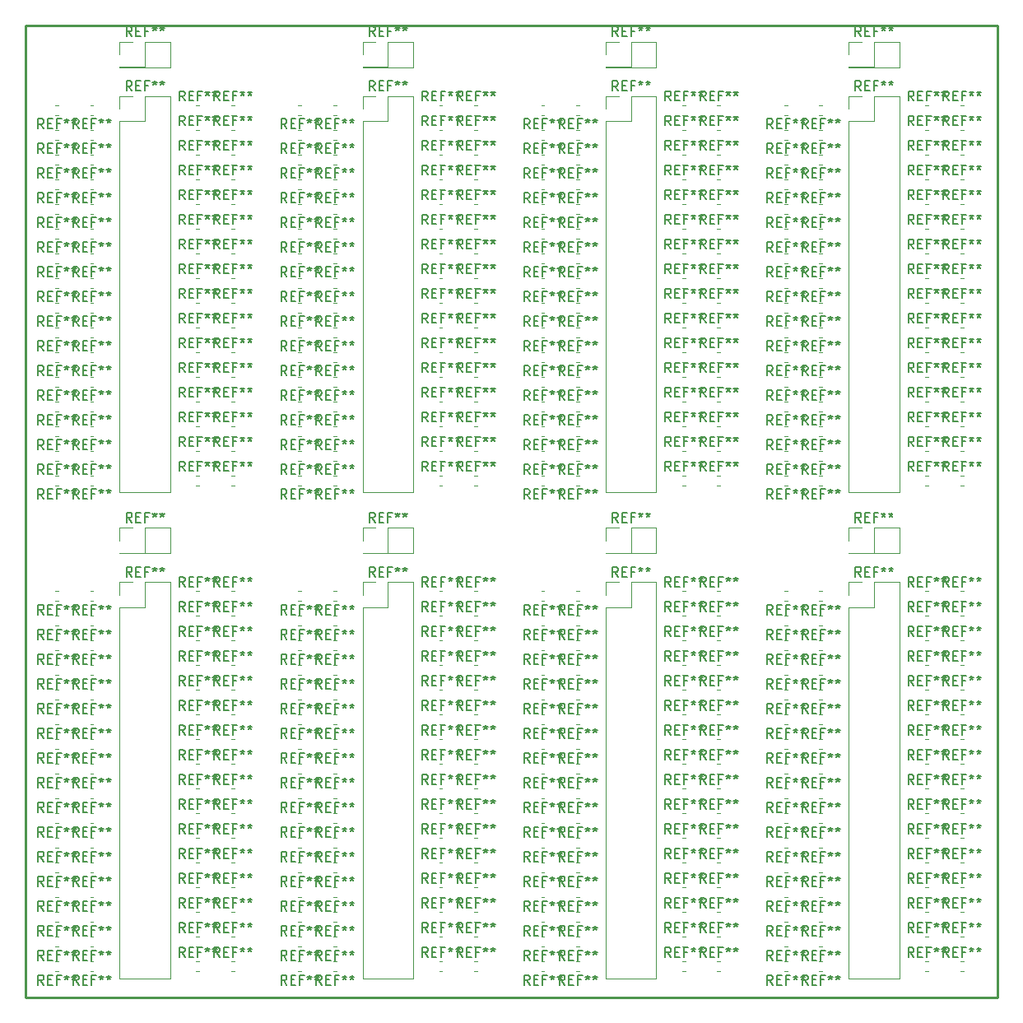
<source format=gbr>
%TF.GenerationSoftware,KiCad,Pcbnew,(5.99.0-8510-g4da28cf8f4)*%
%TF.CreationDate,2021-03-01T14:47:09+00:00*%
%TF.ProjectId,test_ledout,74657374-5f6c-4656-946f-75742e6b6963,D*%
%TF.SameCoordinates,PX5f5e100PY5f5e100*%
%TF.FileFunction,Legend,Top*%
%TF.FilePolarity,Positive*%
%FSLAX46Y46*%
G04 Gerber Fmt 4.6, Leading zero omitted, Abs format (unit mm)*
G04 Created by KiCad (PCBNEW (5.99.0-8510-g4da28cf8f4)) date 2021-03-01 14:47:09*
%MOMM*%
%LPD*%
G01*
G04 APERTURE LIST*
%TA.AperFunction,Profile*%
%ADD10C,0.254000*%
%TD*%
%ADD11C,0.150000*%
%ADD12C,0.120000*%
G04 APERTURE END LIST*
D10*
X37000000Y-10000000D02*
X137000000Y-10000000D01*
X37000000Y90000000D02*
X37000000Y-10000000D01*
X137000000Y90000000D02*
X37000000Y90000000D01*
X137000000Y-10000000D02*
X137000000Y90000000D01*
D11*
%TO.C,REF\u002A\u002A*%
X92469166Y53987620D02*
X92135833Y54463810D01*
X91897738Y53987620D02*
X91897738Y54987620D01*
X92278690Y54987620D01*
X92373928Y54940000D01*
X92421547Y54892381D01*
X92469166Y54797143D01*
X92469166Y54654286D01*
X92421547Y54559048D01*
X92373928Y54511429D01*
X92278690Y54463810D01*
X91897738Y54463810D01*
X92897738Y54511429D02*
X93231071Y54511429D01*
X93373928Y53987620D02*
X92897738Y53987620D01*
X92897738Y54987620D01*
X93373928Y54987620D01*
X94135833Y54511429D02*
X93802500Y54511429D01*
X93802500Y53987620D02*
X93802500Y54987620D01*
X94278690Y54987620D01*
X94802500Y54987620D02*
X94802500Y54749524D01*
X94564404Y54844762D02*
X94802500Y54749524D01*
X95040595Y54844762D01*
X94659642Y54559048D02*
X94802500Y54749524D01*
X94945357Y54559048D01*
X95564404Y54987620D02*
X95564404Y54749524D01*
X95326309Y54844762D02*
X95564404Y54749524D01*
X95802500Y54844762D01*
X95421547Y54559048D02*
X95564404Y54749524D01*
X95707261Y54559048D01*
X106976666Y82247620D02*
X106643333Y82723810D01*
X106405238Y82247620D02*
X106405238Y83247620D01*
X106786190Y83247620D01*
X106881428Y83200000D01*
X106929047Y83152381D01*
X106976666Y83057143D01*
X106976666Y82914286D01*
X106929047Y82819048D01*
X106881428Y82771429D01*
X106786190Y82723810D01*
X106405238Y82723810D01*
X107405238Y82771429D02*
X107738571Y82771429D01*
X107881428Y82247620D02*
X107405238Y82247620D01*
X107405238Y83247620D01*
X107881428Y83247620D01*
X108643333Y82771429D02*
X108310000Y82771429D01*
X108310000Y82247620D02*
X108310000Y83247620D01*
X108786190Y83247620D01*
X109310000Y83247620D02*
X109310000Y83009524D01*
X109071904Y83104762D02*
X109310000Y83009524D01*
X109548095Y83104762D01*
X109167142Y82819048D02*
X109310000Y83009524D01*
X109452857Y82819048D01*
X110071904Y83247620D02*
X110071904Y83009524D01*
X109833809Y83104762D02*
X110071904Y83009524D01*
X110310000Y83104762D01*
X109929047Y82819048D02*
X110071904Y83009524D01*
X110214761Y82819048D01*
X88869166Y-8712380D02*
X88535833Y-8236190D01*
X88297738Y-8712380D02*
X88297738Y-7712380D01*
X88678690Y-7712380D01*
X88773928Y-7760000D01*
X88821547Y-7807619D01*
X88869166Y-7902857D01*
X88869166Y-8045714D01*
X88821547Y-8140952D01*
X88773928Y-8188571D01*
X88678690Y-8236190D01*
X88297738Y-8236190D01*
X89297738Y-8188571D02*
X89631071Y-8188571D01*
X89773928Y-8712380D02*
X89297738Y-8712380D01*
X89297738Y-7712380D01*
X89773928Y-7712380D01*
X90535833Y-8188571D02*
X90202500Y-8188571D01*
X90202500Y-8712380D02*
X90202500Y-7712380D01*
X90678690Y-7712380D01*
X91202500Y-7712380D02*
X91202500Y-7950476D01*
X90964404Y-7855238D02*
X91202500Y-7950476D01*
X91440595Y-7855238D01*
X91059642Y-8140952D02*
X91202500Y-7950476D01*
X91345357Y-8140952D01*
X91964404Y-7712380D02*
X91964404Y-7950476D01*
X91726309Y-7855238D02*
X91964404Y-7950476D01*
X92202500Y-7855238D01*
X91821547Y-8140952D02*
X91964404Y-7950476D01*
X92107261Y-8140952D01*
X131976666Y32247620D02*
X131643333Y32723810D01*
X131405238Y32247620D02*
X131405238Y33247620D01*
X131786190Y33247620D01*
X131881428Y33200000D01*
X131929047Y33152381D01*
X131976666Y33057143D01*
X131976666Y32914286D01*
X131929047Y32819048D01*
X131881428Y32771429D01*
X131786190Y32723810D01*
X131405238Y32723810D01*
X132405238Y32771429D02*
X132738571Y32771429D01*
X132881428Y32247620D02*
X132405238Y32247620D01*
X132405238Y33247620D01*
X132881428Y33247620D01*
X133643333Y32771429D02*
X133310000Y32771429D01*
X133310000Y32247620D02*
X133310000Y33247620D01*
X133786190Y33247620D01*
X134310000Y33247620D02*
X134310000Y33009524D01*
X134071904Y33104762D02*
X134310000Y33009524D01*
X134548095Y33104762D01*
X134167142Y32819048D02*
X134310000Y33009524D01*
X134452857Y32819048D01*
X135071904Y33247620D02*
X135071904Y33009524D01*
X134833809Y33104762D02*
X135071904Y33009524D01*
X135310000Y33104762D01*
X134929047Y32819048D02*
X135071904Y33009524D01*
X135214761Y32819048D01*
X128376666Y14467620D02*
X128043333Y14943810D01*
X127805238Y14467620D02*
X127805238Y15467620D01*
X128186190Y15467620D01*
X128281428Y15420000D01*
X128329047Y15372381D01*
X128376666Y15277143D01*
X128376666Y15134286D01*
X128329047Y15039048D01*
X128281428Y14991429D01*
X128186190Y14943810D01*
X127805238Y14943810D01*
X128805238Y14991429D02*
X129138571Y14991429D01*
X129281428Y14467620D02*
X128805238Y14467620D01*
X128805238Y15467620D01*
X129281428Y15467620D01*
X130043333Y14991429D02*
X129710000Y14991429D01*
X129710000Y14467620D02*
X129710000Y15467620D01*
X130186190Y15467620D01*
X130710000Y15467620D02*
X130710000Y15229524D01*
X130471904Y15324762D02*
X130710000Y15229524D01*
X130948095Y15324762D01*
X130567142Y15039048D02*
X130710000Y15229524D01*
X130852857Y15039048D01*
X131471904Y15467620D02*
X131471904Y15229524D01*
X131233809Y15324762D02*
X131471904Y15229524D01*
X131710000Y15324762D01*
X131329047Y15039048D02*
X131471904Y15229524D01*
X131614761Y15039048D01*
X113869166Y29387620D02*
X113535833Y29863810D01*
X113297738Y29387620D02*
X113297738Y30387620D01*
X113678690Y30387620D01*
X113773928Y30340000D01*
X113821547Y30292381D01*
X113869166Y30197143D01*
X113869166Y30054286D01*
X113821547Y29959048D01*
X113773928Y29911429D01*
X113678690Y29863810D01*
X113297738Y29863810D01*
X114297738Y29911429D02*
X114631071Y29911429D01*
X114773928Y29387620D02*
X114297738Y29387620D01*
X114297738Y30387620D01*
X114773928Y30387620D01*
X115535833Y29911429D02*
X115202500Y29911429D01*
X115202500Y29387620D02*
X115202500Y30387620D01*
X115678690Y30387620D01*
X116202500Y30387620D02*
X116202500Y30149524D01*
X115964404Y30244762D02*
X116202500Y30149524D01*
X116440595Y30244762D01*
X116059642Y29959048D02*
X116202500Y30149524D01*
X116345357Y29959048D01*
X116964404Y30387620D02*
X116964404Y30149524D01*
X116726309Y30244762D02*
X116964404Y30149524D01*
X117202500Y30244762D01*
X116821547Y29959048D02*
X116964404Y30149524D01*
X117107261Y29959048D01*
X131976666Y44147620D02*
X131643333Y44623810D01*
X131405238Y44147620D02*
X131405238Y45147620D01*
X131786190Y45147620D01*
X131881428Y45100000D01*
X131929047Y45052381D01*
X131976666Y44957143D01*
X131976666Y44814286D01*
X131929047Y44719048D01*
X131881428Y44671429D01*
X131786190Y44623810D01*
X131405238Y44623810D01*
X132405238Y44671429D02*
X132738571Y44671429D01*
X132881428Y44147620D02*
X132405238Y44147620D01*
X132405238Y45147620D01*
X132881428Y45147620D01*
X133643333Y44671429D02*
X133310000Y44671429D01*
X133310000Y44147620D02*
X133310000Y45147620D01*
X133786190Y45147620D01*
X134310000Y45147620D02*
X134310000Y44909524D01*
X134071904Y45004762D02*
X134310000Y44909524D01*
X134548095Y45004762D01*
X134167142Y44719048D02*
X134310000Y44909524D01*
X134452857Y44719048D01*
X135071904Y45147620D02*
X135071904Y44909524D01*
X134833809Y45004762D02*
X135071904Y44909524D01*
X135310000Y45004762D01*
X134929047Y44719048D02*
X135071904Y44909524D01*
X135214761Y44719048D01*
X117469166Y48907620D02*
X117135833Y49383810D01*
X116897738Y48907620D02*
X116897738Y49907620D01*
X117278690Y49907620D01*
X117373928Y49860000D01*
X117421547Y49812381D01*
X117469166Y49717143D01*
X117469166Y49574286D01*
X117421547Y49479048D01*
X117373928Y49431429D01*
X117278690Y49383810D01*
X116897738Y49383810D01*
X117897738Y49431429D02*
X118231071Y49431429D01*
X118373928Y48907620D02*
X117897738Y48907620D01*
X117897738Y49907620D01*
X118373928Y49907620D01*
X119135833Y49431429D02*
X118802500Y49431429D01*
X118802500Y48907620D02*
X118802500Y49907620D01*
X119278690Y49907620D01*
X119802500Y49907620D02*
X119802500Y49669524D01*
X119564404Y49764762D02*
X119802500Y49669524D01*
X120040595Y49764762D01*
X119659642Y49479048D02*
X119802500Y49669524D01*
X119945357Y49479048D01*
X120564404Y49907620D02*
X120564404Y49669524D01*
X120326309Y49764762D02*
X120564404Y49669524D01*
X120802500Y49764762D01*
X120421547Y49479048D02*
X120564404Y49669524D01*
X120707261Y49479048D01*
X97936666Y38877620D02*
X97603333Y39353810D01*
X97365238Y38877620D02*
X97365238Y39877620D01*
X97746190Y39877620D01*
X97841428Y39830000D01*
X97889047Y39782381D01*
X97936666Y39687143D01*
X97936666Y39544286D01*
X97889047Y39449048D01*
X97841428Y39401429D01*
X97746190Y39353810D01*
X97365238Y39353810D01*
X98365238Y39401429D02*
X98698571Y39401429D01*
X98841428Y38877620D02*
X98365238Y38877620D01*
X98365238Y39877620D01*
X98841428Y39877620D01*
X99603333Y39401429D02*
X99270000Y39401429D01*
X99270000Y38877620D02*
X99270000Y39877620D01*
X99746190Y39877620D01*
X100270000Y39877620D02*
X100270000Y39639524D01*
X100031904Y39734762D02*
X100270000Y39639524D01*
X100508095Y39734762D01*
X100127142Y39449048D02*
X100270000Y39639524D01*
X100412857Y39449048D01*
X101031904Y39877620D02*
X101031904Y39639524D01*
X100793809Y39734762D02*
X101031904Y39639524D01*
X101270000Y39734762D01*
X100889047Y39449048D02*
X101031904Y39639524D01*
X101174761Y39449048D01*
X103376666Y9387620D02*
X103043333Y9863810D01*
X102805238Y9387620D02*
X102805238Y10387620D01*
X103186190Y10387620D01*
X103281428Y10340000D01*
X103329047Y10292381D01*
X103376666Y10197143D01*
X103376666Y10054286D01*
X103329047Y9959048D01*
X103281428Y9911429D01*
X103186190Y9863810D01*
X102805238Y9863810D01*
X103805238Y9911429D02*
X104138571Y9911429D01*
X104281428Y9387620D02*
X103805238Y9387620D01*
X103805238Y10387620D01*
X104281428Y10387620D01*
X105043333Y9911429D02*
X104710000Y9911429D01*
X104710000Y9387620D02*
X104710000Y10387620D01*
X105186190Y10387620D01*
X105710000Y10387620D02*
X105710000Y10149524D01*
X105471904Y10244762D02*
X105710000Y10149524D01*
X105948095Y10244762D01*
X105567142Y9959048D02*
X105710000Y10149524D01*
X105852857Y9959048D01*
X106471904Y10387620D02*
X106471904Y10149524D01*
X106233809Y10244762D02*
X106471904Y10149524D01*
X106710000Y10244762D01*
X106329047Y9959048D02*
X106471904Y10149524D01*
X106614761Y9959048D01*
X88869166Y74307620D02*
X88535833Y74783810D01*
X88297738Y74307620D02*
X88297738Y75307620D01*
X88678690Y75307620D01*
X88773928Y75260000D01*
X88821547Y75212381D01*
X88869166Y75117143D01*
X88869166Y74974286D01*
X88821547Y74879048D01*
X88773928Y74831429D01*
X88678690Y74783810D01*
X88297738Y74783810D01*
X89297738Y74831429D02*
X89631071Y74831429D01*
X89773928Y74307620D02*
X89297738Y74307620D01*
X89297738Y75307620D01*
X89773928Y75307620D01*
X90535833Y74831429D02*
X90202500Y74831429D01*
X90202500Y74307620D02*
X90202500Y75307620D01*
X90678690Y75307620D01*
X91202500Y75307620D02*
X91202500Y75069524D01*
X90964404Y75164762D02*
X91202500Y75069524D01*
X91440595Y75164762D01*
X91059642Y74879048D02*
X91202500Y75069524D01*
X91345357Y74879048D01*
X91964404Y75307620D02*
X91964404Y75069524D01*
X91726309Y75164762D02*
X91964404Y75069524D01*
X92202500Y75164762D01*
X91821547Y74879048D02*
X91964404Y75069524D01*
X92107261Y74879048D01*
X92469166Y74307620D02*
X92135833Y74783810D01*
X91897738Y74307620D02*
X91897738Y75307620D01*
X92278690Y75307620D01*
X92373928Y75260000D01*
X92421547Y75212381D01*
X92469166Y75117143D01*
X92469166Y74974286D01*
X92421547Y74879048D01*
X92373928Y74831429D01*
X92278690Y74783810D01*
X91897738Y74783810D01*
X92897738Y74831429D02*
X93231071Y74831429D01*
X93373928Y74307620D02*
X92897738Y74307620D01*
X92897738Y75307620D01*
X93373928Y75307620D01*
X94135833Y74831429D02*
X93802500Y74831429D01*
X93802500Y74307620D02*
X93802500Y75307620D01*
X94278690Y75307620D01*
X94802500Y75307620D02*
X94802500Y75069524D01*
X94564404Y75164762D02*
X94802500Y75069524D01*
X95040595Y75164762D01*
X94659642Y74879048D02*
X94802500Y75069524D01*
X94945357Y74879048D01*
X95564404Y75307620D02*
X95564404Y75069524D01*
X95326309Y75164762D02*
X95564404Y75069524D01*
X95802500Y75164762D01*
X95421547Y74879048D02*
X95564404Y75069524D01*
X95707261Y74879048D01*
X117469166Y46367620D02*
X117135833Y46843810D01*
X116897738Y46367620D02*
X116897738Y47367620D01*
X117278690Y47367620D01*
X117373928Y47320000D01*
X117421547Y47272381D01*
X117469166Y47177143D01*
X117469166Y47034286D01*
X117421547Y46939048D01*
X117373928Y46891429D01*
X117278690Y46843810D01*
X116897738Y46843810D01*
X117897738Y46891429D02*
X118231071Y46891429D01*
X118373928Y46367620D02*
X117897738Y46367620D01*
X117897738Y47367620D01*
X118373928Y47367620D01*
X119135833Y46891429D02*
X118802500Y46891429D01*
X118802500Y46367620D02*
X118802500Y47367620D01*
X119278690Y47367620D01*
X119802500Y47367620D02*
X119802500Y47129524D01*
X119564404Y47224762D02*
X119802500Y47129524D01*
X120040595Y47224762D01*
X119659642Y46939048D02*
X119802500Y47129524D01*
X119945357Y46939048D01*
X120564404Y47367620D02*
X120564404Y47129524D01*
X120326309Y47224762D02*
X120564404Y47129524D01*
X120802500Y47224762D01*
X120421547Y46939048D02*
X120564404Y47129524D01*
X120707261Y46939048D01*
X131976666Y79707620D02*
X131643333Y80183810D01*
X131405238Y79707620D02*
X131405238Y80707620D01*
X131786190Y80707620D01*
X131881428Y80660000D01*
X131929047Y80612381D01*
X131976666Y80517143D01*
X131976666Y80374286D01*
X131929047Y80279048D01*
X131881428Y80231429D01*
X131786190Y80183810D01*
X131405238Y80183810D01*
X132405238Y80231429D02*
X132738571Y80231429D01*
X132881428Y79707620D02*
X132405238Y79707620D01*
X132405238Y80707620D01*
X132881428Y80707620D01*
X133643333Y80231429D02*
X133310000Y80231429D01*
X133310000Y79707620D02*
X133310000Y80707620D01*
X133786190Y80707620D01*
X134310000Y80707620D02*
X134310000Y80469524D01*
X134071904Y80564762D02*
X134310000Y80469524D01*
X134548095Y80564762D01*
X134167142Y80279048D02*
X134310000Y80469524D01*
X134452857Y80279048D01*
X135071904Y80707620D02*
X135071904Y80469524D01*
X134833809Y80564762D02*
X135071904Y80469524D01*
X135310000Y80564762D01*
X134929047Y80279048D02*
X135071904Y80469524D01*
X135214761Y80279048D01*
X113869166Y-3632380D02*
X113535833Y-3156190D01*
X113297738Y-3632380D02*
X113297738Y-2632380D01*
X113678690Y-2632380D01*
X113773928Y-2680000D01*
X113821547Y-2727619D01*
X113869166Y-2822857D01*
X113869166Y-2965714D01*
X113821547Y-3060952D01*
X113773928Y-3108571D01*
X113678690Y-3156190D01*
X113297738Y-3156190D01*
X114297738Y-3108571D02*
X114631071Y-3108571D01*
X114773928Y-3632380D02*
X114297738Y-3632380D01*
X114297738Y-2632380D01*
X114773928Y-2632380D01*
X115535833Y-3108571D02*
X115202500Y-3108571D01*
X115202500Y-3632380D02*
X115202500Y-2632380D01*
X115678690Y-2632380D01*
X116202500Y-2632380D02*
X116202500Y-2870476D01*
X115964404Y-2775238D02*
X116202500Y-2870476D01*
X116440595Y-2775238D01*
X116059642Y-3060952D02*
X116202500Y-2870476D01*
X116345357Y-3060952D01*
X116964404Y-2632380D02*
X116964404Y-2870476D01*
X116726309Y-2775238D02*
X116964404Y-2870476D01*
X117202500Y-2775238D01*
X116821547Y-3060952D02*
X116964404Y-2870476D01*
X117107261Y-3060952D01*
X128376666Y72087620D02*
X128043333Y72563810D01*
X127805238Y72087620D02*
X127805238Y73087620D01*
X128186190Y73087620D01*
X128281428Y73040000D01*
X128329047Y72992381D01*
X128376666Y72897143D01*
X128376666Y72754286D01*
X128329047Y72659048D01*
X128281428Y72611429D01*
X128186190Y72563810D01*
X127805238Y72563810D01*
X128805238Y72611429D02*
X129138571Y72611429D01*
X129281428Y72087620D02*
X128805238Y72087620D01*
X128805238Y73087620D01*
X129281428Y73087620D01*
X130043333Y72611429D02*
X129710000Y72611429D01*
X129710000Y72087620D02*
X129710000Y73087620D01*
X130186190Y73087620D01*
X130710000Y73087620D02*
X130710000Y72849524D01*
X130471904Y72944762D02*
X130710000Y72849524D01*
X130948095Y72944762D01*
X130567142Y72659048D02*
X130710000Y72849524D01*
X130852857Y72659048D01*
X131471904Y73087620D02*
X131471904Y72849524D01*
X131233809Y72944762D02*
X131471904Y72849524D01*
X131710000Y72944762D01*
X131329047Y72659048D02*
X131471904Y72849524D01*
X131614761Y72659048D01*
X131976666Y6847620D02*
X131643333Y7323810D01*
X131405238Y6847620D02*
X131405238Y7847620D01*
X131786190Y7847620D01*
X131881428Y7800000D01*
X131929047Y7752381D01*
X131976666Y7657143D01*
X131976666Y7514286D01*
X131929047Y7419048D01*
X131881428Y7371429D01*
X131786190Y7323810D01*
X131405238Y7323810D01*
X132405238Y7371429D02*
X132738571Y7371429D01*
X132881428Y6847620D02*
X132405238Y6847620D01*
X132405238Y7847620D01*
X132881428Y7847620D01*
X133643333Y7371429D02*
X133310000Y7371429D01*
X133310000Y6847620D02*
X133310000Y7847620D01*
X133786190Y7847620D01*
X134310000Y7847620D02*
X134310000Y7609524D01*
X134071904Y7704762D02*
X134310000Y7609524D01*
X134548095Y7704762D01*
X134167142Y7419048D02*
X134310000Y7609524D01*
X134452857Y7419048D01*
X135071904Y7847620D02*
X135071904Y7609524D01*
X134833809Y7704762D02*
X135071904Y7609524D01*
X135310000Y7704762D01*
X134929047Y7419048D02*
X135071904Y7609524D01*
X135214761Y7419048D01*
X117469166Y3987620D02*
X117135833Y4463810D01*
X116897738Y3987620D02*
X116897738Y4987620D01*
X117278690Y4987620D01*
X117373928Y4940000D01*
X117421547Y4892381D01*
X117469166Y4797143D01*
X117469166Y4654286D01*
X117421547Y4559048D01*
X117373928Y4511429D01*
X117278690Y4463810D01*
X116897738Y4463810D01*
X117897738Y4511429D02*
X118231071Y4511429D01*
X118373928Y3987620D02*
X117897738Y3987620D01*
X117897738Y4987620D01*
X118373928Y4987620D01*
X119135833Y4511429D02*
X118802500Y4511429D01*
X118802500Y3987620D02*
X118802500Y4987620D01*
X119278690Y4987620D01*
X119802500Y4987620D02*
X119802500Y4749524D01*
X119564404Y4844762D02*
X119802500Y4749524D01*
X120040595Y4844762D01*
X119659642Y4559048D02*
X119802500Y4749524D01*
X119945357Y4559048D01*
X120564404Y4987620D02*
X120564404Y4749524D01*
X120326309Y4844762D02*
X120564404Y4749524D01*
X120802500Y4844762D01*
X120421547Y4559048D02*
X120564404Y4749524D01*
X120707261Y4559048D01*
X92469166Y9067620D02*
X92135833Y9543810D01*
X91897738Y9067620D02*
X91897738Y10067620D01*
X92278690Y10067620D01*
X92373928Y10020000D01*
X92421547Y9972381D01*
X92469166Y9877143D01*
X92469166Y9734286D01*
X92421547Y9639048D01*
X92373928Y9591429D01*
X92278690Y9543810D01*
X91897738Y9543810D01*
X92897738Y9591429D02*
X93231071Y9591429D01*
X93373928Y9067620D02*
X92897738Y9067620D01*
X92897738Y10067620D01*
X93373928Y10067620D01*
X94135833Y9591429D02*
X93802500Y9591429D01*
X93802500Y9067620D02*
X93802500Y10067620D01*
X94278690Y10067620D01*
X94802500Y10067620D02*
X94802500Y9829524D01*
X94564404Y9924762D02*
X94802500Y9829524D01*
X95040595Y9924762D01*
X94659642Y9639048D02*
X94802500Y9829524D01*
X94945357Y9639048D01*
X95564404Y10067620D02*
X95564404Y9829524D01*
X95326309Y9924762D02*
X95564404Y9829524D01*
X95802500Y9924762D01*
X95421547Y9639048D02*
X95564404Y9829524D01*
X95707261Y9639048D01*
X92469166Y26847620D02*
X92135833Y27323810D01*
X91897738Y26847620D02*
X91897738Y27847620D01*
X92278690Y27847620D01*
X92373928Y27800000D01*
X92421547Y27752381D01*
X92469166Y27657143D01*
X92469166Y27514286D01*
X92421547Y27419048D01*
X92373928Y27371429D01*
X92278690Y27323810D01*
X91897738Y27323810D01*
X92897738Y27371429D02*
X93231071Y27371429D01*
X93373928Y26847620D02*
X92897738Y26847620D01*
X92897738Y27847620D01*
X93373928Y27847620D01*
X94135833Y27371429D02*
X93802500Y27371429D01*
X93802500Y26847620D02*
X93802500Y27847620D01*
X94278690Y27847620D01*
X94802500Y27847620D02*
X94802500Y27609524D01*
X94564404Y27704762D02*
X94802500Y27609524D01*
X95040595Y27704762D01*
X94659642Y27419048D02*
X94802500Y27609524D01*
X94945357Y27419048D01*
X95564404Y27847620D02*
X95564404Y27609524D01*
X95326309Y27704762D02*
X95564404Y27609524D01*
X95802500Y27704762D01*
X95421547Y27419048D02*
X95564404Y27609524D01*
X95707261Y27419048D01*
X103376666Y64467620D02*
X103043333Y64943810D01*
X102805238Y64467620D02*
X102805238Y65467620D01*
X103186190Y65467620D01*
X103281428Y65420000D01*
X103329047Y65372381D01*
X103376666Y65277143D01*
X103376666Y65134286D01*
X103329047Y65039048D01*
X103281428Y64991429D01*
X103186190Y64943810D01*
X102805238Y64943810D01*
X103805238Y64991429D02*
X104138571Y64991429D01*
X104281428Y64467620D02*
X103805238Y64467620D01*
X103805238Y65467620D01*
X104281428Y65467620D01*
X105043333Y64991429D02*
X104710000Y64991429D01*
X104710000Y64467620D02*
X104710000Y65467620D01*
X105186190Y65467620D01*
X105710000Y65467620D02*
X105710000Y65229524D01*
X105471904Y65324762D02*
X105710000Y65229524D01*
X105948095Y65324762D01*
X105567142Y65039048D02*
X105710000Y65229524D01*
X105852857Y65039048D01*
X106471904Y65467620D02*
X106471904Y65229524D01*
X106233809Y65324762D02*
X106471904Y65229524D01*
X106710000Y65324762D01*
X106329047Y65039048D02*
X106471904Y65229524D01*
X106614761Y65039048D01*
X88869166Y79387620D02*
X88535833Y79863810D01*
X88297738Y79387620D02*
X88297738Y80387620D01*
X88678690Y80387620D01*
X88773928Y80340000D01*
X88821547Y80292381D01*
X88869166Y80197143D01*
X88869166Y80054286D01*
X88821547Y79959048D01*
X88773928Y79911429D01*
X88678690Y79863810D01*
X88297738Y79863810D01*
X89297738Y79911429D02*
X89631071Y79911429D01*
X89773928Y79387620D02*
X89297738Y79387620D01*
X89297738Y80387620D01*
X89773928Y80387620D01*
X90535833Y79911429D02*
X90202500Y79911429D01*
X90202500Y79387620D02*
X90202500Y80387620D01*
X90678690Y80387620D01*
X91202500Y80387620D02*
X91202500Y80149524D01*
X90964404Y80244762D02*
X91202500Y80149524D01*
X91440595Y80244762D01*
X91059642Y79959048D02*
X91202500Y80149524D01*
X91345357Y79959048D01*
X91964404Y80387620D02*
X91964404Y80149524D01*
X91726309Y80244762D02*
X91964404Y80149524D01*
X92202500Y80244762D01*
X91821547Y79959048D02*
X91964404Y80149524D01*
X92107261Y79959048D01*
X103376666Y54307620D02*
X103043333Y54783810D01*
X102805238Y54307620D02*
X102805238Y55307620D01*
X103186190Y55307620D01*
X103281428Y55260000D01*
X103329047Y55212381D01*
X103376666Y55117143D01*
X103376666Y54974286D01*
X103329047Y54879048D01*
X103281428Y54831429D01*
X103186190Y54783810D01*
X102805238Y54783810D01*
X103805238Y54831429D02*
X104138571Y54831429D01*
X104281428Y54307620D02*
X103805238Y54307620D01*
X103805238Y55307620D01*
X104281428Y55307620D01*
X105043333Y54831429D02*
X104710000Y54831429D01*
X104710000Y54307620D02*
X104710000Y55307620D01*
X105186190Y55307620D01*
X105710000Y55307620D02*
X105710000Y55069524D01*
X105471904Y55164762D02*
X105710000Y55069524D01*
X105948095Y55164762D01*
X105567142Y54879048D02*
X105710000Y55069524D01*
X105852857Y54879048D01*
X106471904Y55307620D02*
X106471904Y55069524D01*
X106233809Y55164762D02*
X106471904Y55069524D01*
X106710000Y55164762D01*
X106329047Y54879048D02*
X106471904Y55069524D01*
X106614761Y54879048D01*
X103376666Y51767620D02*
X103043333Y52243810D01*
X102805238Y51767620D02*
X102805238Y52767620D01*
X103186190Y52767620D01*
X103281428Y52720000D01*
X103329047Y52672381D01*
X103376666Y52577143D01*
X103376666Y52434286D01*
X103329047Y52339048D01*
X103281428Y52291429D01*
X103186190Y52243810D01*
X102805238Y52243810D01*
X103805238Y52291429D02*
X104138571Y52291429D01*
X104281428Y51767620D02*
X103805238Y51767620D01*
X103805238Y52767620D01*
X104281428Y52767620D01*
X105043333Y52291429D02*
X104710000Y52291429D01*
X104710000Y51767620D02*
X104710000Y52767620D01*
X105186190Y52767620D01*
X105710000Y52767620D02*
X105710000Y52529524D01*
X105471904Y52624762D02*
X105710000Y52529524D01*
X105948095Y52624762D01*
X105567142Y52339048D02*
X105710000Y52529524D01*
X105852857Y52339048D01*
X106471904Y52767620D02*
X106471904Y52529524D01*
X106233809Y52624762D02*
X106471904Y52529524D01*
X106710000Y52624762D01*
X106329047Y52339048D02*
X106471904Y52529524D01*
X106614761Y52339048D01*
X88869166Y24307620D02*
X88535833Y24783810D01*
X88297738Y24307620D02*
X88297738Y25307620D01*
X88678690Y25307620D01*
X88773928Y25260000D01*
X88821547Y25212381D01*
X88869166Y25117143D01*
X88869166Y24974286D01*
X88821547Y24879048D01*
X88773928Y24831429D01*
X88678690Y24783810D01*
X88297738Y24783810D01*
X89297738Y24831429D02*
X89631071Y24831429D01*
X89773928Y24307620D02*
X89297738Y24307620D01*
X89297738Y25307620D01*
X89773928Y25307620D01*
X90535833Y24831429D02*
X90202500Y24831429D01*
X90202500Y24307620D02*
X90202500Y25307620D01*
X90678690Y25307620D01*
X91202500Y25307620D02*
X91202500Y25069524D01*
X90964404Y25164762D02*
X91202500Y25069524D01*
X91440595Y25164762D01*
X91059642Y24879048D02*
X91202500Y25069524D01*
X91345357Y24879048D01*
X91964404Y25307620D02*
X91964404Y25069524D01*
X91726309Y25164762D02*
X91964404Y25069524D01*
X92202500Y25164762D01*
X91821547Y24879048D02*
X91964404Y25069524D01*
X92107261Y24879048D01*
X92469166Y24307620D02*
X92135833Y24783810D01*
X91897738Y24307620D02*
X91897738Y25307620D01*
X92278690Y25307620D01*
X92373928Y25260000D01*
X92421547Y25212381D01*
X92469166Y25117143D01*
X92469166Y24974286D01*
X92421547Y24879048D01*
X92373928Y24831429D01*
X92278690Y24783810D01*
X91897738Y24783810D01*
X92897738Y24831429D02*
X93231071Y24831429D01*
X93373928Y24307620D02*
X92897738Y24307620D01*
X92897738Y25307620D01*
X93373928Y25307620D01*
X94135833Y24831429D02*
X93802500Y24831429D01*
X93802500Y24307620D02*
X93802500Y25307620D01*
X94278690Y25307620D01*
X94802500Y25307620D02*
X94802500Y25069524D01*
X94564404Y25164762D02*
X94802500Y25069524D01*
X95040595Y25164762D01*
X94659642Y24879048D02*
X94802500Y25069524D01*
X94945357Y24879048D01*
X95564404Y25307620D02*
X95564404Y25069524D01*
X95326309Y25164762D02*
X95564404Y25069524D01*
X95802500Y25164762D01*
X95421547Y24879048D02*
X95564404Y25069524D01*
X95707261Y24879048D01*
X97936666Y33277620D02*
X97603333Y33753810D01*
X97365238Y33277620D02*
X97365238Y34277620D01*
X97746190Y34277620D01*
X97841428Y34230000D01*
X97889047Y34182381D01*
X97936666Y34087143D01*
X97936666Y33944286D01*
X97889047Y33849048D01*
X97841428Y33801429D01*
X97746190Y33753810D01*
X97365238Y33753810D01*
X98365238Y33801429D02*
X98698571Y33801429D01*
X98841428Y33277620D02*
X98365238Y33277620D01*
X98365238Y34277620D01*
X98841428Y34277620D01*
X99603333Y33801429D02*
X99270000Y33801429D01*
X99270000Y33277620D02*
X99270000Y34277620D01*
X99746190Y34277620D01*
X100270000Y34277620D02*
X100270000Y34039524D01*
X100031904Y34134762D02*
X100270000Y34039524D01*
X100508095Y34134762D01*
X100127142Y33849048D02*
X100270000Y34039524D01*
X100412857Y33849048D01*
X101031904Y34277620D02*
X101031904Y34039524D01*
X100793809Y34134762D02*
X101031904Y34039524D01*
X101270000Y34134762D01*
X100889047Y33849048D02*
X101031904Y34039524D01*
X101174761Y33849048D01*
X92469166Y71767620D02*
X92135833Y72243810D01*
X91897738Y71767620D02*
X91897738Y72767620D01*
X92278690Y72767620D01*
X92373928Y72720000D01*
X92421547Y72672381D01*
X92469166Y72577143D01*
X92469166Y72434286D01*
X92421547Y72339048D01*
X92373928Y72291429D01*
X92278690Y72243810D01*
X91897738Y72243810D01*
X92897738Y72291429D02*
X93231071Y72291429D01*
X93373928Y71767620D02*
X92897738Y71767620D01*
X92897738Y72767620D01*
X93373928Y72767620D01*
X94135833Y72291429D02*
X93802500Y72291429D01*
X93802500Y71767620D02*
X93802500Y72767620D01*
X94278690Y72767620D01*
X94802500Y72767620D02*
X94802500Y72529524D01*
X94564404Y72624762D02*
X94802500Y72529524D01*
X95040595Y72624762D01*
X94659642Y72339048D02*
X94802500Y72529524D01*
X94945357Y72339048D01*
X95564404Y72767620D02*
X95564404Y72529524D01*
X95326309Y72624762D02*
X95564404Y72529524D01*
X95802500Y72624762D01*
X95421547Y72339048D02*
X95564404Y72529524D01*
X95707261Y72339048D01*
X103376666Y27167620D02*
X103043333Y27643810D01*
X102805238Y27167620D02*
X102805238Y28167620D01*
X103186190Y28167620D01*
X103281428Y28120000D01*
X103329047Y28072381D01*
X103376666Y27977143D01*
X103376666Y27834286D01*
X103329047Y27739048D01*
X103281428Y27691429D01*
X103186190Y27643810D01*
X102805238Y27643810D01*
X103805238Y27691429D02*
X104138571Y27691429D01*
X104281428Y27167620D02*
X103805238Y27167620D01*
X103805238Y28167620D01*
X104281428Y28167620D01*
X105043333Y27691429D02*
X104710000Y27691429D01*
X104710000Y27167620D02*
X104710000Y28167620D01*
X105186190Y28167620D01*
X105710000Y28167620D02*
X105710000Y27929524D01*
X105471904Y28024762D02*
X105710000Y27929524D01*
X105948095Y28024762D01*
X105567142Y27739048D02*
X105710000Y27929524D01*
X105852857Y27739048D01*
X106471904Y28167620D02*
X106471904Y27929524D01*
X106233809Y28024762D02*
X106471904Y27929524D01*
X106710000Y28024762D01*
X106329047Y27739048D02*
X106471904Y27929524D01*
X106614761Y27739048D01*
X88869166Y48907620D02*
X88535833Y49383810D01*
X88297738Y48907620D02*
X88297738Y49907620D01*
X88678690Y49907620D01*
X88773928Y49860000D01*
X88821547Y49812381D01*
X88869166Y49717143D01*
X88869166Y49574286D01*
X88821547Y49479048D01*
X88773928Y49431429D01*
X88678690Y49383810D01*
X88297738Y49383810D01*
X89297738Y49431429D02*
X89631071Y49431429D01*
X89773928Y48907620D02*
X89297738Y48907620D01*
X89297738Y49907620D01*
X89773928Y49907620D01*
X90535833Y49431429D02*
X90202500Y49431429D01*
X90202500Y48907620D02*
X90202500Y49907620D01*
X90678690Y49907620D01*
X91202500Y49907620D02*
X91202500Y49669524D01*
X90964404Y49764762D02*
X91202500Y49669524D01*
X91440595Y49764762D01*
X91059642Y49479048D02*
X91202500Y49669524D01*
X91345357Y49479048D01*
X91964404Y49907620D02*
X91964404Y49669524D01*
X91726309Y49764762D02*
X91964404Y49669524D01*
X92202500Y49764762D01*
X91821547Y49479048D02*
X91964404Y49669524D01*
X92107261Y49479048D01*
X103376666Y77167620D02*
X103043333Y77643810D01*
X102805238Y77167620D02*
X102805238Y78167620D01*
X103186190Y78167620D01*
X103281428Y78120000D01*
X103329047Y78072381D01*
X103376666Y77977143D01*
X103376666Y77834286D01*
X103329047Y77739048D01*
X103281428Y77691429D01*
X103186190Y77643810D01*
X102805238Y77643810D01*
X103805238Y77691429D02*
X104138571Y77691429D01*
X104281428Y77167620D02*
X103805238Y77167620D01*
X103805238Y78167620D01*
X104281428Y78167620D01*
X105043333Y77691429D02*
X104710000Y77691429D01*
X104710000Y77167620D02*
X104710000Y78167620D01*
X105186190Y78167620D01*
X105710000Y78167620D02*
X105710000Y77929524D01*
X105471904Y78024762D02*
X105710000Y77929524D01*
X105948095Y78024762D01*
X105567142Y77739048D02*
X105710000Y77929524D01*
X105852857Y77739048D01*
X106471904Y78167620D02*
X106471904Y77929524D01*
X106233809Y78024762D02*
X106471904Y77929524D01*
X106710000Y78024762D01*
X106329047Y77739048D02*
X106471904Y77929524D01*
X106614761Y77739048D01*
X128376666Y77167620D02*
X128043333Y77643810D01*
X127805238Y77167620D02*
X127805238Y78167620D01*
X128186190Y78167620D01*
X128281428Y78120000D01*
X128329047Y78072381D01*
X128376666Y77977143D01*
X128376666Y77834286D01*
X128329047Y77739048D01*
X128281428Y77691429D01*
X128186190Y77643810D01*
X127805238Y77643810D01*
X128805238Y77691429D02*
X129138571Y77691429D01*
X129281428Y77167620D02*
X128805238Y77167620D01*
X128805238Y78167620D01*
X129281428Y78167620D01*
X130043333Y77691429D02*
X129710000Y77691429D01*
X129710000Y77167620D02*
X129710000Y78167620D01*
X130186190Y78167620D01*
X130710000Y78167620D02*
X130710000Y77929524D01*
X130471904Y78024762D02*
X130710000Y77929524D01*
X130948095Y78024762D01*
X130567142Y77739048D02*
X130710000Y77929524D01*
X130852857Y77739048D01*
X131471904Y78167620D02*
X131471904Y77929524D01*
X131233809Y78024762D02*
X131471904Y77929524D01*
X131710000Y78024762D01*
X131329047Y77739048D02*
X131471904Y77929524D01*
X131614761Y77739048D01*
X106976666Y-5852380D02*
X106643333Y-5376190D01*
X106405238Y-5852380D02*
X106405238Y-4852380D01*
X106786190Y-4852380D01*
X106881428Y-4900000D01*
X106929047Y-4947619D01*
X106976666Y-5042857D01*
X106976666Y-5185714D01*
X106929047Y-5280952D01*
X106881428Y-5328571D01*
X106786190Y-5376190D01*
X106405238Y-5376190D01*
X107405238Y-5328571D02*
X107738571Y-5328571D01*
X107881428Y-5852380D02*
X107405238Y-5852380D01*
X107405238Y-4852380D01*
X107881428Y-4852380D01*
X108643333Y-5328571D02*
X108310000Y-5328571D01*
X108310000Y-5852380D02*
X108310000Y-4852380D01*
X108786190Y-4852380D01*
X109310000Y-4852380D02*
X109310000Y-5090476D01*
X109071904Y-4995238D02*
X109310000Y-5090476D01*
X109548095Y-4995238D01*
X109167142Y-5280952D02*
X109310000Y-5090476D01*
X109452857Y-5280952D01*
X110071904Y-4852380D02*
X110071904Y-5090476D01*
X109833809Y-4995238D02*
X110071904Y-5090476D01*
X110310000Y-4995238D01*
X109929047Y-5280952D02*
X110071904Y-5090476D01*
X110214761Y-5280952D01*
X103376666Y-3312380D02*
X103043333Y-2836190D01*
X102805238Y-3312380D02*
X102805238Y-2312380D01*
X103186190Y-2312380D01*
X103281428Y-2360000D01*
X103329047Y-2407619D01*
X103376666Y-2502857D01*
X103376666Y-2645714D01*
X103329047Y-2740952D01*
X103281428Y-2788571D01*
X103186190Y-2836190D01*
X102805238Y-2836190D01*
X103805238Y-2788571D02*
X104138571Y-2788571D01*
X104281428Y-3312380D02*
X103805238Y-3312380D01*
X103805238Y-2312380D01*
X104281428Y-2312380D01*
X105043333Y-2788571D02*
X104710000Y-2788571D01*
X104710000Y-3312380D02*
X104710000Y-2312380D01*
X105186190Y-2312380D01*
X105710000Y-2312380D02*
X105710000Y-2550476D01*
X105471904Y-2455238D02*
X105710000Y-2550476D01*
X105948095Y-2455238D01*
X105567142Y-2740952D02*
X105710000Y-2550476D01*
X105852857Y-2740952D01*
X106471904Y-2312380D02*
X106471904Y-2550476D01*
X106233809Y-2455238D02*
X106471904Y-2550476D01*
X106710000Y-2455238D01*
X106329047Y-2740952D02*
X106471904Y-2550476D01*
X106614761Y-2740952D01*
X103376666Y74627620D02*
X103043333Y75103810D01*
X102805238Y74627620D02*
X102805238Y75627620D01*
X103186190Y75627620D01*
X103281428Y75580000D01*
X103329047Y75532381D01*
X103376666Y75437143D01*
X103376666Y75294286D01*
X103329047Y75199048D01*
X103281428Y75151429D01*
X103186190Y75103810D01*
X102805238Y75103810D01*
X103805238Y75151429D02*
X104138571Y75151429D01*
X104281428Y74627620D02*
X103805238Y74627620D01*
X103805238Y75627620D01*
X104281428Y75627620D01*
X105043333Y75151429D02*
X104710000Y75151429D01*
X104710000Y74627620D02*
X104710000Y75627620D01*
X105186190Y75627620D01*
X105710000Y75627620D02*
X105710000Y75389524D01*
X105471904Y75484762D02*
X105710000Y75389524D01*
X105948095Y75484762D01*
X105567142Y75199048D02*
X105710000Y75389524D01*
X105852857Y75199048D01*
X106471904Y75627620D02*
X106471904Y75389524D01*
X106233809Y75484762D02*
X106471904Y75389524D01*
X106710000Y75484762D01*
X106329047Y75199048D02*
X106471904Y75389524D01*
X106614761Y75199048D01*
X106976666Y46687620D02*
X106643333Y47163810D01*
X106405238Y46687620D02*
X106405238Y47687620D01*
X106786190Y47687620D01*
X106881428Y47640000D01*
X106929047Y47592381D01*
X106976666Y47497143D01*
X106976666Y47354286D01*
X106929047Y47259048D01*
X106881428Y47211429D01*
X106786190Y47163810D01*
X106405238Y47163810D01*
X107405238Y47211429D02*
X107738571Y47211429D01*
X107881428Y46687620D02*
X107405238Y46687620D01*
X107405238Y47687620D01*
X107881428Y47687620D01*
X108643333Y47211429D02*
X108310000Y47211429D01*
X108310000Y46687620D02*
X108310000Y47687620D01*
X108786190Y47687620D01*
X109310000Y47687620D02*
X109310000Y47449524D01*
X109071904Y47544762D02*
X109310000Y47449524D01*
X109548095Y47544762D01*
X109167142Y47259048D02*
X109310000Y47449524D01*
X109452857Y47259048D01*
X110071904Y47687620D02*
X110071904Y47449524D01*
X109833809Y47544762D02*
X110071904Y47449524D01*
X110310000Y47544762D01*
X109929047Y47259048D02*
X110071904Y47449524D01*
X110214761Y47259048D01*
X103376666Y82247620D02*
X103043333Y82723810D01*
X102805238Y82247620D02*
X102805238Y83247620D01*
X103186190Y83247620D01*
X103281428Y83200000D01*
X103329047Y83152381D01*
X103376666Y83057143D01*
X103376666Y82914286D01*
X103329047Y82819048D01*
X103281428Y82771429D01*
X103186190Y82723810D01*
X102805238Y82723810D01*
X103805238Y82771429D02*
X104138571Y82771429D01*
X104281428Y82247620D02*
X103805238Y82247620D01*
X103805238Y83247620D01*
X104281428Y83247620D01*
X105043333Y82771429D02*
X104710000Y82771429D01*
X104710000Y82247620D02*
X104710000Y83247620D01*
X105186190Y83247620D01*
X105710000Y83247620D02*
X105710000Y83009524D01*
X105471904Y83104762D02*
X105710000Y83009524D01*
X105948095Y83104762D01*
X105567142Y82819048D02*
X105710000Y83009524D01*
X105852857Y82819048D01*
X106471904Y83247620D02*
X106471904Y83009524D01*
X106233809Y83104762D02*
X106471904Y83009524D01*
X106710000Y83104762D01*
X106329047Y82819048D02*
X106471904Y83009524D01*
X106614761Y82819048D01*
X88869166Y66687620D02*
X88535833Y67163810D01*
X88297738Y66687620D02*
X88297738Y67687620D01*
X88678690Y67687620D01*
X88773928Y67640000D01*
X88821547Y67592381D01*
X88869166Y67497143D01*
X88869166Y67354286D01*
X88821547Y67259048D01*
X88773928Y67211429D01*
X88678690Y67163810D01*
X88297738Y67163810D01*
X89297738Y67211429D02*
X89631071Y67211429D01*
X89773928Y66687620D02*
X89297738Y66687620D01*
X89297738Y67687620D01*
X89773928Y67687620D01*
X90535833Y67211429D02*
X90202500Y67211429D01*
X90202500Y66687620D02*
X90202500Y67687620D01*
X90678690Y67687620D01*
X91202500Y67687620D02*
X91202500Y67449524D01*
X90964404Y67544762D02*
X91202500Y67449524D01*
X91440595Y67544762D01*
X91059642Y67259048D02*
X91202500Y67449524D01*
X91345357Y67259048D01*
X91964404Y67687620D02*
X91964404Y67449524D01*
X91726309Y67544762D02*
X91964404Y67449524D01*
X92202500Y67544762D01*
X91821547Y67259048D02*
X91964404Y67449524D01*
X92107261Y67259048D01*
X92469166Y16687620D02*
X92135833Y17163810D01*
X91897738Y16687620D02*
X91897738Y17687620D01*
X92278690Y17687620D01*
X92373928Y17640000D01*
X92421547Y17592381D01*
X92469166Y17497143D01*
X92469166Y17354286D01*
X92421547Y17259048D01*
X92373928Y17211429D01*
X92278690Y17163810D01*
X91897738Y17163810D01*
X92897738Y17211429D02*
X93231071Y17211429D01*
X93373928Y16687620D02*
X92897738Y16687620D01*
X92897738Y17687620D01*
X93373928Y17687620D01*
X94135833Y17211429D02*
X93802500Y17211429D01*
X93802500Y16687620D02*
X93802500Y17687620D01*
X94278690Y17687620D01*
X94802500Y17687620D02*
X94802500Y17449524D01*
X94564404Y17544762D02*
X94802500Y17449524D01*
X95040595Y17544762D01*
X94659642Y17259048D02*
X94802500Y17449524D01*
X94945357Y17259048D01*
X95564404Y17687620D02*
X95564404Y17449524D01*
X95326309Y17544762D02*
X95564404Y17449524D01*
X95802500Y17544762D01*
X95421547Y17259048D02*
X95564404Y17449524D01*
X95707261Y17259048D01*
X92469166Y14147620D02*
X92135833Y14623810D01*
X91897738Y14147620D02*
X91897738Y15147620D01*
X92278690Y15147620D01*
X92373928Y15100000D01*
X92421547Y15052381D01*
X92469166Y14957143D01*
X92469166Y14814286D01*
X92421547Y14719048D01*
X92373928Y14671429D01*
X92278690Y14623810D01*
X91897738Y14623810D01*
X92897738Y14671429D02*
X93231071Y14671429D01*
X93373928Y14147620D02*
X92897738Y14147620D01*
X92897738Y15147620D01*
X93373928Y15147620D01*
X94135833Y14671429D02*
X93802500Y14671429D01*
X93802500Y14147620D02*
X93802500Y15147620D01*
X94278690Y15147620D01*
X94802500Y15147620D02*
X94802500Y14909524D01*
X94564404Y15004762D02*
X94802500Y14909524D01*
X95040595Y15004762D01*
X94659642Y14719048D02*
X94802500Y14909524D01*
X94945357Y14719048D01*
X95564404Y15147620D02*
X95564404Y14909524D01*
X95326309Y15004762D02*
X95564404Y14909524D01*
X95802500Y15004762D01*
X95421547Y14719048D02*
X95564404Y14909524D01*
X95707261Y14719048D01*
X113869166Y71767620D02*
X113535833Y72243810D01*
X113297738Y71767620D02*
X113297738Y72767620D01*
X113678690Y72767620D01*
X113773928Y72720000D01*
X113821547Y72672381D01*
X113869166Y72577143D01*
X113869166Y72434286D01*
X113821547Y72339048D01*
X113773928Y72291429D01*
X113678690Y72243810D01*
X113297738Y72243810D01*
X114297738Y72291429D02*
X114631071Y72291429D01*
X114773928Y71767620D02*
X114297738Y71767620D01*
X114297738Y72767620D01*
X114773928Y72767620D01*
X115535833Y72291429D02*
X115202500Y72291429D01*
X115202500Y71767620D02*
X115202500Y72767620D01*
X115678690Y72767620D01*
X116202500Y72767620D02*
X116202500Y72529524D01*
X115964404Y72624762D02*
X116202500Y72529524D01*
X116440595Y72624762D01*
X116059642Y72339048D02*
X116202500Y72529524D01*
X116345357Y72339048D01*
X116964404Y72767620D02*
X116964404Y72529524D01*
X116726309Y72624762D02*
X116964404Y72529524D01*
X117202500Y72624762D01*
X116821547Y72339048D02*
X116964404Y72529524D01*
X117107261Y72339048D01*
X117469166Y1447620D02*
X117135833Y1923810D01*
X116897738Y1447620D02*
X116897738Y2447620D01*
X117278690Y2447620D01*
X117373928Y2400000D01*
X117421547Y2352381D01*
X117469166Y2257143D01*
X117469166Y2114286D01*
X117421547Y2019048D01*
X117373928Y1971429D01*
X117278690Y1923810D01*
X116897738Y1923810D01*
X117897738Y1971429D02*
X118231071Y1971429D01*
X118373928Y1447620D02*
X117897738Y1447620D01*
X117897738Y2447620D01*
X118373928Y2447620D01*
X119135833Y1971429D02*
X118802500Y1971429D01*
X118802500Y1447620D02*
X118802500Y2447620D01*
X119278690Y2447620D01*
X119802500Y2447620D02*
X119802500Y2209524D01*
X119564404Y2304762D02*
X119802500Y2209524D01*
X120040595Y2304762D01*
X119659642Y2019048D02*
X119802500Y2209524D01*
X119945357Y2019048D01*
X120564404Y2447620D02*
X120564404Y2209524D01*
X120326309Y2304762D02*
X120564404Y2209524D01*
X120802500Y2304762D01*
X120421547Y2019048D02*
X120564404Y2209524D01*
X120707261Y2019048D01*
X128376666Y67007620D02*
X128043333Y67483810D01*
X127805238Y67007620D02*
X127805238Y68007620D01*
X128186190Y68007620D01*
X128281428Y67960000D01*
X128329047Y67912381D01*
X128376666Y67817143D01*
X128376666Y67674286D01*
X128329047Y67579048D01*
X128281428Y67531429D01*
X128186190Y67483810D01*
X127805238Y67483810D01*
X128805238Y67531429D02*
X129138571Y67531429D01*
X129281428Y67007620D02*
X128805238Y67007620D01*
X128805238Y68007620D01*
X129281428Y68007620D01*
X130043333Y67531429D02*
X129710000Y67531429D01*
X129710000Y67007620D02*
X129710000Y68007620D01*
X130186190Y68007620D01*
X130710000Y68007620D02*
X130710000Y67769524D01*
X130471904Y67864762D02*
X130710000Y67769524D01*
X130948095Y67864762D01*
X130567142Y67579048D02*
X130710000Y67769524D01*
X130852857Y67579048D01*
X131471904Y68007620D02*
X131471904Y67769524D01*
X131233809Y67864762D02*
X131471904Y67769524D01*
X131710000Y67864762D01*
X131329047Y67579048D02*
X131471904Y67769524D01*
X131614761Y67579048D01*
X131976666Y-772380D02*
X131643333Y-296190D01*
X131405238Y-772380D02*
X131405238Y227620D01*
X131786190Y227620D01*
X131881428Y180000D01*
X131929047Y132381D01*
X131976666Y37143D01*
X131976666Y-105714D01*
X131929047Y-200952D01*
X131881428Y-248571D01*
X131786190Y-296190D01*
X131405238Y-296190D01*
X132405238Y-248571D02*
X132738571Y-248571D01*
X132881428Y-772380D02*
X132405238Y-772380D01*
X132405238Y227620D01*
X132881428Y227620D01*
X133643333Y-248571D02*
X133310000Y-248571D01*
X133310000Y-772380D02*
X133310000Y227620D01*
X133786190Y227620D01*
X134310000Y227620D02*
X134310000Y-10476D01*
X134071904Y84762D02*
X134310000Y-10476D01*
X134548095Y84762D01*
X134167142Y-200952D02*
X134310000Y-10476D01*
X134452857Y-200952D01*
X135071904Y227620D02*
X135071904Y-10476D01*
X134833809Y84762D02*
X135071904Y-10476D01*
X135310000Y84762D01*
X134929047Y-200952D02*
X135071904Y-10476D01*
X135214761Y-200952D01*
X88869166Y41287620D02*
X88535833Y41763810D01*
X88297738Y41287620D02*
X88297738Y42287620D01*
X88678690Y42287620D01*
X88773928Y42240000D01*
X88821547Y42192381D01*
X88869166Y42097143D01*
X88869166Y41954286D01*
X88821547Y41859048D01*
X88773928Y41811429D01*
X88678690Y41763810D01*
X88297738Y41763810D01*
X89297738Y41811429D02*
X89631071Y41811429D01*
X89773928Y41287620D02*
X89297738Y41287620D01*
X89297738Y42287620D01*
X89773928Y42287620D01*
X90535833Y41811429D02*
X90202500Y41811429D01*
X90202500Y41287620D02*
X90202500Y42287620D01*
X90678690Y42287620D01*
X91202500Y42287620D02*
X91202500Y42049524D01*
X90964404Y42144762D02*
X91202500Y42049524D01*
X91440595Y42144762D01*
X91059642Y41859048D02*
X91202500Y42049524D01*
X91345357Y41859048D01*
X91964404Y42287620D02*
X91964404Y42049524D01*
X91726309Y42144762D02*
X91964404Y42049524D01*
X92202500Y42144762D01*
X91821547Y41859048D02*
X91964404Y42049524D01*
X92107261Y41859048D01*
X106976666Y61927620D02*
X106643333Y62403810D01*
X106405238Y61927620D02*
X106405238Y62927620D01*
X106786190Y62927620D01*
X106881428Y62880000D01*
X106929047Y62832381D01*
X106976666Y62737143D01*
X106976666Y62594286D01*
X106929047Y62499048D01*
X106881428Y62451429D01*
X106786190Y62403810D01*
X106405238Y62403810D01*
X107405238Y62451429D02*
X107738571Y62451429D01*
X107881428Y61927620D02*
X107405238Y61927620D01*
X107405238Y62927620D01*
X107881428Y62927620D01*
X108643333Y62451429D02*
X108310000Y62451429D01*
X108310000Y61927620D02*
X108310000Y62927620D01*
X108786190Y62927620D01*
X109310000Y62927620D02*
X109310000Y62689524D01*
X109071904Y62784762D02*
X109310000Y62689524D01*
X109548095Y62784762D01*
X109167142Y62499048D02*
X109310000Y62689524D01*
X109452857Y62499048D01*
X110071904Y62927620D02*
X110071904Y62689524D01*
X109833809Y62784762D02*
X110071904Y62689524D01*
X110310000Y62784762D01*
X109929047Y62499048D02*
X110071904Y62689524D01*
X110214761Y62499048D01*
X92469166Y11607620D02*
X92135833Y12083810D01*
X91897738Y11607620D02*
X91897738Y12607620D01*
X92278690Y12607620D01*
X92373928Y12560000D01*
X92421547Y12512381D01*
X92469166Y12417143D01*
X92469166Y12274286D01*
X92421547Y12179048D01*
X92373928Y12131429D01*
X92278690Y12083810D01*
X91897738Y12083810D01*
X92897738Y12131429D02*
X93231071Y12131429D01*
X93373928Y11607620D02*
X92897738Y11607620D01*
X92897738Y12607620D01*
X93373928Y12607620D01*
X94135833Y12131429D02*
X93802500Y12131429D01*
X93802500Y11607620D02*
X93802500Y12607620D01*
X94278690Y12607620D01*
X94802500Y12607620D02*
X94802500Y12369524D01*
X94564404Y12464762D02*
X94802500Y12369524D01*
X95040595Y12464762D01*
X94659642Y12179048D02*
X94802500Y12369524D01*
X94945357Y12179048D01*
X95564404Y12607620D02*
X95564404Y12369524D01*
X95326309Y12464762D02*
X95564404Y12369524D01*
X95802500Y12464762D01*
X95421547Y12179048D02*
X95564404Y12369524D01*
X95707261Y12179048D01*
X92469166Y-8712380D02*
X92135833Y-8236190D01*
X91897738Y-8712380D02*
X91897738Y-7712380D01*
X92278690Y-7712380D01*
X92373928Y-7760000D01*
X92421547Y-7807619D01*
X92469166Y-7902857D01*
X92469166Y-8045714D01*
X92421547Y-8140952D01*
X92373928Y-8188571D01*
X92278690Y-8236190D01*
X91897738Y-8236190D01*
X92897738Y-8188571D02*
X93231071Y-8188571D01*
X93373928Y-8712380D02*
X92897738Y-8712380D01*
X92897738Y-7712380D01*
X93373928Y-7712380D01*
X94135833Y-8188571D02*
X93802500Y-8188571D01*
X93802500Y-8712380D02*
X93802500Y-7712380D01*
X94278690Y-7712380D01*
X94802500Y-7712380D02*
X94802500Y-7950476D01*
X94564404Y-7855238D02*
X94802500Y-7950476D01*
X95040595Y-7855238D01*
X94659642Y-8140952D02*
X94802500Y-7950476D01*
X94945357Y-8140952D01*
X95564404Y-7712380D02*
X95564404Y-7950476D01*
X95326309Y-7855238D02*
X95564404Y-7950476D01*
X95802500Y-7855238D01*
X95421547Y-8140952D02*
X95564404Y-7950476D01*
X95707261Y-8140952D01*
X103376666Y-772380D02*
X103043333Y-296190D01*
X102805238Y-772380D02*
X102805238Y227620D01*
X103186190Y227620D01*
X103281428Y180000D01*
X103329047Y132381D01*
X103376666Y37143D01*
X103376666Y-105714D01*
X103329047Y-200952D01*
X103281428Y-248571D01*
X103186190Y-296190D01*
X102805238Y-296190D01*
X103805238Y-248571D02*
X104138571Y-248571D01*
X104281428Y-772380D02*
X103805238Y-772380D01*
X103805238Y227620D01*
X104281428Y227620D01*
X105043333Y-248571D02*
X104710000Y-248571D01*
X104710000Y-772380D02*
X104710000Y227620D01*
X105186190Y227620D01*
X105710000Y227620D02*
X105710000Y-10476D01*
X105471904Y84762D02*
X105710000Y-10476D01*
X105948095Y84762D01*
X105567142Y-200952D02*
X105710000Y-10476D01*
X105852857Y-200952D01*
X106471904Y227620D02*
X106471904Y-10476D01*
X106233809Y84762D02*
X106471904Y-10476D01*
X106710000Y84762D01*
X106329047Y-200952D02*
X106471904Y-10476D01*
X106614761Y-200952D01*
X131976666Y9387620D02*
X131643333Y9863810D01*
X131405238Y9387620D02*
X131405238Y10387620D01*
X131786190Y10387620D01*
X131881428Y10340000D01*
X131929047Y10292381D01*
X131976666Y10197143D01*
X131976666Y10054286D01*
X131929047Y9959048D01*
X131881428Y9911429D01*
X131786190Y9863810D01*
X131405238Y9863810D01*
X132405238Y9911429D02*
X132738571Y9911429D01*
X132881428Y9387620D02*
X132405238Y9387620D01*
X132405238Y10387620D01*
X132881428Y10387620D01*
X133643333Y9911429D02*
X133310000Y9911429D01*
X133310000Y9387620D02*
X133310000Y10387620D01*
X133786190Y10387620D01*
X134310000Y10387620D02*
X134310000Y10149524D01*
X134071904Y10244762D02*
X134310000Y10149524D01*
X134548095Y10244762D01*
X134167142Y9959048D02*
X134310000Y10149524D01*
X134452857Y9959048D01*
X135071904Y10387620D02*
X135071904Y10149524D01*
X134833809Y10244762D02*
X135071904Y10149524D01*
X135310000Y10244762D01*
X134929047Y9959048D02*
X135071904Y10149524D01*
X135214761Y9959048D01*
X117469166Y-3632380D02*
X117135833Y-3156190D01*
X116897738Y-3632380D02*
X116897738Y-2632380D01*
X117278690Y-2632380D01*
X117373928Y-2680000D01*
X117421547Y-2727619D01*
X117469166Y-2822857D01*
X117469166Y-2965714D01*
X117421547Y-3060952D01*
X117373928Y-3108571D01*
X117278690Y-3156190D01*
X116897738Y-3156190D01*
X117897738Y-3108571D02*
X118231071Y-3108571D01*
X118373928Y-3632380D02*
X117897738Y-3632380D01*
X117897738Y-2632380D01*
X118373928Y-2632380D01*
X119135833Y-3108571D02*
X118802500Y-3108571D01*
X118802500Y-3632380D02*
X118802500Y-2632380D01*
X119278690Y-2632380D01*
X119802500Y-2632380D02*
X119802500Y-2870476D01*
X119564404Y-2775238D02*
X119802500Y-2870476D01*
X120040595Y-2775238D01*
X119659642Y-3060952D02*
X119802500Y-2870476D01*
X119945357Y-3060952D01*
X120564404Y-2632380D02*
X120564404Y-2870476D01*
X120326309Y-2775238D02*
X120564404Y-2870476D01*
X120802500Y-2775238D01*
X120421547Y-3060952D02*
X120564404Y-2870476D01*
X120707261Y-3060952D01*
X92469166Y79387620D02*
X92135833Y79863810D01*
X91897738Y79387620D02*
X91897738Y80387620D01*
X92278690Y80387620D01*
X92373928Y80340000D01*
X92421547Y80292381D01*
X92469166Y80197143D01*
X92469166Y80054286D01*
X92421547Y79959048D01*
X92373928Y79911429D01*
X92278690Y79863810D01*
X91897738Y79863810D01*
X92897738Y79911429D02*
X93231071Y79911429D01*
X93373928Y79387620D02*
X92897738Y79387620D01*
X92897738Y80387620D01*
X93373928Y80387620D01*
X94135833Y79911429D02*
X93802500Y79911429D01*
X93802500Y79387620D02*
X93802500Y80387620D01*
X94278690Y80387620D01*
X94802500Y80387620D02*
X94802500Y80149524D01*
X94564404Y80244762D02*
X94802500Y80149524D01*
X95040595Y80244762D01*
X94659642Y79959048D02*
X94802500Y80149524D01*
X94945357Y79959048D01*
X95564404Y80387620D02*
X95564404Y80149524D01*
X95326309Y80244762D02*
X95564404Y80149524D01*
X95802500Y80244762D01*
X95421547Y79959048D02*
X95564404Y80149524D01*
X95707261Y79959048D01*
X106976666Y64467620D02*
X106643333Y64943810D01*
X106405238Y64467620D02*
X106405238Y65467620D01*
X106786190Y65467620D01*
X106881428Y65420000D01*
X106929047Y65372381D01*
X106976666Y65277143D01*
X106976666Y65134286D01*
X106929047Y65039048D01*
X106881428Y64991429D01*
X106786190Y64943810D01*
X106405238Y64943810D01*
X107405238Y64991429D02*
X107738571Y64991429D01*
X107881428Y64467620D02*
X107405238Y64467620D01*
X107405238Y65467620D01*
X107881428Y65467620D01*
X108643333Y64991429D02*
X108310000Y64991429D01*
X108310000Y64467620D02*
X108310000Y65467620D01*
X108786190Y65467620D01*
X109310000Y65467620D02*
X109310000Y65229524D01*
X109071904Y65324762D02*
X109310000Y65229524D01*
X109548095Y65324762D01*
X109167142Y65039048D02*
X109310000Y65229524D01*
X109452857Y65039048D01*
X110071904Y65467620D02*
X110071904Y65229524D01*
X109833809Y65324762D02*
X110071904Y65229524D01*
X110310000Y65324762D01*
X109929047Y65039048D02*
X110071904Y65229524D01*
X110214761Y65039048D01*
X113869166Y41287620D02*
X113535833Y41763810D01*
X113297738Y41287620D02*
X113297738Y42287620D01*
X113678690Y42287620D01*
X113773928Y42240000D01*
X113821547Y42192381D01*
X113869166Y42097143D01*
X113869166Y41954286D01*
X113821547Y41859048D01*
X113773928Y41811429D01*
X113678690Y41763810D01*
X113297738Y41763810D01*
X114297738Y41811429D02*
X114631071Y41811429D01*
X114773928Y41287620D02*
X114297738Y41287620D01*
X114297738Y42287620D01*
X114773928Y42287620D01*
X115535833Y41811429D02*
X115202500Y41811429D01*
X115202500Y41287620D02*
X115202500Y42287620D01*
X115678690Y42287620D01*
X116202500Y42287620D02*
X116202500Y42049524D01*
X115964404Y42144762D02*
X116202500Y42049524D01*
X116440595Y42144762D01*
X116059642Y41859048D02*
X116202500Y42049524D01*
X116345357Y41859048D01*
X116964404Y42287620D02*
X116964404Y42049524D01*
X116726309Y42144762D02*
X116964404Y42049524D01*
X117202500Y42144762D01*
X116821547Y41859048D02*
X116964404Y42049524D01*
X117107261Y41859048D01*
X131976666Y61927620D02*
X131643333Y62403810D01*
X131405238Y61927620D02*
X131405238Y62927620D01*
X131786190Y62927620D01*
X131881428Y62880000D01*
X131929047Y62832381D01*
X131976666Y62737143D01*
X131976666Y62594286D01*
X131929047Y62499048D01*
X131881428Y62451429D01*
X131786190Y62403810D01*
X131405238Y62403810D01*
X132405238Y62451429D02*
X132738571Y62451429D01*
X132881428Y61927620D02*
X132405238Y61927620D01*
X132405238Y62927620D01*
X132881428Y62927620D01*
X133643333Y62451429D02*
X133310000Y62451429D01*
X133310000Y61927620D02*
X133310000Y62927620D01*
X133786190Y62927620D01*
X134310000Y62927620D02*
X134310000Y62689524D01*
X134071904Y62784762D02*
X134310000Y62689524D01*
X134548095Y62784762D01*
X134167142Y62499048D02*
X134310000Y62689524D01*
X134452857Y62499048D01*
X135071904Y62927620D02*
X135071904Y62689524D01*
X134833809Y62784762D02*
X135071904Y62689524D01*
X135310000Y62784762D01*
X134929047Y62499048D02*
X135071904Y62689524D01*
X135214761Y62499048D01*
X117469166Y11607620D02*
X117135833Y12083810D01*
X116897738Y11607620D02*
X116897738Y12607620D01*
X117278690Y12607620D01*
X117373928Y12560000D01*
X117421547Y12512381D01*
X117469166Y12417143D01*
X117469166Y12274286D01*
X117421547Y12179048D01*
X117373928Y12131429D01*
X117278690Y12083810D01*
X116897738Y12083810D01*
X117897738Y12131429D02*
X118231071Y12131429D01*
X118373928Y11607620D02*
X117897738Y11607620D01*
X117897738Y12607620D01*
X118373928Y12607620D01*
X119135833Y12131429D02*
X118802500Y12131429D01*
X118802500Y11607620D02*
X118802500Y12607620D01*
X119278690Y12607620D01*
X119802500Y12607620D02*
X119802500Y12369524D01*
X119564404Y12464762D02*
X119802500Y12369524D01*
X120040595Y12464762D01*
X119659642Y12179048D02*
X119802500Y12369524D01*
X119945357Y12179048D01*
X120564404Y12607620D02*
X120564404Y12369524D01*
X120326309Y12464762D02*
X120564404Y12369524D01*
X120802500Y12464762D01*
X120421547Y12179048D02*
X120564404Y12369524D01*
X120707261Y12179048D01*
X117469166Y-8712380D02*
X117135833Y-8236190D01*
X116897738Y-8712380D02*
X116897738Y-7712380D01*
X117278690Y-7712380D01*
X117373928Y-7760000D01*
X117421547Y-7807619D01*
X117469166Y-7902857D01*
X117469166Y-8045714D01*
X117421547Y-8140952D01*
X117373928Y-8188571D01*
X117278690Y-8236190D01*
X116897738Y-8236190D01*
X117897738Y-8188571D02*
X118231071Y-8188571D01*
X118373928Y-8712380D02*
X117897738Y-8712380D01*
X117897738Y-7712380D01*
X118373928Y-7712380D01*
X119135833Y-8188571D02*
X118802500Y-8188571D01*
X118802500Y-8712380D02*
X118802500Y-7712380D01*
X119278690Y-7712380D01*
X119802500Y-7712380D02*
X119802500Y-7950476D01*
X119564404Y-7855238D02*
X119802500Y-7950476D01*
X120040595Y-7855238D01*
X119659642Y-8140952D02*
X119802500Y-7950476D01*
X119945357Y-8140952D01*
X120564404Y-7712380D02*
X120564404Y-7950476D01*
X120326309Y-7855238D02*
X120564404Y-7950476D01*
X120802500Y-7855238D01*
X120421547Y-8140952D02*
X120564404Y-7950476D01*
X120707261Y-8140952D01*
X128376666Y-772380D02*
X128043333Y-296190D01*
X127805238Y-772380D02*
X127805238Y227620D01*
X128186190Y227620D01*
X128281428Y180000D01*
X128329047Y132381D01*
X128376666Y37143D01*
X128376666Y-105714D01*
X128329047Y-200952D01*
X128281428Y-248571D01*
X128186190Y-296190D01*
X127805238Y-296190D01*
X128805238Y-248571D02*
X129138571Y-248571D01*
X129281428Y-772380D02*
X128805238Y-772380D01*
X128805238Y227620D01*
X129281428Y227620D01*
X130043333Y-248571D02*
X129710000Y-248571D01*
X129710000Y-772380D02*
X129710000Y227620D01*
X130186190Y227620D01*
X130710000Y227620D02*
X130710000Y-10476D01*
X130471904Y84762D02*
X130710000Y-10476D01*
X130948095Y84762D01*
X130567142Y-200952D02*
X130710000Y-10476D01*
X130852857Y-200952D01*
X131471904Y227620D02*
X131471904Y-10476D01*
X131233809Y84762D02*
X131471904Y-10476D01*
X131710000Y84762D01*
X131329047Y-200952D02*
X131471904Y-10476D01*
X131614761Y-200952D01*
X117469166Y79387620D02*
X117135833Y79863810D01*
X116897738Y79387620D02*
X116897738Y80387620D01*
X117278690Y80387620D01*
X117373928Y80340000D01*
X117421547Y80292381D01*
X117469166Y80197143D01*
X117469166Y80054286D01*
X117421547Y79959048D01*
X117373928Y79911429D01*
X117278690Y79863810D01*
X116897738Y79863810D01*
X117897738Y79911429D02*
X118231071Y79911429D01*
X118373928Y79387620D02*
X117897738Y79387620D01*
X117897738Y80387620D01*
X118373928Y80387620D01*
X119135833Y79911429D02*
X118802500Y79911429D01*
X118802500Y79387620D02*
X118802500Y80387620D01*
X119278690Y80387620D01*
X119802500Y80387620D02*
X119802500Y80149524D01*
X119564404Y80244762D02*
X119802500Y80149524D01*
X120040595Y80244762D01*
X119659642Y79959048D02*
X119802500Y80149524D01*
X119945357Y79959048D01*
X120564404Y80387620D02*
X120564404Y80149524D01*
X120326309Y80244762D02*
X120564404Y80149524D01*
X120802500Y80244762D01*
X120421547Y79959048D02*
X120564404Y80149524D01*
X120707261Y79959048D01*
X88869166Y43827620D02*
X88535833Y44303810D01*
X88297738Y43827620D02*
X88297738Y44827620D01*
X88678690Y44827620D01*
X88773928Y44780000D01*
X88821547Y44732381D01*
X88869166Y44637143D01*
X88869166Y44494286D01*
X88821547Y44399048D01*
X88773928Y44351429D01*
X88678690Y44303810D01*
X88297738Y44303810D01*
X89297738Y44351429D02*
X89631071Y44351429D01*
X89773928Y43827620D02*
X89297738Y43827620D01*
X89297738Y44827620D01*
X89773928Y44827620D01*
X90535833Y44351429D02*
X90202500Y44351429D01*
X90202500Y43827620D02*
X90202500Y44827620D01*
X90678690Y44827620D01*
X91202500Y44827620D02*
X91202500Y44589524D01*
X90964404Y44684762D02*
X91202500Y44589524D01*
X91440595Y44684762D01*
X91059642Y44399048D02*
X91202500Y44589524D01*
X91345357Y44399048D01*
X91964404Y44827620D02*
X91964404Y44589524D01*
X91726309Y44684762D02*
X91964404Y44589524D01*
X92202500Y44684762D01*
X91821547Y44399048D02*
X91964404Y44589524D01*
X92107261Y44399048D01*
X103376666Y69547620D02*
X103043333Y70023810D01*
X102805238Y69547620D02*
X102805238Y70547620D01*
X103186190Y70547620D01*
X103281428Y70500000D01*
X103329047Y70452381D01*
X103376666Y70357143D01*
X103376666Y70214286D01*
X103329047Y70119048D01*
X103281428Y70071429D01*
X103186190Y70023810D01*
X102805238Y70023810D01*
X103805238Y70071429D02*
X104138571Y70071429D01*
X104281428Y69547620D02*
X103805238Y69547620D01*
X103805238Y70547620D01*
X104281428Y70547620D01*
X105043333Y70071429D02*
X104710000Y70071429D01*
X104710000Y69547620D02*
X104710000Y70547620D01*
X105186190Y70547620D01*
X105710000Y70547620D02*
X105710000Y70309524D01*
X105471904Y70404762D02*
X105710000Y70309524D01*
X105948095Y70404762D01*
X105567142Y70119048D02*
X105710000Y70309524D01*
X105852857Y70119048D01*
X106471904Y70547620D02*
X106471904Y70309524D01*
X106233809Y70404762D02*
X106471904Y70309524D01*
X106710000Y70404762D01*
X106329047Y70119048D02*
X106471904Y70309524D01*
X106614761Y70119048D01*
X103376666Y29707620D02*
X103043333Y30183810D01*
X102805238Y29707620D02*
X102805238Y30707620D01*
X103186190Y30707620D01*
X103281428Y30660000D01*
X103329047Y30612381D01*
X103376666Y30517143D01*
X103376666Y30374286D01*
X103329047Y30279048D01*
X103281428Y30231429D01*
X103186190Y30183810D01*
X102805238Y30183810D01*
X103805238Y30231429D02*
X104138571Y30231429D01*
X104281428Y29707620D02*
X103805238Y29707620D01*
X103805238Y30707620D01*
X104281428Y30707620D01*
X105043333Y30231429D02*
X104710000Y30231429D01*
X104710000Y29707620D02*
X104710000Y30707620D01*
X105186190Y30707620D01*
X105710000Y30707620D02*
X105710000Y30469524D01*
X105471904Y30564762D02*
X105710000Y30469524D01*
X105948095Y30564762D01*
X105567142Y30279048D02*
X105710000Y30469524D01*
X105852857Y30279048D01*
X106471904Y30707620D02*
X106471904Y30469524D01*
X106233809Y30564762D02*
X106471904Y30469524D01*
X106710000Y30564762D01*
X106329047Y30279048D02*
X106471904Y30469524D01*
X106614761Y30279048D01*
X92469166Y61607620D02*
X92135833Y62083810D01*
X91897738Y61607620D02*
X91897738Y62607620D01*
X92278690Y62607620D01*
X92373928Y62560000D01*
X92421547Y62512381D01*
X92469166Y62417143D01*
X92469166Y62274286D01*
X92421547Y62179048D01*
X92373928Y62131429D01*
X92278690Y62083810D01*
X91897738Y62083810D01*
X92897738Y62131429D02*
X93231071Y62131429D01*
X93373928Y61607620D02*
X92897738Y61607620D01*
X92897738Y62607620D01*
X93373928Y62607620D01*
X94135833Y62131429D02*
X93802500Y62131429D01*
X93802500Y61607620D02*
X93802500Y62607620D01*
X94278690Y62607620D01*
X94802500Y62607620D02*
X94802500Y62369524D01*
X94564404Y62464762D02*
X94802500Y62369524D01*
X95040595Y62464762D01*
X94659642Y62179048D02*
X94802500Y62369524D01*
X94945357Y62179048D01*
X95564404Y62607620D02*
X95564404Y62369524D01*
X95326309Y62464762D02*
X95564404Y62369524D01*
X95802500Y62464762D01*
X95421547Y62179048D02*
X95564404Y62369524D01*
X95707261Y62179048D01*
X92469166Y41287620D02*
X92135833Y41763810D01*
X91897738Y41287620D02*
X91897738Y42287620D01*
X92278690Y42287620D01*
X92373928Y42240000D01*
X92421547Y42192381D01*
X92469166Y42097143D01*
X92469166Y41954286D01*
X92421547Y41859048D01*
X92373928Y41811429D01*
X92278690Y41763810D01*
X91897738Y41763810D01*
X92897738Y41811429D02*
X93231071Y41811429D01*
X93373928Y41287620D02*
X92897738Y41287620D01*
X92897738Y42287620D01*
X93373928Y42287620D01*
X94135833Y41811429D02*
X93802500Y41811429D01*
X93802500Y41287620D02*
X93802500Y42287620D01*
X94278690Y42287620D01*
X94802500Y42287620D02*
X94802500Y42049524D01*
X94564404Y42144762D02*
X94802500Y42049524D01*
X95040595Y42144762D01*
X94659642Y41859048D02*
X94802500Y42049524D01*
X94945357Y41859048D01*
X95564404Y42287620D02*
X95564404Y42049524D01*
X95326309Y42144762D02*
X95564404Y42049524D01*
X95802500Y42144762D01*
X95421547Y41859048D02*
X95564404Y42049524D01*
X95707261Y41859048D01*
X106976666Y-3312380D02*
X106643333Y-2836190D01*
X106405238Y-3312380D02*
X106405238Y-2312380D01*
X106786190Y-2312380D01*
X106881428Y-2360000D01*
X106929047Y-2407619D01*
X106976666Y-2502857D01*
X106976666Y-2645714D01*
X106929047Y-2740952D01*
X106881428Y-2788571D01*
X106786190Y-2836190D01*
X106405238Y-2836190D01*
X107405238Y-2788571D02*
X107738571Y-2788571D01*
X107881428Y-3312380D02*
X107405238Y-3312380D01*
X107405238Y-2312380D01*
X107881428Y-2312380D01*
X108643333Y-2788571D02*
X108310000Y-2788571D01*
X108310000Y-3312380D02*
X108310000Y-2312380D01*
X108786190Y-2312380D01*
X109310000Y-2312380D02*
X109310000Y-2550476D01*
X109071904Y-2455238D02*
X109310000Y-2550476D01*
X109548095Y-2455238D01*
X109167142Y-2740952D02*
X109310000Y-2550476D01*
X109452857Y-2740952D01*
X110071904Y-2312380D02*
X110071904Y-2550476D01*
X109833809Y-2455238D02*
X110071904Y-2550476D01*
X110310000Y-2455238D01*
X109929047Y-2740952D02*
X110071904Y-2550476D01*
X110214761Y-2740952D01*
X103376666Y32247620D02*
X103043333Y32723810D01*
X102805238Y32247620D02*
X102805238Y33247620D01*
X103186190Y33247620D01*
X103281428Y33200000D01*
X103329047Y33152381D01*
X103376666Y33057143D01*
X103376666Y32914286D01*
X103329047Y32819048D01*
X103281428Y32771429D01*
X103186190Y32723810D01*
X102805238Y32723810D01*
X103805238Y32771429D02*
X104138571Y32771429D01*
X104281428Y32247620D02*
X103805238Y32247620D01*
X103805238Y33247620D01*
X104281428Y33247620D01*
X105043333Y32771429D02*
X104710000Y32771429D01*
X104710000Y32247620D02*
X104710000Y33247620D01*
X105186190Y33247620D01*
X105710000Y33247620D02*
X105710000Y33009524D01*
X105471904Y33104762D02*
X105710000Y33009524D01*
X105948095Y33104762D01*
X105567142Y32819048D02*
X105710000Y33009524D01*
X105852857Y32819048D01*
X106471904Y33247620D02*
X106471904Y33009524D01*
X106233809Y33104762D02*
X106471904Y33009524D01*
X106710000Y33104762D01*
X106329047Y32819048D02*
X106471904Y33009524D01*
X106614761Y32819048D01*
X106976666Y51767620D02*
X106643333Y52243810D01*
X106405238Y51767620D02*
X106405238Y52767620D01*
X106786190Y52767620D01*
X106881428Y52720000D01*
X106929047Y52672381D01*
X106976666Y52577143D01*
X106976666Y52434286D01*
X106929047Y52339048D01*
X106881428Y52291429D01*
X106786190Y52243810D01*
X106405238Y52243810D01*
X107405238Y52291429D02*
X107738571Y52291429D01*
X107881428Y51767620D02*
X107405238Y51767620D01*
X107405238Y52767620D01*
X107881428Y52767620D01*
X108643333Y52291429D02*
X108310000Y52291429D01*
X108310000Y51767620D02*
X108310000Y52767620D01*
X108786190Y52767620D01*
X109310000Y52767620D02*
X109310000Y52529524D01*
X109071904Y52624762D02*
X109310000Y52529524D01*
X109548095Y52624762D01*
X109167142Y52339048D02*
X109310000Y52529524D01*
X109452857Y52339048D01*
X110071904Y52767620D02*
X110071904Y52529524D01*
X109833809Y52624762D02*
X110071904Y52529524D01*
X110310000Y52624762D01*
X109929047Y52339048D02*
X110071904Y52529524D01*
X110214761Y52339048D01*
X88869166Y16687620D02*
X88535833Y17163810D01*
X88297738Y16687620D02*
X88297738Y17687620D01*
X88678690Y17687620D01*
X88773928Y17640000D01*
X88821547Y17592381D01*
X88869166Y17497143D01*
X88869166Y17354286D01*
X88821547Y17259048D01*
X88773928Y17211429D01*
X88678690Y17163810D01*
X88297738Y17163810D01*
X89297738Y17211429D02*
X89631071Y17211429D01*
X89773928Y16687620D02*
X89297738Y16687620D01*
X89297738Y17687620D01*
X89773928Y17687620D01*
X90535833Y17211429D02*
X90202500Y17211429D01*
X90202500Y16687620D02*
X90202500Y17687620D01*
X90678690Y17687620D01*
X91202500Y17687620D02*
X91202500Y17449524D01*
X90964404Y17544762D02*
X91202500Y17449524D01*
X91440595Y17544762D01*
X91059642Y17259048D02*
X91202500Y17449524D01*
X91345357Y17259048D01*
X91964404Y17687620D02*
X91964404Y17449524D01*
X91726309Y17544762D02*
X91964404Y17449524D01*
X92202500Y17544762D01*
X91821547Y17259048D02*
X91964404Y17449524D01*
X92107261Y17259048D01*
X106976666Y22087620D02*
X106643333Y22563810D01*
X106405238Y22087620D02*
X106405238Y23087620D01*
X106786190Y23087620D01*
X106881428Y23040000D01*
X106929047Y22992381D01*
X106976666Y22897143D01*
X106976666Y22754286D01*
X106929047Y22659048D01*
X106881428Y22611429D01*
X106786190Y22563810D01*
X106405238Y22563810D01*
X107405238Y22611429D02*
X107738571Y22611429D01*
X107881428Y22087620D02*
X107405238Y22087620D01*
X107405238Y23087620D01*
X107881428Y23087620D01*
X108643333Y22611429D02*
X108310000Y22611429D01*
X108310000Y22087620D02*
X108310000Y23087620D01*
X108786190Y23087620D01*
X109310000Y23087620D02*
X109310000Y22849524D01*
X109071904Y22944762D02*
X109310000Y22849524D01*
X109548095Y22944762D01*
X109167142Y22659048D02*
X109310000Y22849524D01*
X109452857Y22659048D01*
X110071904Y23087620D02*
X110071904Y22849524D01*
X109833809Y22944762D02*
X110071904Y22849524D01*
X110310000Y22944762D01*
X109929047Y22659048D02*
X110071904Y22849524D01*
X110214761Y22659048D01*
X103376666Y11927620D02*
X103043333Y12403810D01*
X102805238Y11927620D02*
X102805238Y12927620D01*
X103186190Y12927620D01*
X103281428Y12880000D01*
X103329047Y12832381D01*
X103376666Y12737143D01*
X103376666Y12594286D01*
X103329047Y12499048D01*
X103281428Y12451429D01*
X103186190Y12403810D01*
X102805238Y12403810D01*
X103805238Y12451429D02*
X104138571Y12451429D01*
X104281428Y11927620D02*
X103805238Y11927620D01*
X103805238Y12927620D01*
X104281428Y12927620D01*
X105043333Y12451429D02*
X104710000Y12451429D01*
X104710000Y11927620D02*
X104710000Y12927620D01*
X105186190Y12927620D01*
X105710000Y12927620D02*
X105710000Y12689524D01*
X105471904Y12784762D02*
X105710000Y12689524D01*
X105948095Y12784762D01*
X105567142Y12499048D02*
X105710000Y12689524D01*
X105852857Y12499048D01*
X106471904Y12927620D02*
X106471904Y12689524D01*
X106233809Y12784762D02*
X106471904Y12689524D01*
X106710000Y12784762D01*
X106329047Y12499048D02*
X106471904Y12689524D01*
X106614761Y12499048D01*
X92469166Y19227620D02*
X92135833Y19703810D01*
X91897738Y19227620D02*
X91897738Y20227620D01*
X92278690Y20227620D01*
X92373928Y20180000D01*
X92421547Y20132381D01*
X92469166Y20037143D01*
X92469166Y19894286D01*
X92421547Y19799048D01*
X92373928Y19751429D01*
X92278690Y19703810D01*
X91897738Y19703810D01*
X92897738Y19751429D02*
X93231071Y19751429D01*
X93373928Y19227620D02*
X92897738Y19227620D01*
X92897738Y20227620D01*
X93373928Y20227620D01*
X94135833Y19751429D02*
X93802500Y19751429D01*
X93802500Y19227620D02*
X93802500Y20227620D01*
X94278690Y20227620D01*
X94802500Y20227620D02*
X94802500Y19989524D01*
X94564404Y20084762D02*
X94802500Y19989524D01*
X95040595Y20084762D01*
X94659642Y19799048D02*
X94802500Y19989524D01*
X94945357Y19799048D01*
X95564404Y20227620D02*
X95564404Y19989524D01*
X95326309Y20084762D02*
X95564404Y19989524D01*
X95802500Y20084762D01*
X95421547Y19799048D02*
X95564404Y19989524D01*
X95707261Y19799048D01*
X106976666Y19547620D02*
X106643333Y20023810D01*
X106405238Y19547620D02*
X106405238Y20547620D01*
X106786190Y20547620D01*
X106881428Y20500000D01*
X106929047Y20452381D01*
X106976666Y20357143D01*
X106976666Y20214286D01*
X106929047Y20119048D01*
X106881428Y20071429D01*
X106786190Y20023810D01*
X106405238Y20023810D01*
X107405238Y20071429D02*
X107738571Y20071429D01*
X107881428Y19547620D02*
X107405238Y19547620D01*
X107405238Y20547620D01*
X107881428Y20547620D01*
X108643333Y20071429D02*
X108310000Y20071429D01*
X108310000Y19547620D02*
X108310000Y20547620D01*
X108786190Y20547620D01*
X109310000Y20547620D02*
X109310000Y20309524D01*
X109071904Y20404762D02*
X109310000Y20309524D01*
X109548095Y20404762D01*
X109167142Y20119048D02*
X109310000Y20309524D01*
X109452857Y20119048D01*
X110071904Y20547620D02*
X110071904Y20309524D01*
X109833809Y20404762D02*
X110071904Y20309524D01*
X110310000Y20404762D01*
X109929047Y20119048D02*
X110071904Y20309524D01*
X110214761Y20119048D01*
X106976666Y17007620D02*
X106643333Y17483810D01*
X106405238Y17007620D02*
X106405238Y18007620D01*
X106786190Y18007620D01*
X106881428Y17960000D01*
X106929047Y17912381D01*
X106976666Y17817143D01*
X106976666Y17674286D01*
X106929047Y17579048D01*
X106881428Y17531429D01*
X106786190Y17483810D01*
X106405238Y17483810D01*
X107405238Y17531429D02*
X107738571Y17531429D01*
X107881428Y17007620D02*
X107405238Y17007620D01*
X107405238Y18007620D01*
X107881428Y18007620D01*
X108643333Y17531429D02*
X108310000Y17531429D01*
X108310000Y17007620D02*
X108310000Y18007620D01*
X108786190Y18007620D01*
X109310000Y18007620D02*
X109310000Y17769524D01*
X109071904Y17864762D02*
X109310000Y17769524D01*
X109548095Y17864762D01*
X109167142Y17579048D02*
X109310000Y17769524D01*
X109452857Y17579048D01*
X110071904Y18007620D02*
X110071904Y17769524D01*
X109833809Y17864762D02*
X110071904Y17769524D01*
X110310000Y17864762D01*
X109929047Y17579048D02*
X110071904Y17769524D01*
X110214761Y17579048D01*
X88869166Y9067620D02*
X88535833Y9543810D01*
X88297738Y9067620D02*
X88297738Y10067620D01*
X88678690Y10067620D01*
X88773928Y10020000D01*
X88821547Y9972381D01*
X88869166Y9877143D01*
X88869166Y9734286D01*
X88821547Y9639048D01*
X88773928Y9591429D01*
X88678690Y9543810D01*
X88297738Y9543810D01*
X89297738Y9591429D02*
X89631071Y9591429D01*
X89773928Y9067620D02*
X89297738Y9067620D01*
X89297738Y10067620D01*
X89773928Y10067620D01*
X90535833Y9591429D02*
X90202500Y9591429D01*
X90202500Y9067620D02*
X90202500Y10067620D01*
X90678690Y10067620D01*
X91202500Y10067620D02*
X91202500Y9829524D01*
X90964404Y9924762D02*
X91202500Y9829524D01*
X91440595Y9924762D01*
X91059642Y9639048D02*
X91202500Y9829524D01*
X91345357Y9639048D01*
X91964404Y10067620D02*
X91964404Y9829524D01*
X91726309Y9924762D02*
X91964404Y9829524D01*
X92202500Y9924762D01*
X91821547Y9639048D02*
X91964404Y9829524D01*
X92107261Y9639048D01*
X88869166Y1447620D02*
X88535833Y1923810D01*
X88297738Y1447620D02*
X88297738Y2447620D01*
X88678690Y2447620D01*
X88773928Y2400000D01*
X88821547Y2352381D01*
X88869166Y2257143D01*
X88869166Y2114286D01*
X88821547Y2019048D01*
X88773928Y1971429D01*
X88678690Y1923810D01*
X88297738Y1923810D01*
X89297738Y1971429D02*
X89631071Y1971429D01*
X89773928Y1447620D02*
X89297738Y1447620D01*
X89297738Y2447620D01*
X89773928Y2447620D01*
X90535833Y1971429D02*
X90202500Y1971429D01*
X90202500Y1447620D02*
X90202500Y2447620D01*
X90678690Y2447620D01*
X91202500Y2447620D02*
X91202500Y2209524D01*
X90964404Y2304762D02*
X91202500Y2209524D01*
X91440595Y2304762D01*
X91059642Y2019048D02*
X91202500Y2209524D01*
X91345357Y2019048D01*
X91964404Y2447620D02*
X91964404Y2209524D01*
X91726309Y2304762D02*
X91964404Y2209524D01*
X92202500Y2304762D01*
X91821547Y2019048D02*
X91964404Y2209524D01*
X92107261Y2019048D01*
X88869166Y53987620D02*
X88535833Y54463810D01*
X88297738Y53987620D02*
X88297738Y54987620D01*
X88678690Y54987620D01*
X88773928Y54940000D01*
X88821547Y54892381D01*
X88869166Y54797143D01*
X88869166Y54654286D01*
X88821547Y54559048D01*
X88773928Y54511429D01*
X88678690Y54463810D01*
X88297738Y54463810D01*
X89297738Y54511429D02*
X89631071Y54511429D01*
X89773928Y53987620D02*
X89297738Y53987620D01*
X89297738Y54987620D01*
X89773928Y54987620D01*
X90535833Y54511429D02*
X90202500Y54511429D01*
X90202500Y53987620D02*
X90202500Y54987620D01*
X90678690Y54987620D01*
X91202500Y54987620D02*
X91202500Y54749524D01*
X90964404Y54844762D02*
X91202500Y54749524D01*
X91440595Y54844762D01*
X91059642Y54559048D02*
X91202500Y54749524D01*
X91345357Y54559048D01*
X91964404Y54987620D02*
X91964404Y54749524D01*
X91726309Y54844762D02*
X91964404Y54749524D01*
X92202500Y54844762D01*
X91821547Y54559048D02*
X91964404Y54749524D01*
X92107261Y54559048D01*
X131976666Y69547620D02*
X131643333Y70023810D01*
X131405238Y69547620D02*
X131405238Y70547620D01*
X131786190Y70547620D01*
X131881428Y70500000D01*
X131929047Y70452381D01*
X131976666Y70357143D01*
X131976666Y70214286D01*
X131929047Y70119048D01*
X131881428Y70071429D01*
X131786190Y70023810D01*
X131405238Y70023810D01*
X132405238Y70071429D02*
X132738571Y70071429D01*
X132881428Y69547620D02*
X132405238Y69547620D01*
X132405238Y70547620D01*
X132881428Y70547620D01*
X133643333Y70071429D02*
X133310000Y70071429D01*
X133310000Y69547620D02*
X133310000Y70547620D01*
X133786190Y70547620D01*
X134310000Y70547620D02*
X134310000Y70309524D01*
X134071904Y70404762D02*
X134310000Y70309524D01*
X134548095Y70404762D01*
X134167142Y70119048D02*
X134310000Y70309524D01*
X134452857Y70119048D01*
X135071904Y70547620D02*
X135071904Y70309524D01*
X134833809Y70404762D02*
X135071904Y70309524D01*
X135310000Y70404762D01*
X134929047Y70119048D02*
X135071904Y70309524D01*
X135214761Y70119048D01*
X113869166Y76847620D02*
X113535833Y77323810D01*
X113297738Y76847620D02*
X113297738Y77847620D01*
X113678690Y77847620D01*
X113773928Y77800000D01*
X113821547Y77752381D01*
X113869166Y77657143D01*
X113869166Y77514286D01*
X113821547Y77419048D01*
X113773928Y77371429D01*
X113678690Y77323810D01*
X113297738Y77323810D01*
X114297738Y77371429D02*
X114631071Y77371429D01*
X114773928Y76847620D02*
X114297738Y76847620D01*
X114297738Y77847620D01*
X114773928Y77847620D01*
X115535833Y77371429D02*
X115202500Y77371429D01*
X115202500Y76847620D02*
X115202500Y77847620D01*
X115678690Y77847620D01*
X116202500Y77847620D02*
X116202500Y77609524D01*
X115964404Y77704762D02*
X116202500Y77609524D01*
X116440595Y77704762D01*
X116059642Y77419048D02*
X116202500Y77609524D01*
X116345357Y77419048D01*
X116964404Y77847620D02*
X116964404Y77609524D01*
X116726309Y77704762D02*
X116964404Y77609524D01*
X117202500Y77704762D01*
X116821547Y77419048D02*
X116964404Y77609524D01*
X117107261Y77419048D01*
X117469166Y56527620D02*
X117135833Y57003810D01*
X116897738Y56527620D02*
X116897738Y57527620D01*
X117278690Y57527620D01*
X117373928Y57480000D01*
X117421547Y57432381D01*
X117469166Y57337143D01*
X117469166Y57194286D01*
X117421547Y57099048D01*
X117373928Y57051429D01*
X117278690Y57003810D01*
X116897738Y57003810D01*
X117897738Y57051429D02*
X118231071Y57051429D01*
X118373928Y56527620D02*
X117897738Y56527620D01*
X117897738Y57527620D01*
X118373928Y57527620D01*
X119135833Y57051429D02*
X118802500Y57051429D01*
X118802500Y56527620D02*
X118802500Y57527620D01*
X119278690Y57527620D01*
X119802500Y57527620D02*
X119802500Y57289524D01*
X119564404Y57384762D02*
X119802500Y57289524D01*
X120040595Y57384762D01*
X119659642Y57099048D02*
X119802500Y57289524D01*
X119945357Y57099048D01*
X120564404Y57527620D02*
X120564404Y57289524D01*
X120326309Y57384762D02*
X120564404Y57289524D01*
X120802500Y57384762D01*
X120421547Y57099048D02*
X120564404Y57289524D01*
X120707261Y57099048D01*
X128376666Y19547620D02*
X128043333Y20023810D01*
X127805238Y19547620D02*
X127805238Y20547620D01*
X128186190Y20547620D01*
X128281428Y20500000D01*
X128329047Y20452381D01*
X128376666Y20357143D01*
X128376666Y20214286D01*
X128329047Y20119048D01*
X128281428Y20071429D01*
X128186190Y20023810D01*
X127805238Y20023810D01*
X128805238Y20071429D02*
X129138571Y20071429D01*
X129281428Y19547620D02*
X128805238Y19547620D01*
X128805238Y20547620D01*
X129281428Y20547620D01*
X130043333Y20071429D02*
X129710000Y20071429D01*
X129710000Y19547620D02*
X129710000Y20547620D01*
X130186190Y20547620D01*
X130710000Y20547620D02*
X130710000Y20309524D01*
X130471904Y20404762D02*
X130710000Y20309524D01*
X130948095Y20404762D01*
X130567142Y20119048D02*
X130710000Y20309524D01*
X130852857Y20119048D01*
X131471904Y20547620D02*
X131471904Y20309524D01*
X131233809Y20404762D02*
X131471904Y20309524D01*
X131710000Y20404762D01*
X131329047Y20119048D02*
X131471904Y20309524D01*
X131614761Y20119048D01*
X131976666Y72087620D02*
X131643333Y72563810D01*
X131405238Y72087620D02*
X131405238Y73087620D01*
X131786190Y73087620D01*
X131881428Y73040000D01*
X131929047Y72992381D01*
X131976666Y72897143D01*
X131976666Y72754286D01*
X131929047Y72659048D01*
X131881428Y72611429D01*
X131786190Y72563810D01*
X131405238Y72563810D01*
X132405238Y72611429D02*
X132738571Y72611429D01*
X132881428Y72087620D02*
X132405238Y72087620D01*
X132405238Y73087620D01*
X132881428Y73087620D01*
X133643333Y72611429D02*
X133310000Y72611429D01*
X133310000Y72087620D02*
X133310000Y73087620D01*
X133786190Y73087620D01*
X134310000Y73087620D02*
X134310000Y72849524D01*
X134071904Y72944762D02*
X134310000Y72849524D01*
X134548095Y72944762D01*
X134167142Y72659048D02*
X134310000Y72849524D01*
X134452857Y72659048D01*
X135071904Y73087620D02*
X135071904Y72849524D01*
X134833809Y72944762D02*
X135071904Y72849524D01*
X135310000Y72944762D01*
X134929047Y72659048D02*
X135071904Y72849524D01*
X135214761Y72659048D01*
X128376666Y61927620D02*
X128043333Y62403810D01*
X127805238Y61927620D02*
X127805238Y62927620D01*
X128186190Y62927620D01*
X128281428Y62880000D01*
X128329047Y62832381D01*
X128376666Y62737143D01*
X128376666Y62594286D01*
X128329047Y62499048D01*
X128281428Y62451429D01*
X128186190Y62403810D01*
X127805238Y62403810D01*
X128805238Y62451429D02*
X129138571Y62451429D01*
X129281428Y61927620D02*
X128805238Y61927620D01*
X128805238Y62927620D01*
X129281428Y62927620D01*
X130043333Y62451429D02*
X129710000Y62451429D01*
X129710000Y61927620D02*
X129710000Y62927620D01*
X130186190Y62927620D01*
X130710000Y62927620D02*
X130710000Y62689524D01*
X130471904Y62784762D02*
X130710000Y62689524D01*
X130948095Y62784762D01*
X130567142Y62499048D02*
X130710000Y62689524D01*
X130852857Y62499048D01*
X131471904Y62927620D02*
X131471904Y62689524D01*
X131233809Y62784762D02*
X131471904Y62689524D01*
X131710000Y62784762D01*
X131329047Y62499048D02*
X131471904Y62689524D01*
X131614761Y62499048D01*
X92469166Y46367620D02*
X92135833Y46843810D01*
X91897738Y46367620D02*
X91897738Y47367620D01*
X92278690Y47367620D01*
X92373928Y47320000D01*
X92421547Y47272381D01*
X92469166Y47177143D01*
X92469166Y47034286D01*
X92421547Y46939048D01*
X92373928Y46891429D01*
X92278690Y46843810D01*
X91897738Y46843810D01*
X92897738Y46891429D02*
X93231071Y46891429D01*
X93373928Y46367620D02*
X92897738Y46367620D01*
X92897738Y47367620D01*
X93373928Y47367620D01*
X94135833Y46891429D02*
X93802500Y46891429D01*
X93802500Y46367620D02*
X93802500Y47367620D01*
X94278690Y47367620D01*
X94802500Y47367620D02*
X94802500Y47129524D01*
X94564404Y47224762D02*
X94802500Y47129524D01*
X95040595Y47224762D01*
X94659642Y46939048D02*
X94802500Y47129524D01*
X94945357Y46939048D01*
X95564404Y47367620D02*
X95564404Y47129524D01*
X95326309Y47224762D02*
X95564404Y47129524D01*
X95802500Y47224762D01*
X95421547Y46939048D02*
X95564404Y47129524D01*
X95707261Y46939048D01*
X106976666Y79707620D02*
X106643333Y80183810D01*
X106405238Y79707620D02*
X106405238Y80707620D01*
X106786190Y80707620D01*
X106881428Y80660000D01*
X106929047Y80612381D01*
X106976666Y80517143D01*
X106976666Y80374286D01*
X106929047Y80279048D01*
X106881428Y80231429D01*
X106786190Y80183810D01*
X106405238Y80183810D01*
X107405238Y80231429D02*
X107738571Y80231429D01*
X107881428Y79707620D02*
X107405238Y79707620D01*
X107405238Y80707620D01*
X107881428Y80707620D01*
X108643333Y80231429D02*
X108310000Y80231429D01*
X108310000Y79707620D02*
X108310000Y80707620D01*
X108786190Y80707620D01*
X109310000Y80707620D02*
X109310000Y80469524D01*
X109071904Y80564762D02*
X109310000Y80469524D01*
X109548095Y80564762D01*
X109167142Y80279048D02*
X109310000Y80469524D01*
X109452857Y80279048D01*
X110071904Y80707620D02*
X110071904Y80469524D01*
X109833809Y80564762D02*
X110071904Y80469524D01*
X110310000Y80564762D01*
X109929047Y80279048D02*
X110071904Y80469524D01*
X110214761Y80279048D01*
X128376666Y54307620D02*
X128043333Y54783810D01*
X127805238Y54307620D02*
X127805238Y55307620D01*
X128186190Y55307620D01*
X128281428Y55260000D01*
X128329047Y55212381D01*
X128376666Y55117143D01*
X128376666Y54974286D01*
X128329047Y54879048D01*
X128281428Y54831429D01*
X128186190Y54783810D01*
X127805238Y54783810D01*
X128805238Y54831429D02*
X129138571Y54831429D01*
X129281428Y54307620D02*
X128805238Y54307620D01*
X128805238Y55307620D01*
X129281428Y55307620D01*
X130043333Y54831429D02*
X129710000Y54831429D01*
X129710000Y54307620D02*
X129710000Y55307620D01*
X130186190Y55307620D01*
X130710000Y55307620D02*
X130710000Y55069524D01*
X130471904Y55164762D02*
X130710000Y55069524D01*
X130948095Y55164762D01*
X130567142Y54879048D02*
X130710000Y55069524D01*
X130852857Y54879048D01*
X131471904Y55307620D02*
X131471904Y55069524D01*
X131233809Y55164762D02*
X131471904Y55069524D01*
X131710000Y55164762D01*
X131329047Y54879048D02*
X131471904Y55069524D01*
X131614761Y54879048D01*
X128376666Y51767620D02*
X128043333Y52243810D01*
X127805238Y51767620D02*
X127805238Y52767620D01*
X128186190Y52767620D01*
X128281428Y52720000D01*
X128329047Y52672381D01*
X128376666Y52577143D01*
X128376666Y52434286D01*
X128329047Y52339048D01*
X128281428Y52291429D01*
X128186190Y52243810D01*
X127805238Y52243810D01*
X128805238Y52291429D02*
X129138571Y52291429D01*
X129281428Y51767620D02*
X128805238Y51767620D01*
X128805238Y52767620D01*
X129281428Y52767620D01*
X130043333Y52291429D02*
X129710000Y52291429D01*
X129710000Y51767620D02*
X129710000Y52767620D01*
X130186190Y52767620D01*
X130710000Y52767620D02*
X130710000Y52529524D01*
X130471904Y52624762D02*
X130710000Y52529524D01*
X130948095Y52624762D01*
X130567142Y52339048D02*
X130710000Y52529524D01*
X130852857Y52339048D01*
X131471904Y52767620D02*
X131471904Y52529524D01*
X131233809Y52624762D02*
X131471904Y52529524D01*
X131710000Y52624762D01*
X131329047Y52339048D02*
X131471904Y52529524D01*
X131614761Y52339048D01*
X113869166Y24307620D02*
X113535833Y24783810D01*
X113297738Y24307620D02*
X113297738Y25307620D01*
X113678690Y25307620D01*
X113773928Y25260000D01*
X113821547Y25212381D01*
X113869166Y25117143D01*
X113869166Y24974286D01*
X113821547Y24879048D01*
X113773928Y24831429D01*
X113678690Y24783810D01*
X113297738Y24783810D01*
X114297738Y24831429D02*
X114631071Y24831429D01*
X114773928Y24307620D02*
X114297738Y24307620D01*
X114297738Y25307620D01*
X114773928Y25307620D01*
X115535833Y24831429D02*
X115202500Y24831429D01*
X115202500Y24307620D02*
X115202500Y25307620D01*
X115678690Y25307620D01*
X116202500Y25307620D02*
X116202500Y25069524D01*
X115964404Y25164762D02*
X116202500Y25069524D01*
X116440595Y25164762D01*
X116059642Y24879048D02*
X116202500Y25069524D01*
X116345357Y24879048D01*
X116964404Y25307620D02*
X116964404Y25069524D01*
X116726309Y25164762D02*
X116964404Y25069524D01*
X117202500Y25164762D01*
X116821547Y24879048D02*
X116964404Y25069524D01*
X117107261Y24879048D01*
X117469166Y24307620D02*
X117135833Y24783810D01*
X116897738Y24307620D02*
X116897738Y25307620D01*
X117278690Y25307620D01*
X117373928Y25260000D01*
X117421547Y25212381D01*
X117469166Y25117143D01*
X117469166Y24974286D01*
X117421547Y24879048D01*
X117373928Y24831429D01*
X117278690Y24783810D01*
X116897738Y24783810D01*
X117897738Y24831429D02*
X118231071Y24831429D01*
X118373928Y24307620D02*
X117897738Y24307620D01*
X117897738Y25307620D01*
X118373928Y25307620D01*
X119135833Y24831429D02*
X118802500Y24831429D01*
X118802500Y24307620D02*
X118802500Y25307620D01*
X119278690Y25307620D01*
X119802500Y25307620D02*
X119802500Y25069524D01*
X119564404Y25164762D02*
X119802500Y25069524D01*
X120040595Y25164762D01*
X119659642Y24879048D02*
X119802500Y25069524D01*
X119945357Y24879048D01*
X120564404Y25307620D02*
X120564404Y25069524D01*
X120326309Y25164762D02*
X120564404Y25069524D01*
X120802500Y25164762D01*
X120421547Y24879048D02*
X120564404Y25069524D01*
X120707261Y24879048D01*
X88869166Y-3632380D02*
X88535833Y-3156190D01*
X88297738Y-3632380D02*
X88297738Y-2632380D01*
X88678690Y-2632380D01*
X88773928Y-2680000D01*
X88821547Y-2727619D01*
X88869166Y-2822857D01*
X88869166Y-2965714D01*
X88821547Y-3060952D01*
X88773928Y-3108571D01*
X88678690Y-3156190D01*
X88297738Y-3156190D01*
X89297738Y-3108571D02*
X89631071Y-3108571D01*
X89773928Y-3632380D02*
X89297738Y-3632380D01*
X89297738Y-2632380D01*
X89773928Y-2632380D01*
X90535833Y-3108571D02*
X90202500Y-3108571D01*
X90202500Y-3632380D02*
X90202500Y-2632380D01*
X90678690Y-2632380D01*
X91202500Y-2632380D02*
X91202500Y-2870476D01*
X90964404Y-2775238D02*
X91202500Y-2870476D01*
X91440595Y-2775238D01*
X91059642Y-3060952D02*
X91202500Y-2870476D01*
X91345357Y-3060952D01*
X91964404Y-2632380D02*
X91964404Y-2870476D01*
X91726309Y-2775238D02*
X91964404Y-2870476D01*
X92202500Y-2775238D01*
X91821547Y-3060952D02*
X91964404Y-2870476D01*
X92107261Y-3060952D01*
X103376666Y72087620D02*
X103043333Y72563810D01*
X102805238Y72087620D02*
X102805238Y73087620D01*
X103186190Y73087620D01*
X103281428Y73040000D01*
X103329047Y72992381D01*
X103376666Y72897143D01*
X103376666Y72754286D01*
X103329047Y72659048D01*
X103281428Y72611429D01*
X103186190Y72563810D01*
X102805238Y72563810D01*
X103805238Y72611429D02*
X104138571Y72611429D01*
X104281428Y72087620D02*
X103805238Y72087620D01*
X103805238Y73087620D01*
X104281428Y73087620D01*
X105043333Y72611429D02*
X104710000Y72611429D01*
X104710000Y72087620D02*
X104710000Y73087620D01*
X105186190Y73087620D01*
X105710000Y73087620D02*
X105710000Y72849524D01*
X105471904Y72944762D02*
X105710000Y72849524D01*
X105948095Y72944762D01*
X105567142Y72659048D02*
X105710000Y72849524D01*
X105852857Y72659048D01*
X106471904Y73087620D02*
X106471904Y72849524D01*
X106233809Y72944762D02*
X106471904Y72849524D01*
X106710000Y72944762D01*
X106329047Y72659048D02*
X106471904Y72849524D01*
X106614761Y72659048D01*
X106976666Y6847620D02*
X106643333Y7323810D01*
X106405238Y6847620D02*
X106405238Y7847620D01*
X106786190Y7847620D01*
X106881428Y7800000D01*
X106929047Y7752381D01*
X106976666Y7657143D01*
X106976666Y7514286D01*
X106929047Y7419048D01*
X106881428Y7371429D01*
X106786190Y7323810D01*
X106405238Y7323810D01*
X107405238Y7371429D02*
X107738571Y7371429D01*
X107881428Y6847620D02*
X107405238Y6847620D01*
X107405238Y7847620D01*
X107881428Y7847620D01*
X108643333Y7371429D02*
X108310000Y7371429D01*
X108310000Y6847620D02*
X108310000Y7847620D01*
X108786190Y7847620D01*
X109310000Y7847620D02*
X109310000Y7609524D01*
X109071904Y7704762D02*
X109310000Y7609524D01*
X109548095Y7704762D01*
X109167142Y7419048D02*
X109310000Y7609524D01*
X109452857Y7419048D01*
X110071904Y7847620D02*
X110071904Y7609524D01*
X109833809Y7704762D02*
X110071904Y7609524D01*
X110310000Y7704762D01*
X109929047Y7419048D02*
X110071904Y7609524D01*
X110214761Y7419048D01*
X92469166Y3987620D02*
X92135833Y4463810D01*
X91897738Y3987620D02*
X91897738Y4987620D01*
X92278690Y4987620D01*
X92373928Y4940000D01*
X92421547Y4892381D01*
X92469166Y4797143D01*
X92469166Y4654286D01*
X92421547Y4559048D01*
X92373928Y4511429D01*
X92278690Y4463810D01*
X91897738Y4463810D01*
X92897738Y4511429D02*
X93231071Y4511429D01*
X93373928Y3987620D02*
X92897738Y3987620D01*
X92897738Y4987620D01*
X93373928Y4987620D01*
X94135833Y4511429D02*
X93802500Y4511429D01*
X93802500Y3987620D02*
X93802500Y4987620D01*
X94278690Y4987620D01*
X94802500Y4987620D02*
X94802500Y4749524D01*
X94564404Y4844762D02*
X94802500Y4749524D01*
X95040595Y4844762D01*
X94659642Y4559048D02*
X94802500Y4749524D01*
X94945357Y4559048D01*
X95564404Y4987620D02*
X95564404Y4749524D01*
X95326309Y4844762D02*
X95564404Y4749524D01*
X95802500Y4844762D01*
X95421547Y4559048D02*
X95564404Y4749524D01*
X95707261Y4559048D01*
X113869166Y14147620D02*
X113535833Y14623810D01*
X113297738Y14147620D02*
X113297738Y15147620D01*
X113678690Y15147620D01*
X113773928Y15100000D01*
X113821547Y15052381D01*
X113869166Y14957143D01*
X113869166Y14814286D01*
X113821547Y14719048D01*
X113773928Y14671429D01*
X113678690Y14623810D01*
X113297738Y14623810D01*
X114297738Y14671429D02*
X114631071Y14671429D01*
X114773928Y14147620D02*
X114297738Y14147620D01*
X114297738Y15147620D01*
X114773928Y15147620D01*
X115535833Y14671429D02*
X115202500Y14671429D01*
X115202500Y14147620D02*
X115202500Y15147620D01*
X115678690Y15147620D01*
X116202500Y15147620D02*
X116202500Y14909524D01*
X115964404Y15004762D02*
X116202500Y14909524D01*
X116440595Y15004762D01*
X116059642Y14719048D02*
X116202500Y14909524D01*
X116345357Y14719048D01*
X116964404Y15147620D02*
X116964404Y14909524D01*
X116726309Y15004762D02*
X116964404Y14909524D01*
X117202500Y15004762D01*
X116821547Y14719048D02*
X116964404Y14909524D01*
X117107261Y14719048D01*
X117469166Y43827620D02*
X117135833Y44303810D01*
X116897738Y43827620D02*
X116897738Y44827620D01*
X117278690Y44827620D01*
X117373928Y44780000D01*
X117421547Y44732381D01*
X117469166Y44637143D01*
X117469166Y44494286D01*
X117421547Y44399048D01*
X117373928Y44351429D01*
X117278690Y44303810D01*
X116897738Y44303810D01*
X117897738Y44351429D02*
X118231071Y44351429D01*
X118373928Y43827620D02*
X117897738Y43827620D01*
X117897738Y44827620D01*
X118373928Y44827620D01*
X119135833Y44351429D02*
X118802500Y44351429D01*
X118802500Y43827620D02*
X118802500Y44827620D01*
X119278690Y44827620D01*
X119802500Y44827620D02*
X119802500Y44589524D01*
X119564404Y44684762D02*
X119802500Y44589524D01*
X120040595Y44684762D01*
X119659642Y44399048D02*
X119802500Y44589524D01*
X119945357Y44399048D01*
X120564404Y44827620D02*
X120564404Y44589524D01*
X120326309Y44684762D02*
X120564404Y44589524D01*
X120802500Y44684762D01*
X120421547Y44399048D02*
X120564404Y44589524D01*
X120707261Y44399048D01*
X128376666Y22087620D02*
X128043333Y22563810D01*
X127805238Y22087620D02*
X127805238Y23087620D01*
X128186190Y23087620D01*
X128281428Y23040000D01*
X128329047Y22992381D01*
X128376666Y22897143D01*
X128376666Y22754286D01*
X128329047Y22659048D01*
X128281428Y22611429D01*
X128186190Y22563810D01*
X127805238Y22563810D01*
X128805238Y22611429D02*
X129138571Y22611429D01*
X129281428Y22087620D02*
X128805238Y22087620D01*
X128805238Y23087620D01*
X129281428Y23087620D01*
X130043333Y22611429D02*
X129710000Y22611429D01*
X129710000Y22087620D02*
X129710000Y23087620D01*
X130186190Y23087620D01*
X130710000Y23087620D02*
X130710000Y22849524D01*
X130471904Y22944762D02*
X130710000Y22849524D01*
X130948095Y22944762D01*
X130567142Y22659048D02*
X130710000Y22849524D01*
X130852857Y22659048D01*
X131471904Y23087620D02*
X131471904Y22849524D01*
X131233809Y22944762D02*
X131471904Y22849524D01*
X131710000Y22944762D01*
X131329047Y22659048D02*
X131471904Y22849524D01*
X131614761Y22659048D01*
X131976666Y74627620D02*
X131643333Y75103810D01*
X131405238Y74627620D02*
X131405238Y75627620D01*
X131786190Y75627620D01*
X131881428Y75580000D01*
X131929047Y75532381D01*
X131976666Y75437143D01*
X131976666Y75294286D01*
X131929047Y75199048D01*
X131881428Y75151429D01*
X131786190Y75103810D01*
X131405238Y75103810D01*
X132405238Y75151429D02*
X132738571Y75151429D01*
X132881428Y74627620D02*
X132405238Y74627620D01*
X132405238Y75627620D01*
X132881428Y75627620D01*
X133643333Y75151429D02*
X133310000Y75151429D01*
X133310000Y74627620D02*
X133310000Y75627620D01*
X133786190Y75627620D01*
X134310000Y75627620D02*
X134310000Y75389524D01*
X134071904Y75484762D02*
X134310000Y75389524D01*
X134548095Y75484762D01*
X134167142Y75199048D02*
X134310000Y75389524D01*
X134452857Y75199048D01*
X135071904Y75627620D02*
X135071904Y75389524D01*
X134833809Y75484762D02*
X135071904Y75389524D01*
X135310000Y75484762D01*
X134929047Y75199048D02*
X135071904Y75389524D01*
X135214761Y75199048D01*
X131976666Y29707620D02*
X131643333Y30183810D01*
X131405238Y29707620D02*
X131405238Y30707620D01*
X131786190Y30707620D01*
X131881428Y30660000D01*
X131929047Y30612381D01*
X131976666Y30517143D01*
X131976666Y30374286D01*
X131929047Y30279048D01*
X131881428Y30231429D01*
X131786190Y30183810D01*
X131405238Y30183810D01*
X132405238Y30231429D02*
X132738571Y30231429D01*
X132881428Y29707620D02*
X132405238Y29707620D01*
X132405238Y30707620D01*
X132881428Y30707620D01*
X133643333Y30231429D02*
X133310000Y30231429D01*
X133310000Y29707620D02*
X133310000Y30707620D01*
X133786190Y30707620D01*
X134310000Y30707620D02*
X134310000Y30469524D01*
X134071904Y30564762D02*
X134310000Y30469524D01*
X134548095Y30564762D01*
X134167142Y30279048D02*
X134310000Y30469524D01*
X134452857Y30279048D01*
X135071904Y30707620D02*
X135071904Y30469524D01*
X134833809Y30564762D02*
X135071904Y30469524D01*
X135310000Y30564762D01*
X134929047Y30279048D02*
X135071904Y30469524D01*
X135214761Y30279048D01*
X113869166Y6527620D02*
X113535833Y7003810D01*
X113297738Y6527620D02*
X113297738Y7527620D01*
X113678690Y7527620D01*
X113773928Y7480000D01*
X113821547Y7432381D01*
X113869166Y7337143D01*
X113869166Y7194286D01*
X113821547Y7099048D01*
X113773928Y7051429D01*
X113678690Y7003810D01*
X113297738Y7003810D01*
X114297738Y7051429D02*
X114631071Y7051429D01*
X114773928Y6527620D02*
X114297738Y6527620D01*
X114297738Y7527620D01*
X114773928Y7527620D01*
X115535833Y7051429D02*
X115202500Y7051429D01*
X115202500Y6527620D02*
X115202500Y7527620D01*
X115678690Y7527620D01*
X116202500Y7527620D02*
X116202500Y7289524D01*
X115964404Y7384762D02*
X116202500Y7289524D01*
X116440595Y7384762D01*
X116059642Y7099048D02*
X116202500Y7289524D01*
X116345357Y7099048D01*
X116964404Y7527620D02*
X116964404Y7289524D01*
X116726309Y7384762D02*
X116964404Y7289524D01*
X117202500Y7384762D01*
X116821547Y7099048D02*
X116964404Y7289524D01*
X117107261Y7099048D01*
X106976666Y32247620D02*
X106643333Y32723810D01*
X106405238Y32247620D02*
X106405238Y33247620D01*
X106786190Y33247620D01*
X106881428Y33200000D01*
X106929047Y33152381D01*
X106976666Y33057143D01*
X106976666Y32914286D01*
X106929047Y32819048D01*
X106881428Y32771429D01*
X106786190Y32723810D01*
X106405238Y32723810D01*
X107405238Y32771429D02*
X107738571Y32771429D01*
X107881428Y32247620D02*
X107405238Y32247620D01*
X107405238Y33247620D01*
X107881428Y33247620D01*
X108643333Y32771429D02*
X108310000Y32771429D01*
X108310000Y32247620D02*
X108310000Y33247620D01*
X108786190Y33247620D01*
X109310000Y33247620D02*
X109310000Y33009524D01*
X109071904Y33104762D02*
X109310000Y33009524D01*
X109548095Y33104762D01*
X109167142Y32819048D02*
X109310000Y33009524D01*
X109452857Y32819048D01*
X110071904Y33247620D02*
X110071904Y33009524D01*
X109833809Y33104762D02*
X110071904Y33009524D01*
X110310000Y33104762D01*
X109929047Y32819048D02*
X110071904Y33009524D01*
X110214761Y32819048D01*
X122936666Y33277620D02*
X122603333Y33753810D01*
X122365238Y33277620D02*
X122365238Y34277620D01*
X122746190Y34277620D01*
X122841428Y34230000D01*
X122889047Y34182381D01*
X122936666Y34087143D01*
X122936666Y33944286D01*
X122889047Y33849048D01*
X122841428Y33801429D01*
X122746190Y33753810D01*
X122365238Y33753810D01*
X123365238Y33801429D02*
X123698571Y33801429D01*
X123841428Y33277620D02*
X123365238Y33277620D01*
X123365238Y34277620D01*
X123841428Y34277620D01*
X124603333Y33801429D02*
X124270000Y33801429D01*
X124270000Y33277620D02*
X124270000Y34277620D01*
X124746190Y34277620D01*
X125270000Y34277620D02*
X125270000Y34039524D01*
X125031904Y34134762D02*
X125270000Y34039524D01*
X125508095Y34134762D01*
X125127142Y33849048D02*
X125270000Y34039524D01*
X125412857Y33849048D01*
X126031904Y34277620D02*
X126031904Y34039524D01*
X125793809Y34134762D02*
X126031904Y34039524D01*
X126270000Y34134762D01*
X125889047Y33849048D02*
X126031904Y34039524D01*
X126174761Y33849048D01*
X117469166Y71767620D02*
X117135833Y72243810D01*
X116897738Y71767620D02*
X116897738Y72767620D01*
X117278690Y72767620D01*
X117373928Y72720000D01*
X117421547Y72672381D01*
X117469166Y72577143D01*
X117469166Y72434286D01*
X117421547Y72339048D01*
X117373928Y72291429D01*
X117278690Y72243810D01*
X116897738Y72243810D01*
X117897738Y72291429D02*
X118231071Y72291429D01*
X118373928Y71767620D02*
X117897738Y71767620D01*
X117897738Y72767620D01*
X118373928Y72767620D01*
X119135833Y72291429D02*
X118802500Y72291429D01*
X118802500Y71767620D02*
X118802500Y72767620D01*
X119278690Y72767620D01*
X119802500Y72767620D02*
X119802500Y72529524D01*
X119564404Y72624762D02*
X119802500Y72529524D01*
X120040595Y72624762D01*
X119659642Y72339048D02*
X119802500Y72529524D01*
X119945357Y72339048D01*
X120564404Y72767620D02*
X120564404Y72529524D01*
X120326309Y72624762D02*
X120564404Y72529524D01*
X120802500Y72624762D01*
X120421547Y72339048D02*
X120564404Y72529524D01*
X120707261Y72339048D01*
X128376666Y27167620D02*
X128043333Y27643810D01*
X127805238Y27167620D02*
X127805238Y28167620D01*
X128186190Y28167620D01*
X128281428Y28120000D01*
X128329047Y28072381D01*
X128376666Y27977143D01*
X128376666Y27834286D01*
X128329047Y27739048D01*
X128281428Y27691429D01*
X128186190Y27643810D01*
X127805238Y27643810D01*
X128805238Y27691429D02*
X129138571Y27691429D01*
X129281428Y27167620D02*
X128805238Y27167620D01*
X128805238Y28167620D01*
X129281428Y28167620D01*
X130043333Y27691429D02*
X129710000Y27691429D01*
X129710000Y27167620D02*
X129710000Y28167620D01*
X130186190Y28167620D01*
X130710000Y28167620D02*
X130710000Y27929524D01*
X130471904Y28024762D02*
X130710000Y27929524D01*
X130948095Y28024762D01*
X130567142Y27739048D02*
X130710000Y27929524D01*
X130852857Y27739048D01*
X131471904Y28167620D02*
X131471904Y27929524D01*
X131233809Y28024762D02*
X131471904Y27929524D01*
X131710000Y28024762D01*
X131329047Y27739048D02*
X131471904Y27929524D01*
X131614761Y27739048D01*
X113869166Y48907620D02*
X113535833Y49383810D01*
X113297738Y48907620D02*
X113297738Y49907620D01*
X113678690Y49907620D01*
X113773928Y49860000D01*
X113821547Y49812381D01*
X113869166Y49717143D01*
X113869166Y49574286D01*
X113821547Y49479048D01*
X113773928Y49431429D01*
X113678690Y49383810D01*
X113297738Y49383810D01*
X114297738Y49431429D02*
X114631071Y49431429D01*
X114773928Y48907620D02*
X114297738Y48907620D01*
X114297738Y49907620D01*
X114773928Y49907620D01*
X115535833Y49431429D02*
X115202500Y49431429D01*
X115202500Y48907620D02*
X115202500Y49907620D01*
X115678690Y49907620D01*
X116202500Y49907620D02*
X116202500Y49669524D01*
X115964404Y49764762D02*
X116202500Y49669524D01*
X116440595Y49764762D01*
X116059642Y49479048D02*
X116202500Y49669524D01*
X116345357Y49479048D01*
X116964404Y49907620D02*
X116964404Y49669524D01*
X116726309Y49764762D02*
X116964404Y49669524D01*
X117202500Y49764762D01*
X116821547Y49479048D02*
X116964404Y49669524D01*
X117107261Y49479048D01*
X131976666Y-5852380D02*
X131643333Y-5376190D01*
X131405238Y-5852380D02*
X131405238Y-4852380D01*
X131786190Y-4852380D01*
X131881428Y-4900000D01*
X131929047Y-4947619D01*
X131976666Y-5042857D01*
X131976666Y-5185714D01*
X131929047Y-5280952D01*
X131881428Y-5328571D01*
X131786190Y-5376190D01*
X131405238Y-5376190D01*
X132405238Y-5328571D02*
X132738571Y-5328571D01*
X132881428Y-5852380D02*
X132405238Y-5852380D01*
X132405238Y-4852380D01*
X132881428Y-4852380D01*
X133643333Y-5328571D02*
X133310000Y-5328571D01*
X133310000Y-5852380D02*
X133310000Y-4852380D01*
X133786190Y-4852380D01*
X134310000Y-4852380D02*
X134310000Y-5090476D01*
X134071904Y-4995238D02*
X134310000Y-5090476D01*
X134548095Y-4995238D01*
X134167142Y-5280952D02*
X134310000Y-5090476D01*
X134452857Y-5280952D01*
X135071904Y-4852380D02*
X135071904Y-5090476D01*
X134833809Y-4995238D02*
X135071904Y-5090476D01*
X135310000Y-4995238D01*
X134929047Y-5280952D02*
X135071904Y-5090476D01*
X135214761Y-5280952D01*
X103376666Y14467620D02*
X103043333Y14943810D01*
X102805238Y14467620D02*
X102805238Y15467620D01*
X103186190Y15467620D01*
X103281428Y15420000D01*
X103329047Y15372381D01*
X103376666Y15277143D01*
X103376666Y15134286D01*
X103329047Y15039048D01*
X103281428Y14991429D01*
X103186190Y14943810D01*
X102805238Y14943810D01*
X103805238Y14991429D02*
X104138571Y14991429D01*
X104281428Y14467620D02*
X103805238Y14467620D01*
X103805238Y15467620D01*
X104281428Y15467620D01*
X105043333Y14991429D02*
X104710000Y14991429D01*
X104710000Y14467620D02*
X104710000Y15467620D01*
X105186190Y15467620D01*
X105710000Y15467620D02*
X105710000Y15229524D01*
X105471904Y15324762D02*
X105710000Y15229524D01*
X105948095Y15324762D01*
X105567142Y15039048D02*
X105710000Y15229524D01*
X105852857Y15039048D01*
X106471904Y15467620D02*
X106471904Y15229524D01*
X106233809Y15324762D02*
X106471904Y15229524D01*
X106710000Y15324762D01*
X106329047Y15039048D02*
X106471904Y15229524D01*
X106614761Y15039048D01*
X117469166Y53987620D02*
X117135833Y54463810D01*
X116897738Y53987620D02*
X116897738Y54987620D01*
X117278690Y54987620D01*
X117373928Y54940000D01*
X117421547Y54892381D01*
X117469166Y54797143D01*
X117469166Y54654286D01*
X117421547Y54559048D01*
X117373928Y54511429D01*
X117278690Y54463810D01*
X116897738Y54463810D01*
X117897738Y54511429D02*
X118231071Y54511429D01*
X118373928Y53987620D02*
X117897738Y53987620D01*
X117897738Y54987620D01*
X118373928Y54987620D01*
X119135833Y54511429D02*
X118802500Y54511429D01*
X118802500Y53987620D02*
X118802500Y54987620D01*
X119278690Y54987620D01*
X119802500Y54987620D02*
X119802500Y54749524D01*
X119564404Y54844762D02*
X119802500Y54749524D01*
X120040595Y54844762D01*
X119659642Y54559048D02*
X119802500Y54749524D01*
X119945357Y54559048D01*
X120564404Y54987620D02*
X120564404Y54749524D01*
X120326309Y54844762D02*
X120564404Y54749524D01*
X120802500Y54844762D01*
X120421547Y54559048D02*
X120564404Y54749524D01*
X120707261Y54559048D01*
X131976666Y82247620D02*
X131643333Y82723810D01*
X131405238Y82247620D02*
X131405238Y83247620D01*
X131786190Y83247620D01*
X131881428Y83200000D01*
X131929047Y83152381D01*
X131976666Y83057143D01*
X131976666Y82914286D01*
X131929047Y82819048D01*
X131881428Y82771429D01*
X131786190Y82723810D01*
X131405238Y82723810D01*
X132405238Y82771429D02*
X132738571Y82771429D01*
X132881428Y82247620D02*
X132405238Y82247620D01*
X132405238Y83247620D01*
X132881428Y83247620D01*
X133643333Y82771429D02*
X133310000Y82771429D01*
X133310000Y82247620D02*
X133310000Y83247620D01*
X133786190Y83247620D01*
X134310000Y83247620D02*
X134310000Y83009524D01*
X134071904Y83104762D02*
X134310000Y83009524D01*
X134548095Y83104762D01*
X134167142Y82819048D02*
X134310000Y83009524D01*
X134452857Y82819048D01*
X135071904Y83247620D02*
X135071904Y83009524D01*
X134833809Y83104762D02*
X135071904Y83009524D01*
X135310000Y83104762D01*
X134929047Y82819048D02*
X135071904Y83009524D01*
X135214761Y82819048D01*
X113869166Y-8712380D02*
X113535833Y-8236190D01*
X113297738Y-8712380D02*
X113297738Y-7712380D01*
X113678690Y-7712380D01*
X113773928Y-7760000D01*
X113821547Y-7807619D01*
X113869166Y-7902857D01*
X113869166Y-8045714D01*
X113821547Y-8140952D01*
X113773928Y-8188571D01*
X113678690Y-8236190D01*
X113297738Y-8236190D01*
X114297738Y-8188571D02*
X114631071Y-8188571D01*
X114773928Y-8712380D02*
X114297738Y-8712380D01*
X114297738Y-7712380D01*
X114773928Y-7712380D01*
X115535833Y-8188571D02*
X115202500Y-8188571D01*
X115202500Y-8712380D02*
X115202500Y-7712380D01*
X115678690Y-7712380D01*
X116202500Y-7712380D02*
X116202500Y-7950476D01*
X115964404Y-7855238D02*
X116202500Y-7950476D01*
X116440595Y-7855238D01*
X116059642Y-8140952D02*
X116202500Y-7950476D01*
X116345357Y-8140952D01*
X116964404Y-7712380D02*
X116964404Y-7950476D01*
X116726309Y-7855238D02*
X116964404Y-7950476D01*
X117202500Y-7855238D01*
X116821547Y-8140952D02*
X116964404Y-7950476D01*
X117107261Y-8140952D01*
X122936666Y38877620D02*
X122603333Y39353810D01*
X122365238Y38877620D02*
X122365238Y39877620D01*
X122746190Y39877620D01*
X122841428Y39830000D01*
X122889047Y39782381D01*
X122936666Y39687143D01*
X122936666Y39544286D01*
X122889047Y39449048D01*
X122841428Y39401429D01*
X122746190Y39353810D01*
X122365238Y39353810D01*
X123365238Y39401429D02*
X123698571Y39401429D01*
X123841428Y38877620D02*
X123365238Y38877620D01*
X123365238Y39877620D01*
X123841428Y39877620D01*
X124603333Y39401429D02*
X124270000Y39401429D01*
X124270000Y38877620D02*
X124270000Y39877620D01*
X124746190Y39877620D01*
X125270000Y39877620D02*
X125270000Y39639524D01*
X125031904Y39734762D02*
X125270000Y39639524D01*
X125508095Y39734762D01*
X125127142Y39449048D02*
X125270000Y39639524D01*
X125412857Y39449048D01*
X126031904Y39877620D02*
X126031904Y39639524D01*
X125793809Y39734762D02*
X126031904Y39639524D01*
X126270000Y39734762D01*
X125889047Y39449048D02*
X126031904Y39639524D01*
X126174761Y39449048D01*
X88869166Y29387620D02*
X88535833Y29863810D01*
X88297738Y29387620D02*
X88297738Y30387620D01*
X88678690Y30387620D01*
X88773928Y30340000D01*
X88821547Y30292381D01*
X88869166Y30197143D01*
X88869166Y30054286D01*
X88821547Y29959048D01*
X88773928Y29911429D01*
X88678690Y29863810D01*
X88297738Y29863810D01*
X89297738Y29911429D02*
X89631071Y29911429D01*
X89773928Y29387620D02*
X89297738Y29387620D01*
X89297738Y30387620D01*
X89773928Y30387620D01*
X90535833Y29911429D02*
X90202500Y29911429D01*
X90202500Y29387620D02*
X90202500Y30387620D01*
X90678690Y30387620D01*
X91202500Y30387620D02*
X91202500Y30149524D01*
X90964404Y30244762D02*
X91202500Y30149524D01*
X91440595Y30244762D01*
X91059642Y29959048D02*
X91202500Y30149524D01*
X91345357Y29959048D01*
X91964404Y30387620D02*
X91964404Y30149524D01*
X91726309Y30244762D02*
X91964404Y30149524D01*
X92202500Y30244762D01*
X91821547Y29959048D02*
X91964404Y30149524D01*
X92107261Y29959048D01*
X106976666Y44147620D02*
X106643333Y44623810D01*
X106405238Y44147620D02*
X106405238Y45147620D01*
X106786190Y45147620D01*
X106881428Y45100000D01*
X106929047Y45052381D01*
X106976666Y44957143D01*
X106976666Y44814286D01*
X106929047Y44719048D01*
X106881428Y44671429D01*
X106786190Y44623810D01*
X106405238Y44623810D01*
X107405238Y44671429D02*
X107738571Y44671429D01*
X107881428Y44147620D02*
X107405238Y44147620D01*
X107405238Y45147620D01*
X107881428Y45147620D01*
X108643333Y44671429D02*
X108310000Y44671429D01*
X108310000Y44147620D02*
X108310000Y45147620D01*
X108786190Y45147620D01*
X109310000Y45147620D02*
X109310000Y44909524D01*
X109071904Y45004762D02*
X109310000Y44909524D01*
X109548095Y45004762D01*
X109167142Y44719048D02*
X109310000Y44909524D01*
X109452857Y44719048D01*
X110071904Y45147620D02*
X110071904Y44909524D01*
X109833809Y45004762D02*
X110071904Y44909524D01*
X110310000Y45004762D01*
X109929047Y44719048D02*
X110071904Y44909524D01*
X110214761Y44719048D01*
X92469166Y48907620D02*
X92135833Y49383810D01*
X91897738Y48907620D02*
X91897738Y49907620D01*
X92278690Y49907620D01*
X92373928Y49860000D01*
X92421547Y49812381D01*
X92469166Y49717143D01*
X92469166Y49574286D01*
X92421547Y49479048D01*
X92373928Y49431429D01*
X92278690Y49383810D01*
X91897738Y49383810D01*
X92897738Y49431429D02*
X93231071Y49431429D01*
X93373928Y48907620D02*
X92897738Y48907620D01*
X92897738Y49907620D01*
X93373928Y49907620D01*
X94135833Y49431429D02*
X93802500Y49431429D01*
X93802500Y48907620D02*
X93802500Y49907620D01*
X94278690Y49907620D01*
X94802500Y49907620D02*
X94802500Y49669524D01*
X94564404Y49764762D02*
X94802500Y49669524D01*
X95040595Y49764762D01*
X94659642Y49479048D02*
X94802500Y49669524D01*
X94945357Y49479048D01*
X95564404Y49907620D02*
X95564404Y49669524D01*
X95326309Y49764762D02*
X95564404Y49669524D01*
X95802500Y49764762D01*
X95421547Y49479048D02*
X95564404Y49669524D01*
X95707261Y49479048D01*
X117469166Y29387620D02*
X117135833Y29863810D01*
X116897738Y29387620D02*
X116897738Y30387620D01*
X117278690Y30387620D01*
X117373928Y30340000D01*
X117421547Y30292381D01*
X117469166Y30197143D01*
X117469166Y30054286D01*
X117421547Y29959048D01*
X117373928Y29911429D01*
X117278690Y29863810D01*
X116897738Y29863810D01*
X117897738Y29911429D02*
X118231071Y29911429D01*
X118373928Y29387620D02*
X117897738Y29387620D01*
X117897738Y30387620D01*
X118373928Y30387620D01*
X119135833Y29911429D02*
X118802500Y29911429D01*
X118802500Y29387620D02*
X118802500Y30387620D01*
X119278690Y30387620D01*
X119802500Y30387620D02*
X119802500Y30149524D01*
X119564404Y30244762D02*
X119802500Y30149524D01*
X120040595Y30244762D01*
X119659642Y29959048D02*
X119802500Y30149524D01*
X119945357Y29959048D01*
X120564404Y30387620D02*
X120564404Y30149524D01*
X120326309Y30244762D02*
X120564404Y30149524D01*
X120802500Y30244762D01*
X120421547Y29959048D02*
X120564404Y30149524D01*
X120707261Y29959048D01*
X131976666Y14467620D02*
X131643333Y14943810D01*
X131405238Y14467620D02*
X131405238Y15467620D01*
X131786190Y15467620D01*
X131881428Y15420000D01*
X131929047Y15372381D01*
X131976666Y15277143D01*
X131976666Y15134286D01*
X131929047Y15039048D01*
X131881428Y14991429D01*
X131786190Y14943810D01*
X131405238Y14943810D01*
X132405238Y14991429D02*
X132738571Y14991429D01*
X132881428Y14467620D02*
X132405238Y14467620D01*
X132405238Y15467620D01*
X132881428Y15467620D01*
X133643333Y14991429D02*
X133310000Y14991429D01*
X133310000Y14467620D02*
X133310000Y15467620D01*
X133786190Y15467620D01*
X134310000Y15467620D02*
X134310000Y15229524D01*
X134071904Y15324762D02*
X134310000Y15229524D01*
X134548095Y15324762D01*
X134167142Y15039048D02*
X134310000Y15229524D01*
X134452857Y15039048D01*
X135071904Y15467620D02*
X135071904Y15229524D01*
X134833809Y15324762D02*
X135071904Y15229524D01*
X135310000Y15324762D01*
X134929047Y15039048D02*
X135071904Y15229524D01*
X135214761Y15039048D01*
X117469166Y59067620D02*
X117135833Y59543810D01*
X116897738Y59067620D02*
X116897738Y60067620D01*
X117278690Y60067620D01*
X117373928Y60020000D01*
X117421547Y59972381D01*
X117469166Y59877143D01*
X117469166Y59734286D01*
X117421547Y59639048D01*
X117373928Y59591429D01*
X117278690Y59543810D01*
X116897738Y59543810D01*
X117897738Y59591429D02*
X118231071Y59591429D01*
X118373928Y59067620D02*
X117897738Y59067620D01*
X117897738Y60067620D01*
X118373928Y60067620D01*
X119135833Y59591429D02*
X118802500Y59591429D01*
X118802500Y59067620D02*
X118802500Y60067620D01*
X119278690Y60067620D01*
X119802500Y60067620D02*
X119802500Y59829524D01*
X119564404Y59924762D02*
X119802500Y59829524D01*
X120040595Y59924762D01*
X119659642Y59639048D02*
X119802500Y59829524D01*
X119945357Y59639048D01*
X120564404Y60067620D02*
X120564404Y59829524D01*
X120326309Y59924762D02*
X120564404Y59829524D01*
X120802500Y59924762D01*
X120421547Y59639048D02*
X120564404Y59829524D01*
X120707261Y59639048D01*
X117469166Y76847620D02*
X117135833Y77323810D01*
X116897738Y76847620D02*
X116897738Y77847620D01*
X117278690Y77847620D01*
X117373928Y77800000D01*
X117421547Y77752381D01*
X117469166Y77657143D01*
X117469166Y77514286D01*
X117421547Y77419048D01*
X117373928Y77371429D01*
X117278690Y77323810D01*
X116897738Y77323810D01*
X117897738Y77371429D02*
X118231071Y77371429D01*
X118373928Y76847620D02*
X117897738Y76847620D01*
X117897738Y77847620D01*
X118373928Y77847620D01*
X119135833Y77371429D02*
X118802500Y77371429D01*
X118802500Y76847620D02*
X118802500Y77847620D01*
X119278690Y77847620D01*
X119802500Y77847620D02*
X119802500Y77609524D01*
X119564404Y77704762D02*
X119802500Y77609524D01*
X120040595Y77704762D01*
X119659642Y77419048D02*
X119802500Y77609524D01*
X119945357Y77419048D01*
X120564404Y77847620D02*
X120564404Y77609524D01*
X120326309Y77704762D02*
X120564404Y77609524D01*
X120802500Y77704762D01*
X120421547Y77419048D02*
X120564404Y77609524D01*
X120707261Y77419048D01*
X131976666Y11927620D02*
X131643333Y12403810D01*
X131405238Y11927620D02*
X131405238Y12927620D01*
X131786190Y12927620D01*
X131881428Y12880000D01*
X131929047Y12832381D01*
X131976666Y12737143D01*
X131976666Y12594286D01*
X131929047Y12499048D01*
X131881428Y12451429D01*
X131786190Y12403810D01*
X131405238Y12403810D01*
X132405238Y12451429D02*
X132738571Y12451429D01*
X132881428Y11927620D02*
X132405238Y11927620D01*
X132405238Y12927620D01*
X132881428Y12927620D01*
X133643333Y12451429D02*
X133310000Y12451429D01*
X133310000Y11927620D02*
X133310000Y12927620D01*
X133786190Y12927620D01*
X134310000Y12927620D02*
X134310000Y12689524D01*
X134071904Y12784762D02*
X134310000Y12689524D01*
X134548095Y12784762D01*
X134167142Y12499048D02*
X134310000Y12689524D01*
X134452857Y12499048D01*
X135071904Y12927620D02*
X135071904Y12689524D01*
X134833809Y12784762D02*
X135071904Y12689524D01*
X135310000Y12784762D01*
X134929047Y12499048D02*
X135071904Y12689524D01*
X135214761Y12499048D01*
X117469166Y-1092380D02*
X117135833Y-616190D01*
X116897738Y-1092380D02*
X116897738Y-92380D01*
X117278690Y-92380D01*
X117373928Y-140000D01*
X117421547Y-187619D01*
X117469166Y-282857D01*
X117469166Y-425714D01*
X117421547Y-520952D01*
X117373928Y-568571D01*
X117278690Y-616190D01*
X116897738Y-616190D01*
X117897738Y-568571D02*
X118231071Y-568571D01*
X118373928Y-1092380D02*
X117897738Y-1092380D01*
X117897738Y-92380D01*
X118373928Y-92380D01*
X119135833Y-568571D02*
X118802500Y-568571D01*
X118802500Y-1092380D02*
X118802500Y-92380D01*
X119278690Y-92380D01*
X119802500Y-92380D02*
X119802500Y-330476D01*
X119564404Y-235238D02*
X119802500Y-330476D01*
X120040595Y-235238D01*
X119659642Y-520952D02*
X119802500Y-330476D01*
X119945357Y-520952D01*
X120564404Y-92380D02*
X120564404Y-330476D01*
X120326309Y-235238D02*
X120564404Y-330476D01*
X120802500Y-235238D01*
X120421547Y-520952D02*
X120564404Y-330476D01*
X120707261Y-520952D01*
X113869166Y-1092380D02*
X113535833Y-616190D01*
X113297738Y-1092380D02*
X113297738Y-92380D01*
X113678690Y-92380D01*
X113773928Y-140000D01*
X113821547Y-187619D01*
X113869166Y-282857D01*
X113869166Y-425714D01*
X113821547Y-520952D01*
X113773928Y-568571D01*
X113678690Y-616190D01*
X113297738Y-616190D01*
X114297738Y-568571D02*
X114631071Y-568571D01*
X114773928Y-1092380D02*
X114297738Y-1092380D01*
X114297738Y-92380D01*
X114773928Y-92380D01*
X115535833Y-568571D02*
X115202500Y-568571D01*
X115202500Y-1092380D02*
X115202500Y-92380D01*
X115678690Y-92380D01*
X116202500Y-92380D02*
X116202500Y-330476D01*
X115964404Y-235238D02*
X116202500Y-330476D01*
X116440595Y-235238D01*
X116059642Y-520952D02*
X116202500Y-330476D01*
X116345357Y-520952D01*
X116964404Y-92380D02*
X116964404Y-330476D01*
X116726309Y-235238D02*
X116964404Y-330476D01*
X117202500Y-235238D01*
X116821547Y-520952D02*
X116964404Y-330476D01*
X117107261Y-520952D01*
X113869166Y21767620D02*
X113535833Y22243810D01*
X113297738Y21767620D02*
X113297738Y22767620D01*
X113678690Y22767620D01*
X113773928Y22720000D01*
X113821547Y22672381D01*
X113869166Y22577143D01*
X113869166Y22434286D01*
X113821547Y22339048D01*
X113773928Y22291429D01*
X113678690Y22243810D01*
X113297738Y22243810D01*
X114297738Y22291429D02*
X114631071Y22291429D01*
X114773928Y21767620D02*
X114297738Y21767620D01*
X114297738Y22767620D01*
X114773928Y22767620D01*
X115535833Y22291429D02*
X115202500Y22291429D01*
X115202500Y21767620D02*
X115202500Y22767620D01*
X115678690Y22767620D01*
X116202500Y22767620D02*
X116202500Y22529524D01*
X115964404Y22624762D02*
X116202500Y22529524D01*
X116440595Y22624762D01*
X116059642Y22339048D02*
X116202500Y22529524D01*
X116345357Y22339048D01*
X116964404Y22767620D02*
X116964404Y22529524D01*
X116726309Y22624762D02*
X116964404Y22529524D01*
X117202500Y22624762D01*
X116821547Y22339048D02*
X116964404Y22529524D01*
X117107261Y22339048D01*
X117469166Y21767620D02*
X117135833Y22243810D01*
X116897738Y21767620D02*
X116897738Y22767620D01*
X117278690Y22767620D01*
X117373928Y22720000D01*
X117421547Y22672381D01*
X117469166Y22577143D01*
X117469166Y22434286D01*
X117421547Y22339048D01*
X117373928Y22291429D01*
X117278690Y22243810D01*
X116897738Y22243810D01*
X117897738Y22291429D02*
X118231071Y22291429D01*
X118373928Y21767620D02*
X117897738Y21767620D01*
X117897738Y22767620D01*
X118373928Y22767620D01*
X119135833Y22291429D02*
X118802500Y22291429D01*
X118802500Y21767620D02*
X118802500Y22767620D01*
X119278690Y22767620D01*
X119802500Y22767620D02*
X119802500Y22529524D01*
X119564404Y22624762D02*
X119802500Y22529524D01*
X120040595Y22624762D01*
X119659642Y22339048D02*
X119802500Y22529524D01*
X119945357Y22339048D01*
X120564404Y22767620D02*
X120564404Y22529524D01*
X120326309Y22624762D02*
X120564404Y22529524D01*
X120802500Y22624762D01*
X120421547Y22339048D02*
X120564404Y22529524D01*
X120707261Y22339048D01*
X113869166Y46367620D02*
X113535833Y46843810D01*
X113297738Y46367620D02*
X113297738Y47367620D01*
X113678690Y47367620D01*
X113773928Y47320000D01*
X113821547Y47272381D01*
X113869166Y47177143D01*
X113869166Y47034286D01*
X113821547Y46939048D01*
X113773928Y46891429D01*
X113678690Y46843810D01*
X113297738Y46843810D01*
X114297738Y46891429D02*
X114631071Y46891429D01*
X114773928Y46367620D02*
X114297738Y46367620D01*
X114297738Y47367620D01*
X114773928Y47367620D01*
X115535833Y46891429D02*
X115202500Y46891429D01*
X115202500Y46367620D02*
X115202500Y47367620D01*
X115678690Y47367620D01*
X116202500Y47367620D02*
X116202500Y47129524D01*
X115964404Y47224762D02*
X116202500Y47129524D01*
X116440595Y47224762D01*
X116059642Y46939048D02*
X116202500Y47129524D01*
X116345357Y46939048D01*
X116964404Y47367620D02*
X116964404Y47129524D01*
X116726309Y47224762D02*
X116964404Y47129524D01*
X117202500Y47224762D01*
X116821547Y46939048D02*
X116964404Y47129524D01*
X117107261Y46939048D01*
X131976666Y56847620D02*
X131643333Y57323810D01*
X131405238Y56847620D02*
X131405238Y57847620D01*
X131786190Y57847620D01*
X131881428Y57800000D01*
X131929047Y57752381D01*
X131976666Y57657143D01*
X131976666Y57514286D01*
X131929047Y57419048D01*
X131881428Y57371429D01*
X131786190Y57323810D01*
X131405238Y57323810D01*
X132405238Y57371429D02*
X132738571Y57371429D01*
X132881428Y56847620D02*
X132405238Y56847620D01*
X132405238Y57847620D01*
X132881428Y57847620D01*
X133643333Y57371429D02*
X133310000Y57371429D01*
X133310000Y56847620D02*
X133310000Y57847620D01*
X133786190Y57847620D01*
X134310000Y57847620D02*
X134310000Y57609524D01*
X134071904Y57704762D02*
X134310000Y57609524D01*
X134548095Y57704762D01*
X134167142Y57419048D02*
X134310000Y57609524D01*
X134452857Y57419048D01*
X135071904Y57847620D02*
X135071904Y57609524D01*
X134833809Y57704762D02*
X135071904Y57609524D01*
X135310000Y57704762D01*
X134929047Y57419048D02*
X135071904Y57609524D01*
X135214761Y57419048D01*
X88869166Y26847620D02*
X88535833Y27323810D01*
X88297738Y26847620D02*
X88297738Y27847620D01*
X88678690Y27847620D01*
X88773928Y27800000D01*
X88821547Y27752381D01*
X88869166Y27657143D01*
X88869166Y27514286D01*
X88821547Y27419048D01*
X88773928Y27371429D01*
X88678690Y27323810D01*
X88297738Y27323810D01*
X89297738Y27371429D02*
X89631071Y27371429D01*
X89773928Y26847620D02*
X89297738Y26847620D01*
X89297738Y27847620D01*
X89773928Y27847620D01*
X90535833Y27371429D02*
X90202500Y27371429D01*
X90202500Y26847620D02*
X90202500Y27847620D01*
X90678690Y27847620D01*
X91202500Y27847620D02*
X91202500Y27609524D01*
X90964404Y27704762D02*
X91202500Y27609524D01*
X91440595Y27704762D01*
X91059642Y27419048D02*
X91202500Y27609524D01*
X91345357Y27419048D01*
X91964404Y27847620D02*
X91964404Y27609524D01*
X91726309Y27704762D02*
X91964404Y27609524D01*
X92202500Y27704762D01*
X91821547Y27419048D02*
X91964404Y27609524D01*
X92107261Y27419048D01*
X128376666Y79707620D02*
X128043333Y80183810D01*
X127805238Y79707620D02*
X127805238Y80707620D01*
X128186190Y80707620D01*
X128281428Y80660000D01*
X128329047Y80612381D01*
X128376666Y80517143D01*
X128376666Y80374286D01*
X128329047Y80279048D01*
X128281428Y80231429D01*
X128186190Y80183810D01*
X127805238Y80183810D01*
X128805238Y80231429D02*
X129138571Y80231429D01*
X129281428Y79707620D02*
X128805238Y79707620D01*
X128805238Y80707620D01*
X129281428Y80707620D01*
X130043333Y80231429D02*
X129710000Y80231429D01*
X129710000Y79707620D02*
X129710000Y80707620D01*
X130186190Y80707620D01*
X130710000Y80707620D02*
X130710000Y80469524D01*
X130471904Y80564762D02*
X130710000Y80469524D01*
X130948095Y80564762D01*
X130567142Y80279048D02*
X130710000Y80469524D01*
X130852857Y80279048D01*
X131471904Y80707620D02*
X131471904Y80469524D01*
X131233809Y80564762D02*
X131471904Y80469524D01*
X131710000Y80564762D01*
X131329047Y80279048D02*
X131471904Y80469524D01*
X131614761Y80279048D01*
X113869166Y19227620D02*
X113535833Y19703810D01*
X113297738Y19227620D02*
X113297738Y20227620D01*
X113678690Y20227620D01*
X113773928Y20180000D01*
X113821547Y20132381D01*
X113869166Y20037143D01*
X113869166Y19894286D01*
X113821547Y19799048D01*
X113773928Y19751429D01*
X113678690Y19703810D01*
X113297738Y19703810D01*
X114297738Y19751429D02*
X114631071Y19751429D01*
X114773928Y19227620D02*
X114297738Y19227620D01*
X114297738Y20227620D01*
X114773928Y20227620D01*
X115535833Y19751429D02*
X115202500Y19751429D01*
X115202500Y19227620D02*
X115202500Y20227620D01*
X115678690Y20227620D01*
X116202500Y20227620D02*
X116202500Y19989524D01*
X115964404Y20084762D02*
X116202500Y19989524D01*
X116440595Y20084762D01*
X116059642Y19799048D02*
X116202500Y19989524D01*
X116345357Y19799048D01*
X116964404Y20227620D02*
X116964404Y19989524D01*
X116726309Y20084762D02*
X116964404Y19989524D01*
X117202500Y20084762D01*
X116821547Y19799048D02*
X116964404Y19989524D01*
X117107261Y19799048D01*
X113869166Y61607620D02*
X113535833Y62083810D01*
X113297738Y61607620D02*
X113297738Y62607620D01*
X113678690Y62607620D01*
X113773928Y62560000D01*
X113821547Y62512381D01*
X113869166Y62417143D01*
X113869166Y62274286D01*
X113821547Y62179048D01*
X113773928Y62131429D01*
X113678690Y62083810D01*
X113297738Y62083810D01*
X114297738Y62131429D02*
X114631071Y62131429D01*
X114773928Y61607620D02*
X114297738Y61607620D01*
X114297738Y62607620D01*
X114773928Y62607620D01*
X115535833Y62131429D02*
X115202500Y62131429D01*
X115202500Y61607620D02*
X115202500Y62607620D01*
X115678690Y62607620D01*
X116202500Y62607620D02*
X116202500Y62369524D01*
X115964404Y62464762D02*
X116202500Y62369524D01*
X116440595Y62464762D01*
X116059642Y62179048D02*
X116202500Y62369524D01*
X116345357Y62179048D01*
X116964404Y62607620D02*
X116964404Y62369524D01*
X116726309Y62464762D02*
X116964404Y62369524D01*
X117202500Y62464762D01*
X116821547Y62179048D02*
X116964404Y62369524D01*
X117107261Y62179048D01*
X128376666Y6847620D02*
X128043333Y7323810D01*
X127805238Y6847620D02*
X127805238Y7847620D01*
X128186190Y7847620D01*
X128281428Y7800000D01*
X128329047Y7752381D01*
X128376666Y7657143D01*
X128376666Y7514286D01*
X128329047Y7419048D01*
X128281428Y7371429D01*
X128186190Y7323810D01*
X127805238Y7323810D01*
X128805238Y7371429D02*
X129138571Y7371429D01*
X129281428Y6847620D02*
X128805238Y6847620D01*
X128805238Y7847620D01*
X129281428Y7847620D01*
X130043333Y7371429D02*
X129710000Y7371429D01*
X129710000Y6847620D02*
X129710000Y7847620D01*
X130186190Y7847620D01*
X130710000Y7847620D02*
X130710000Y7609524D01*
X130471904Y7704762D02*
X130710000Y7609524D01*
X130948095Y7704762D01*
X130567142Y7419048D02*
X130710000Y7609524D01*
X130852857Y7419048D01*
X131471904Y7847620D02*
X131471904Y7609524D01*
X131233809Y7704762D02*
X131471904Y7609524D01*
X131710000Y7704762D01*
X131329047Y7419048D02*
X131471904Y7609524D01*
X131614761Y7419048D01*
X128376666Y44147620D02*
X128043333Y44623810D01*
X127805238Y44147620D02*
X127805238Y45147620D01*
X128186190Y45147620D01*
X128281428Y45100000D01*
X128329047Y45052381D01*
X128376666Y44957143D01*
X128376666Y44814286D01*
X128329047Y44719048D01*
X128281428Y44671429D01*
X128186190Y44623810D01*
X127805238Y44623810D01*
X128805238Y44671429D02*
X129138571Y44671429D01*
X129281428Y44147620D02*
X128805238Y44147620D01*
X128805238Y45147620D01*
X129281428Y45147620D01*
X130043333Y44671429D02*
X129710000Y44671429D01*
X129710000Y44147620D02*
X129710000Y45147620D01*
X130186190Y45147620D01*
X130710000Y45147620D02*
X130710000Y44909524D01*
X130471904Y45004762D02*
X130710000Y44909524D01*
X130948095Y45004762D01*
X130567142Y44719048D02*
X130710000Y44909524D01*
X130852857Y44719048D01*
X131471904Y45147620D02*
X131471904Y44909524D01*
X131233809Y45004762D02*
X131471904Y44909524D01*
X131710000Y45004762D01*
X131329047Y44719048D02*
X131471904Y44909524D01*
X131614761Y44719048D01*
X131976666Y77167620D02*
X131643333Y77643810D01*
X131405238Y77167620D02*
X131405238Y78167620D01*
X131786190Y78167620D01*
X131881428Y78120000D01*
X131929047Y78072381D01*
X131976666Y77977143D01*
X131976666Y77834286D01*
X131929047Y77739048D01*
X131881428Y77691429D01*
X131786190Y77643810D01*
X131405238Y77643810D01*
X132405238Y77691429D02*
X132738571Y77691429D01*
X132881428Y77167620D02*
X132405238Y77167620D01*
X132405238Y78167620D01*
X132881428Y78167620D01*
X133643333Y77691429D02*
X133310000Y77691429D01*
X133310000Y77167620D02*
X133310000Y78167620D01*
X133786190Y78167620D01*
X134310000Y78167620D02*
X134310000Y77929524D01*
X134071904Y78024762D02*
X134310000Y77929524D01*
X134548095Y78024762D01*
X134167142Y77739048D02*
X134310000Y77929524D01*
X134452857Y77739048D01*
X135071904Y78167620D02*
X135071904Y77929524D01*
X134833809Y78024762D02*
X135071904Y77929524D01*
X135310000Y78024762D01*
X134929047Y77739048D02*
X135071904Y77929524D01*
X135214761Y77739048D01*
X92469166Y6527620D02*
X92135833Y7003810D01*
X91897738Y6527620D02*
X91897738Y7527620D01*
X92278690Y7527620D01*
X92373928Y7480000D01*
X92421547Y7432381D01*
X92469166Y7337143D01*
X92469166Y7194286D01*
X92421547Y7099048D01*
X92373928Y7051429D01*
X92278690Y7003810D01*
X91897738Y7003810D01*
X92897738Y7051429D02*
X93231071Y7051429D01*
X93373928Y6527620D02*
X92897738Y6527620D01*
X92897738Y7527620D01*
X93373928Y7527620D01*
X94135833Y7051429D02*
X93802500Y7051429D01*
X93802500Y6527620D02*
X93802500Y7527620D01*
X94278690Y7527620D01*
X94802500Y7527620D02*
X94802500Y7289524D01*
X94564404Y7384762D02*
X94802500Y7289524D01*
X95040595Y7384762D01*
X94659642Y7099048D02*
X94802500Y7289524D01*
X94945357Y7099048D01*
X95564404Y7527620D02*
X95564404Y7289524D01*
X95326309Y7384762D02*
X95564404Y7289524D01*
X95802500Y7384762D01*
X95421547Y7099048D02*
X95564404Y7289524D01*
X95707261Y7099048D01*
X106976666Y4307620D02*
X106643333Y4783810D01*
X106405238Y4307620D02*
X106405238Y5307620D01*
X106786190Y5307620D01*
X106881428Y5260000D01*
X106929047Y5212381D01*
X106976666Y5117143D01*
X106976666Y4974286D01*
X106929047Y4879048D01*
X106881428Y4831429D01*
X106786190Y4783810D01*
X106405238Y4783810D01*
X107405238Y4831429D02*
X107738571Y4831429D01*
X107881428Y4307620D02*
X107405238Y4307620D01*
X107405238Y5307620D01*
X107881428Y5307620D01*
X108643333Y4831429D02*
X108310000Y4831429D01*
X108310000Y4307620D02*
X108310000Y5307620D01*
X108786190Y5307620D01*
X109310000Y5307620D02*
X109310000Y5069524D01*
X109071904Y5164762D02*
X109310000Y5069524D01*
X109548095Y5164762D01*
X109167142Y4879048D02*
X109310000Y5069524D01*
X109452857Y4879048D01*
X110071904Y5307620D02*
X110071904Y5069524D01*
X109833809Y5164762D02*
X110071904Y5069524D01*
X110310000Y5164762D01*
X109929047Y4879048D02*
X110071904Y5069524D01*
X110214761Y4879048D01*
X97936666Y88877620D02*
X97603333Y89353810D01*
X97365238Y88877620D02*
X97365238Y89877620D01*
X97746190Y89877620D01*
X97841428Y89830000D01*
X97889047Y89782381D01*
X97936666Y89687143D01*
X97936666Y89544286D01*
X97889047Y89449048D01*
X97841428Y89401429D01*
X97746190Y89353810D01*
X97365238Y89353810D01*
X98365238Y89401429D02*
X98698571Y89401429D01*
X98841428Y88877620D02*
X98365238Y88877620D01*
X98365238Y89877620D01*
X98841428Y89877620D01*
X99603333Y89401429D02*
X99270000Y89401429D01*
X99270000Y88877620D02*
X99270000Y89877620D01*
X99746190Y89877620D01*
X100270000Y89877620D02*
X100270000Y89639524D01*
X100031904Y89734762D02*
X100270000Y89639524D01*
X100508095Y89734762D01*
X100127142Y89449048D02*
X100270000Y89639524D01*
X100412857Y89449048D01*
X101031904Y89877620D02*
X101031904Y89639524D01*
X100793809Y89734762D02*
X101031904Y89639524D01*
X101270000Y89734762D01*
X100889047Y89449048D02*
X101031904Y89639524D01*
X101174761Y89449048D01*
X103376666Y59387620D02*
X103043333Y59863810D01*
X102805238Y59387620D02*
X102805238Y60387620D01*
X103186190Y60387620D01*
X103281428Y60340000D01*
X103329047Y60292381D01*
X103376666Y60197143D01*
X103376666Y60054286D01*
X103329047Y59959048D01*
X103281428Y59911429D01*
X103186190Y59863810D01*
X102805238Y59863810D01*
X103805238Y59911429D02*
X104138571Y59911429D01*
X104281428Y59387620D02*
X103805238Y59387620D01*
X103805238Y60387620D01*
X104281428Y60387620D01*
X105043333Y59911429D02*
X104710000Y59911429D01*
X104710000Y59387620D02*
X104710000Y60387620D01*
X105186190Y60387620D01*
X105710000Y60387620D02*
X105710000Y60149524D01*
X105471904Y60244762D02*
X105710000Y60149524D01*
X105948095Y60244762D01*
X105567142Y59959048D02*
X105710000Y60149524D01*
X105852857Y59959048D01*
X106471904Y60387620D02*
X106471904Y60149524D01*
X106233809Y60244762D02*
X106471904Y60149524D01*
X106710000Y60244762D01*
X106329047Y59959048D02*
X106471904Y60149524D01*
X106614761Y59959048D01*
X103376666Y49227620D02*
X103043333Y49703810D01*
X102805238Y49227620D02*
X102805238Y50227620D01*
X103186190Y50227620D01*
X103281428Y50180000D01*
X103329047Y50132381D01*
X103376666Y50037143D01*
X103376666Y49894286D01*
X103329047Y49799048D01*
X103281428Y49751429D01*
X103186190Y49703810D01*
X102805238Y49703810D01*
X103805238Y49751429D02*
X104138571Y49751429D01*
X104281428Y49227620D02*
X103805238Y49227620D01*
X103805238Y50227620D01*
X104281428Y50227620D01*
X105043333Y49751429D02*
X104710000Y49751429D01*
X104710000Y49227620D02*
X104710000Y50227620D01*
X105186190Y50227620D01*
X105710000Y50227620D02*
X105710000Y49989524D01*
X105471904Y50084762D02*
X105710000Y49989524D01*
X105948095Y50084762D01*
X105567142Y49799048D02*
X105710000Y49989524D01*
X105852857Y49799048D01*
X106471904Y50227620D02*
X106471904Y49989524D01*
X106233809Y50084762D02*
X106471904Y49989524D01*
X106710000Y50084762D01*
X106329047Y49799048D02*
X106471904Y49989524D01*
X106614761Y49799048D01*
X103376666Y79707620D02*
X103043333Y80183810D01*
X102805238Y79707620D02*
X102805238Y80707620D01*
X103186190Y80707620D01*
X103281428Y80660000D01*
X103329047Y80612381D01*
X103376666Y80517143D01*
X103376666Y80374286D01*
X103329047Y80279048D01*
X103281428Y80231429D01*
X103186190Y80183810D01*
X102805238Y80183810D01*
X103805238Y80231429D02*
X104138571Y80231429D01*
X104281428Y79707620D02*
X103805238Y79707620D01*
X103805238Y80707620D01*
X104281428Y80707620D01*
X105043333Y80231429D02*
X104710000Y80231429D01*
X104710000Y79707620D02*
X104710000Y80707620D01*
X105186190Y80707620D01*
X105710000Y80707620D02*
X105710000Y80469524D01*
X105471904Y80564762D02*
X105710000Y80469524D01*
X105948095Y80564762D01*
X105567142Y80279048D02*
X105710000Y80469524D01*
X105852857Y80279048D01*
X106471904Y80707620D02*
X106471904Y80469524D01*
X106233809Y80564762D02*
X106471904Y80469524D01*
X106710000Y80564762D01*
X106329047Y80279048D02*
X106471904Y80469524D01*
X106614761Y80279048D01*
X88869166Y19227620D02*
X88535833Y19703810D01*
X88297738Y19227620D02*
X88297738Y20227620D01*
X88678690Y20227620D01*
X88773928Y20180000D01*
X88821547Y20132381D01*
X88869166Y20037143D01*
X88869166Y19894286D01*
X88821547Y19799048D01*
X88773928Y19751429D01*
X88678690Y19703810D01*
X88297738Y19703810D01*
X89297738Y19751429D02*
X89631071Y19751429D01*
X89773928Y19227620D02*
X89297738Y19227620D01*
X89297738Y20227620D01*
X89773928Y20227620D01*
X90535833Y19751429D02*
X90202500Y19751429D01*
X90202500Y19227620D02*
X90202500Y20227620D01*
X90678690Y20227620D01*
X91202500Y20227620D02*
X91202500Y19989524D01*
X90964404Y20084762D02*
X91202500Y19989524D01*
X91440595Y20084762D01*
X91059642Y19799048D02*
X91202500Y19989524D01*
X91345357Y19799048D01*
X91964404Y20227620D02*
X91964404Y19989524D01*
X91726309Y20084762D02*
X91964404Y19989524D01*
X92202500Y20084762D01*
X91821547Y19799048D02*
X91964404Y19989524D01*
X92107261Y19799048D01*
X88869166Y61607620D02*
X88535833Y62083810D01*
X88297738Y61607620D02*
X88297738Y62607620D01*
X88678690Y62607620D01*
X88773928Y62560000D01*
X88821547Y62512381D01*
X88869166Y62417143D01*
X88869166Y62274286D01*
X88821547Y62179048D01*
X88773928Y62131429D01*
X88678690Y62083810D01*
X88297738Y62083810D01*
X89297738Y62131429D02*
X89631071Y62131429D01*
X89773928Y61607620D02*
X89297738Y61607620D01*
X89297738Y62607620D01*
X89773928Y62607620D01*
X90535833Y62131429D02*
X90202500Y62131429D01*
X90202500Y61607620D02*
X90202500Y62607620D01*
X90678690Y62607620D01*
X91202500Y62607620D02*
X91202500Y62369524D01*
X90964404Y62464762D02*
X91202500Y62369524D01*
X91440595Y62464762D01*
X91059642Y62179048D02*
X91202500Y62369524D01*
X91345357Y62179048D01*
X91964404Y62607620D02*
X91964404Y62369524D01*
X91726309Y62464762D02*
X91964404Y62369524D01*
X92202500Y62464762D01*
X91821547Y62179048D02*
X91964404Y62369524D01*
X92107261Y62179048D01*
X103376666Y6847620D02*
X103043333Y7323810D01*
X102805238Y6847620D02*
X102805238Y7847620D01*
X103186190Y7847620D01*
X103281428Y7800000D01*
X103329047Y7752381D01*
X103376666Y7657143D01*
X103376666Y7514286D01*
X103329047Y7419048D01*
X103281428Y7371429D01*
X103186190Y7323810D01*
X102805238Y7323810D01*
X103805238Y7371429D02*
X104138571Y7371429D01*
X104281428Y6847620D02*
X103805238Y6847620D01*
X103805238Y7847620D01*
X104281428Y7847620D01*
X105043333Y7371429D02*
X104710000Y7371429D01*
X104710000Y6847620D02*
X104710000Y7847620D01*
X105186190Y7847620D01*
X105710000Y7847620D02*
X105710000Y7609524D01*
X105471904Y7704762D02*
X105710000Y7609524D01*
X105948095Y7704762D01*
X105567142Y7419048D02*
X105710000Y7609524D01*
X105852857Y7419048D01*
X106471904Y7847620D02*
X106471904Y7609524D01*
X106233809Y7704762D02*
X106471904Y7609524D01*
X106710000Y7704762D01*
X106329047Y7419048D02*
X106471904Y7609524D01*
X106614761Y7419048D01*
X103376666Y44147620D02*
X103043333Y44623810D01*
X102805238Y44147620D02*
X102805238Y45147620D01*
X103186190Y45147620D01*
X103281428Y45100000D01*
X103329047Y45052381D01*
X103376666Y44957143D01*
X103376666Y44814286D01*
X103329047Y44719048D01*
X103281428Y44671429D01*
X103186190Y44623810D01*
X102805238Y44623810D01*
X103805238Y44671429D02*
X104138571Y44671429D01*
X104281428Y44147620D02*
X103805238Y44147620D01*
X103805238Y45147620D01*
X104281428Y45147620D01*
X105043333Y44671429D02*
X104710000Y44671429D01*
X104710000Y44147620D02*
X104710000Y45147620D01*
X105186190Y45147620D01*
X105710000Y45147620D02*
X105710000Y44909524D01*
X105471904Y45004762D02*
X105710000Y44909524D01*
X105948095Y45004762D01*
X105567142Y44719048D02*
X105710000Y44909524D01*
X105852857Y44719048D01*
X106471904Y45147620D02*
X106471904Y44909524D01*
X106233809Y45004762D02*
X106471904Y44909524D01*
X106710000Y45004762D01*
X106329047Y44719048D02*
X106471904Y44909524D01*
X106614761Y44719048D01*
X106976666Y77167620D02*
X106643333Y77643810D01*
X106405238Y77167620D02*
X106405238Y78167620D01*
X106786190Y78167620D01*
X106881428Y78120000D01*
X106929047Y78072381D01*
X106976666Y77977143D01*
X106976666Y77834286D01*
X106929047Y77739048D01*
X106881428Y77691429D01*
X106786190Y77643810D01*
X106405238Y77643810D01*
X107405238Y77691429D02*
X107738571Y77691429D01*
X107881428Y77167620D02*
X107405238Y77167620D01*
X107405238Y78167620D01*
X107881428Y78167620D01*
X108643333Y77691429D02*
X108310000Y77691429D01*
X108310000Y77167620D02*
X108310000Y78167620D01*
X108786190Y78167620D01*
X109310000Y78167620D02*
X109310000Y77929524D01*
X109071904Y78024762D02*
X109310000Y77929524D01*
X109548095Y78024762D01*
X109167142Y77739048D02*
X109310000Y77929524D01*
X109452857Y77739048D01*
X110071904Y78167620D02*
X110071904Y77929524D01*
X109833809Y78024762D02*
X110071904Y77929524D01*
X110310000Y78024762D01*
X109929047Y77739048D02*
X110071904Y77929524D01*
X110214761Y77739048D01*
X88869166Y-6172380D02*
X88535833Y-5696190D01*
X88297738Y-6172380D02*
X88297738Y-5172380D01*
X88678690Y-5172380D01*
X88773928Y-5220000D01*
X88821547Y-5267619D01*
X88869166Y-5362857D01*
X88869166Y-5505714D01*
X88821547Y-5600952D01*
X88773928Y-5648571D01*
X88678690Y-5696190D01*
X88297738Y-5696190D01*
X89297738Y-5648571D02*
X89631071Y-5648571D01*
X89773928Y-6172380D02*
X89297738Y-6172380D01*
X89297738Y-5172380D01*
X89773928Y-5172380D01*
X90535833Y-5648571D02*
X90202500Y-5648571D01*
X90202500Y-6172380D02*
X90202500Y-5172380D01*
X90678690Y-5172380D01*
X91202500Y-5172380D02*
X91202500Y-5410476D01*
X90964404Y-5315238D02*
X91202500Y-5410476D01*
X91440595Y-5315238D01*
X91059642Y-5600952D02*
X91202500Y-5410476D01*
X91345357Y-5600952D01*
X91964404Y-5172380D02*
X91964404Y-5410476D01*
X91726309Y-5315238D02*
X91964404Y-5410476D01*
X92202500Y-5315238D01*
X91821547Y-5600952D02*
X91964404Y-5410476D01*
X92107261Y-5600952D01*
X106976666Y54307620D02*
X106643333Y54783810D01*
X106405238Y54307620D02*
X106405238Y55307620D01*
X106786190Y55307620D01*
X106881428Y55260000D01*
X106929047Y55212381D01*
X106976666Y55117143D01*
X106976666Y54974286D01*
X106929047Y54879048D01*
X106881428Y54831429D01*
X106786190Y54783810D01*
X106405238Y54783810D01*
X107405238Y54831429D02*
X107738571Y54831429D01*
X107881428Y54307620D02*
X107405238Y54307620D01*
X107405238Y55307620D01*
X107881428Y55307620D01*
X108643333Y54831429D02*
X108310000Y54831429D01*
X108310000Y54307620D02*
X108310000Y55307620D01*
X108786190Y55307620D01*
X109310000Y55307620D02*
X109310000Y55069524D01*
X109071904Y55164762D02*
X109310000Y55069524D01*
X109548095Y55164762D01*
X109167142Y54879048D02*
X109310000Y55069524D01*
X109452857Y54879048D01*
X110071904Y55307620D02*
X110071904Y55069524D01*
X109833809Y55164762D02*
X110071904Y55069524D01*
X110310000Y55164762D01*
X109929047Y54879048D02*
X110071904Y55069524D01*
X110214761Y54879048D01*
X88869166Y69227620D02*
X88535833Y69703810D01*
X88297738Y69227620D02*
X88297738Y70227620D01*
X88678690Y70227620D01*
X88773928Y70180000D01*
X88821547Y70132381D01*
X88869166Y70037143D01*
X88869166Y69894286D01*
X88821547Y69799048D01*
X88773928Y69751429D01*
X88678690Y69703810D01*
X88297738Y69703810D01*
X89297738Y69751429D02*
X89631071Y69751429D01*
X89773928Y69227620D02*
X89297738Y69227620D01*
X89297738Y70227620D01*
X89773928Y70227620D01*
X90535833Y69751429D02*
X90202500Y69751429D01*
X90202500Y69227620D02*
X90202500Y70227620D01*
X90678690Y70227620D01*
X91202500Y70227620D02*
X91202500Y69989524D01*
X90964404Y70084762D02*
X91202500Y69989524D01*
X91440595Y70084762D01*
X91059642Y69799048D02*
X91202500Y69989524D01*
X91345357Y69799048D01*
X91964404Y70227620D02*
X91964404Y69989524D01*
X91726309Y70084762D02*
X91964404Y69989524D01*
X92202500Y70084762D01*
X91821547Y69799048D02*
X91964404Y69989524D01*
X92107261Y69799048D01*
X103376666Y56847620D02*
X103043333Y57323810D01*
X102805238Y56847620D02*
X102805238Y57847620D01*
X103186190Y57847620D01*
X103281428Y57800000D01*
X103329047Y57752381D01*
X103376666Y57657143D01*
X103376666Y57514286D01*
X103329047Y57419048D01*
X103281428Y57371429D01*
X103186190Y57323810D01*
X102805238Y57323810D01*
X103805238Y57371429D02*
X104138571Y57371429D01*
X104281428Y56847620D02*
X103805238Y56847620D01*
X103805238Y57847620D01*
X104281428Y57847620D01*
X105043333Y57371429D02*
X104710000Y57371429D01*
X104710000Y56847620D02*
X104710000Y57847620D01*
X105186190Y57847620D01*
X105710000Y57847620D02*
X105710000Y57609524D01*
X105471904Y57704762D02*
X105710000Y57609524D01*
X105948095Y57704762D01*
X105567142Y57419048D02*
X105710000Y57609524D01*
X105852857Y57419048D01*
X106471904Y57847620D02*
X106471904Y57609524D01*
X106233809Y57704762D02*
X106471904Y57609524D01*
X106710000Y57704762D01*
X106329047Y57419048D02*
X106471904Y57609524D01*
X106614761Y57419048D01*
X88869166Y56527620D02*
X88535833Y57003810D01*
X88297738Y56527620D02*
X88297738Y57527620D01*
X88678690Y57527620D01*
X88773928Y57480000D01*
X88821547Y57432381D01*
X88869166Y57337143D01*
X88869166Y57194286D01*
X88821547Y57099048D01*
X88773928Y57051429D01*
X88678690Y57003810D01*
X88297738Y57003810D01*
X89297738Y57051429D02*
X89631071Y57051429D01*
X89773928Y56527620D02*
X89297738Y56527620D01*
X89297738Y57527620D01*
X89773928Y57527620D01*
X90535833Y57051429D02*
X90202500Y57051429D01*
X90202500Y56527620D02*
X90202500Y57527620D01*
X90678690Y57527620D01*
X91202500Y57527620D02*
X91202500Y57289524D01*
X90964404Y57384762D02*
X91202500Y57289524D01*
X91440595Y57384762D01*
X91059642Y57099048D02*
X91202500Y57289524D01*
X91345357Y57099048D01*
X91964404Y57527620D02*
X91964404Y57289524D01*
X91726309Y57384762D02*
X91964404Y57289524D01*
X92202500Y57384762D01*
X91821547Y57099048D02*
X91964404Y57289524D01*
X92107261Y57099048D01*
X92469166Y69227620D02*
X92135833Y69703810D01*
X91897738Y69227620D02*
X91897738Y70227620D01*
X92278690Y70227620D01*
X92373928Y70180000D01*
X92421547Y70132381D01*
X92469166Y70037143D01*
X92469166Y69894286D01*
X92421547Y69799048D01*
X92373928Y69751429D01*
X92278690Y69703810D01*
X91897738Y69703810D01*
X92897738Y69751429D02*
X93231071Y69751429D01*
X93373928Y69227620D02*
X92897738Y69227620D01*
X92897738Y70227620D01*
X93373928Y70227620D01*
X94135833Y69751429D02*
X93802500Y69751429D01*
X93802500Y69227620D02*
X93802500Y70227620D01*
X94278690Y70227620D01*
X94802500Y70227620D02*
X94802500Y69989524D01*
X94564404Y70084762D02*
X94802500Y69989524D01*
X95040595Y70084762D01*
X94659642Y69799048D02*
X94802500Y69989524D01*
X94945357Y69799048D01*
X95564404Y70227620D02*
X95564404Y69989524D01*
X95326309Y70084762D02*
X95564404Y69989524D01*
X95802500Y70084762D01*
X95421547Y69799048D02*
X95564404Y69989524D01*
X95707261Y69799048D01*
X106976666Y69547620D02*
X106643333Y70023810D01*
X106405238Y69547620D02*
X106405238Y70547620D01*
X106786190Y70547620D01*
X106881428Y70500000D01*
X106929047Y70452381D01*
X106976666Y70357143D01*
X106976666Y70214286D01*
X106929047Y70119048D01*
X106881428Y70071429D01*
X106786190Y70023810D01*
X106405238Y70023810D01*
X107405238Y70071429D02*
X107738571Y70071429D01*
X107881428Y69547620D02*
X107405238Y69547620D01*
X107405238Y70547620D01*
X107881428Y70547620D01*
X108643333Y70071429D02*
X108310000Y70071429D01*
X108310000Y69547620D02*
X108310000Y70547620D01*
X108786190Y70547620D01*
X109310000Y70547620D02*
X109310000Y70309524D01*
X109071904Y70404762D02*
X109310000Y70309524D01*
X109548095Y70404762D01*
X109167142Y70119048D02*
X109310000Y70309524D01*
X109452857Y70119048D01*
X110071904Y70547620D02*
X110071904Y70309524D01*
X109833809Y70404762D02*
X110071904Y70309524D01*
X110310000Y70404762D01*
X109929047Y70119048D02*
X110071904Y70309524D01*
X110214761Y70119048D01*
X88869166Y76847620D02*
X88535833Y77323810D01*
X88297738Y76847620D02*
X88297738Y77847620D01*
X88678690Y77847620D01*
X88773928Y77800000D01*
X88821547Y77752381D01*
X88869166Y77657143D01*
X88869166Y77514286D01*
X88821547Y77419048D01*
X88773928Y77371429D01*
X88678690Y77323810D01*
X88297738Y77323810D01*
X89297738Y77371429D02*
X89631071Y77371429D01*
X89773928Y76847620D02*
X89297738Y76847620D01*
X89297738Y77847620D01*
X89773928Y77847620D01*
X90535833Y77371429D02*
X90202500Y77371429D01*
X90202500Y76847620D02*
X90202500Y77847620D01*
X90678690Y77847620D01*
X91202500Y77847620D02*
X91202500Y77609524D01*
X90964404Y77704762D02*
X91202500Y77609524D01*
X91440595Y77704762D01*
X91059642Y77419048D02*
X91202500Y77609524D01*
X91345357Y77419048D01*
X91964404Y77847620D02*
X91964404Y77609524D01*
X91726309Y77704762D02*
X91964404Y77609524D01*
X92202500Y77704762D01*
X91821547Y77419048D02*
X91964404Y77609524D01*
X92107261Y77419048D01*
X92469166Y56527620D02*
X92135833Y57003810D01*
X91897738Y56527620D02*
X91897738Y57527620D01*
X92278690Y57527620D01*
X92373928Y57480000D01*
X92421547Y57432381D01*
X92469166Y57337143D01*
X92469166Y57194286D01*
X92421547Y57099048D01*
X92373928Y57051429D01*
X92278690Y57003810D01*
X91897738Y57003810D01*
X92897738Y57051429D02*
X93231071Y57051429D01*
X93373928Y56527620D02*
X92897738Y56527620D01*
X92897738Y57527620D01*
X93373928Y57527620D01*
X94135833Y57051429D02*
X93802500Y57051429D01*
X93802500Y56527620D02*
X93802500Y57527620D01*
X94278690Y57527620D01*
X94802500Y57527620D02*
X94802500Y57289524D01*
X94564404Y57384762D02*
X94802500Y57289524D01*
X95040595Y57384762D01*
X94659642Y57099048D02*
X94802500Y57289524D01*
X94945357Y57099048D01*
X95564404Y57527620D02*
X95564404Y57289524D01*
X95326309Y57384762D02*
X95564404Y57289524D01*
X95802500Y57384762D01*
X95421547Y57099048D02*
X95564404Y57289524D01*
X95707261Y57099048D01*
X128376666Y24627620D02*
X128043333Y25103810D01*
X127805238Y24627620D02*
X127805238Y25627620D01*
X128186190Y25627620D01*
X128281428Y25580000D01*
X128329047Y25532381D01*
X128376666Y25437143D01*
X128376666Y25294286D01*
X128329047Y25199048D01*
X128281428Y25151429D01*
X128186190Y25103810D01*
X127805238Y25103810D01*
X128805238Y25151429D02*
X129138571Y25151429D01*
X129281428Y24627620D02*
X128805238Y24627620D01*
X128805238Y25627620D01*
X129281428Y25627620D01*
X130043333Y25151429D02*
X129710000Y25151429D01*
X129710000Y24627620D02*
X129710000Y25627620D01*
X130186190Y25627620D01*
X130710000Y25627620D02*
X130710000Y25389524D01*
X130471904Y25484762D02*
X130710000Y25389524D01*
X130948095Y25484762D01*
X130567142Y25199048D02*
X130710000Y25389524D01*
X130852857Y25199048D01*
X131471904Y25627620D02*
X131471904Y25389524D01*
X131233809Y25484762D02*
X131471904Y25389524D01*
X131710000Y25484762D01*
X131329047Y25199048D02*
X131471904Y25389524D01*
X131614761Y25199048D01*
X131976666Y27167620D02*
X131643333Y27643810D01*
X131405238Y27167620D02*
X131405238Y28167620D01*
X131786190Y28167620D01*
X131881428Y28120000D01*
X131929047Y28072381D01*
X131976666Y27977143D01*
X131976666Y27834286D01*
X131929047Y27739048D01*
X131881428Y27691429D01*
X131786190Y27643810D01*
X131405238Y27643810D01*
X132405238Y27691429D02*
X132738571Y27691429D01*
X132881428Y27167620D02*
X132405238Y27167620D01*
X132405238Y28167620D01*
X132881428Y28167620D01*
X133643333Y27691429D02*
X133310000Y27691429D01*
X133310000Y27167620D02*
X133310000Y28167620D01*
X133786190Y28167620D01*
X134310000Y28167620D02*
X134310000Y27929524D01*
X134071904Y28024762D02*
X134310000Y27929524D01*
X134548095Y28024762D01*
X134167142Y27739048D02*
X134310000Y27929524D01*
X134452857Y27739048D01*
X135071904Y28167620D02*
X135071904Y27929524D01*
X134833809Y28024762D02*
X135071904Y27929524D01*
X135310000Y28024762D01*
X134929047Y27739048D02*
X135071904Y27929524D01*
X135214761Y27739048D01*
X103376666Y19547620D02*
X103043333Y20023810D01*
X102805238Y19547620D02*
X102805238Y20547620D01*
X103186190Y20547620D01*
X103281428Y20500000D01*
X103329047Y20452381D01*
X103376666Y20357143D01*
X103376666Y20214286D01*
X103329047Y20119048D01*
X103281428Y20071429D01*
X103186190Y20023810D01*
X102805238Y20023810D01*
X103805238Y20071429D02*
X104138571Y20071429D01*
X104281428Y19547620D02*
X103805238Y19547620D01*
X103805238Y20547620D01*
X104281428Y20547620D01*
X105043333Y20071429D02*
X104710000Y20071429D01*
X104710000Y19547620D02*
X104710000Y20547620D01*
X105186190Y20547620D01*
X105710000Y20547620D02*
X105710000Y20309524D01*
X105471904Y20404762D02*
X105710000Y20309524D01*
X105948095Y20404762D01*
X105567142Y20119048D02*
X105710000Y20309524D01*
X105852857Y20119048D01*
X106471904Y20547620D02*
X106471904Y20309524D01*
X106233809Y20404762D02*
X106471904Y20309524D01*
X106710000Y20404762D01*
X106329047Y20119048D02*
X106471904Y20309524D01*
X106614761Y20119048D01*
X106976666Y72087620D02*
X106643333Y72563810D01*
X106405238Y72087620D02*
X106405238Y73087620D01*
X106786190Y73087620D01*
X106881428Y73040000D01*
X106929047Y72992381D01*
X106976666Y72897143D01*
X106976666Y72754286D01*
X106929047Y72659048D01*
X106881428Y72611429D01*
X106786190Y72563810D01*
X106405238Y72563810D01*
X107405238Y72611429D02*
X107738571Y72611429D01*
X107881428Y72087620D02*
X107405238Y72087620D01*
X107405238Y73087620D01*
X107881428Y73087620D01*
X108643333Y72611429D02*
X108310000Y72611429D01*
X108310000Y72087620D02*
X108310000Y73087620D01*
X108786190Y73087620D01*
X109310000Y73087620D02*
X109310000Y72849524D01*
X109071904Y72944762D02*
X109310000Y72849524D01*
X109548095Y72944762D01*
X109167142Y72659048D02*
X109310000Y72849524D01*
X109452857Y72659048D01*
X110071904Y73087620D02*
X110071904Y72849524D01*
X109833809Y72944762D02*
X110071904Y72849524D01*
X110310000Y72944762D01*
X109929047Y72659048D02*
X110071904Y72849524D01*
X110214761Y72659048D01*
X103376666Y61927620D02*
X103043333Y62403810D01*
X102805238Y61927620D02*
X102805238Y62927620D01*
X103186190Y62927620D01*
X103281428Y62880000D01*
X103329047Y62832381D01*
X103376666Y62737143D01*
X103376666Y62594286D01*
X103329047Y62499048D01*
X103281428Y62451429D01*
X103186190Y62403810D01*
X102805238Y62403810D01*
X103805238Y62451429D02*
X104138571Y62451429D01*
X104281428Y61927620D02*
X103805238Y61927620D01*
X103805238Y62927620D01*
X104281428Y62927620D01*
X105043333Y62451429D02*
X104710000Y62451429D01*
X104710000Y61927620D02*
X104710000Y62927620D01*
X105186190Y62927620D01*
X105710000Y62927620D02*
X105710000Y62689524D01*
X105471904Y62784762D02*
X105710000Y62689524D01*
X105948095Y62784762D01*
X105567142Y62499048D02*
X105710000Y62689524D01*
X105852857Y62499048D01*
X106471904Y62927620D02*
X106471904Y62689524D01*
X106233809Y62784762D02*
X106471904Y62689524D01*
X106710000Y62784762D01*
X106329047Y62499048D02*
X106471904Y62689524D01*
X106614761Y62499048D01*
X92469166Y29387620D02*
X92135833Y29863810D01*
X91897738Y29387620D02*
X91897738Y30387620D01*
X92278690Y30387620D01*
X92373928Y30340000D01*
X92421547Y30292381D01*
X92469166Y30197143D01*
X92469166Y30054286D01*
X92421547Y29959048D01*
X92373928Y29911429D01*
X92278690Y29863810D01*
X91897738Y29863810D01*
X92897738Y29911429D02*
X93231071Y29911429D01*
X93373928Y29387620D02*
X92897738Y29387620D01*
X92897738Y30387620D01*
X93373928Y30387620D01*
X94135833Y29911429D02*
X93802500Y29911429D01*
X93802500Y29387620D02*
X93802500Y30387620D01*
X94278690Y30387620D01*
X94802500Y30387620D02*
X94802500Y30149524D01*
X94564404Y30244762D02*
X94802500Y30149524D01*
X95040595Y30244762D01*
X94659642Y29959048D02*
X94802500Y30149524D01*
X94945357Y29959048D01*
X95564404Y30387620D02*
X95564404Y30149524D01*
X95326309Y30244762D02*
X95564404Y30149524D01*
X95802500Y30244762D01*
X95421547Y29959048D02*
X95564404Y30149524D01*
X95707261Y29959048D01*
X106976666Y14467620D02*
X106643333Y14943810D01*
X106405238Y14467620D02*
X106405238Y15467620D01*
X106786190Y15467620D01*
X106881428Y15420000D01*
X106929047Y15372381D01*
X106976666Y15277143D01*
X106976666Y15134286D01*
X106929047Y15039048D01*
X106881428Y14991429D01*
X106786190Y14943810D01*
X106405238Y14943810D01*
X107405238Y14991429D02*
X107738571Y14991429D01*
X107881428Y14467620D02*
X107405238Y14467620D01*
X107405238Y15467620D01*
X107881428Y15467620D01*
X108643333Y14991429D02*
X108310000Y14991429D01*
X108310000Y14467620D02*
X108310000Y15467620D01*
X108786190Y15467620D01*
X109310000Y15467620D02*
X109310000Y15229524D01*
X109071904Y15324762D02*
X109310000Y15229524D01*
X109548095Y15324762D01*
X109167142Y15039048D02*
X109310000Y15229524D01*
X109452857Y15039048D01*
X110071904Y15467620D02*
X110071904Y15229524D01*
X109833809Y15324762D02*
X110071904Y15229524D01*
X110310000Y15324762D01*
X109929047Y15039048D02*
X110071904Y15229524D01*
X110214761Y15039048D01*
X92469166Y59067620D02*
X92135833Y59543810D01*
X91897738Y59067620D02*
X91897738Y60067620D01*
X92278690Y60067620D01*
X92373928Y60020000D01*
X92421547Y59972381D01*
X92469166Y59877143D01*
X92469166Y59734286D01*
X92421547Y59639048D01*
X92373928Y59591429D01*
X92278690Y59543810D01*
X91897738Y59543810D01*
X92897738Y59591429D02*
X93231071Y59591429D01*
X93373928Y59067620D02*
X92897738Y59067620D01*
X92897738Y60067620D01*
X93373928Y60067620D01*
X94135833Y59591429D02*
X93802500Y59591429D01*
X93802500Y59067620D02*
X93802500Y60067620D01*
X94278690Y60067620D01*
X94802500Y60067620D02*
X94802500Y59829524D01*
X94564404Y59924762D02*
X94802500Y59829524D01*
X95040595Y59924762D01*
X94659642Y59639048D02*
X94802500Y59829524D01*
X94945357Y59639048D01*
X95564404Y60067620D02*
X95564404Y59829524D01*
X95326309Y59924762D02*
X95564404Y59829524D01*
X95802500Y59924762D01*
X95421547Y59639048D02*
X95564404Y59829524D01*
X95707261Y59639048D01*
X92469166Y76847620D02*
X92135833Y77323810D01*
X91897738Y76847620D02*
X91897738Y77847620D01*
X92278690Y77847620D01*
X92373928Y77800000D01*
X92421547Y77752381D01*
X92469166Y77657143D01*
X92469166Y77514286D01*
X92421547Y77419048D01*
X92373928Y77371429D01*
X92278690Y77323810D01*
X91897738Y77323810D01*
X92897738Y77371429D02*
X93231071Y77371429D01*
X93373928Y76847620D02*
X92897738Y76847620D01*
X92897738Y77847620D01*
X93373928Y77847620D01*
X94135833Y77371429D02*
X93802500Y77371429D01*
X93802500Y76847620D02*
X93802500Y77847620D01*
X94278690Y77847620D01*
X94802500Y77847620D02*
X94802500Y77609524D01*
X94564404Y77704762D02*
X94802500Y77609524D01*
X95040595Y77704762D01*
X94659642Y77419048D02*
X94802500Y77609524D01*
X94945357Y77419048D01*
X95564404Y77847620D02*
X95564404Y77609524D01*
X95326309Y77704762D02*
X95564404Y77609524D01*
X95802500Y77704762D01*
X95421547Y77419048D02*
X95564404Y77609524D01*
X95707261Y77419048D01*
X113869166Y51447620D02*
X113535833Y51923810D01*
X113297738Y51447620D02*
X113297738Y52447620D01*
X113678690Y52447620D01*
X113773928Y52400000D01*
X113821547Y52352381D01*
X113869166Y52257143D01*
X113869166Y52114286D01*
X113821547Y52019048D01*
X113773928Y51971429D01*
X113678690Y51923810D01*
X113297738Y51923810D01*
X114297738Y51971429D02*
X114631071Y51971429D01*
X114773928Y51447620D02*
X114297738Y51447620D01*
X114297738Y52447620D01*
X114773928Y52447620D01*
X115535833Y51971429D02*
X115202500Y51971429D01*
X115202500Y51447620D02*
X115202500Y52447620D01*
X115678690Y52447620D01*
X116202500Y52447620D02*
X116202500Y52209524D01*
X115964404Y52304762D02*
X116202500Y52209524D01*
X116440595Y52304762D01*
X116059642Y52019048D02*
X116202500Y52209524D01*
X116345357Y52019048D01*
X116964404Y52447620D02*
X116964404Y52209524D01*
X116726309Y52304762D02*
X116964404Y52209524D01*
X117202500Y52304762D01*
X116821547Y52019048D02*
X116964404Y52209524D01*
X117107261Y52019048D01*
X117469166Y51447620D02*
X117135833Y51923810D01*
X116897738Y51447620D02*
X116897738Y52447620D01*
X117278690Y52447620D01*
X117373928Y52400000D01*
X117421547Y52352381D01*
X117469166Y52257143D01*
X117469166Y52114286D01*
X117421547Y52019048D01*
X117373928Y51971429D01*
X117278690Y51923810D01*
X116897738Y51923810D01*
X117897738Y51971429D02*
X118231071Y51971429D01*
X118373928Y51447620D02*
X117897738Y51447620D01*
X117897738Y52447620D01*
X118373928Y52447620D01*
X119135833Y51971429D02*
X118802500Y51971429D01*
X118802500Y51447620D02*
X118802500Y52447620D01*
X119278690Y52447620D01*
X119802500Y52447620D02*
X119802500Y52209524D01*
X119564404Y52304762D02*
X119802500Y52209524D01*
X120040595Y52304762D01*
X119659642Y52019048D02*
X119802500Y52209524D01*
X119945357Y52019048D01*
X120564404Y52447620D02*
X120564404Y52209524D01*
X120326309Y52304762D02*
X120564404Y52209524D01*
X120802500Y52304762D01*
X120421547Y52019048D02*
X120564404Y52209524D01*
X120707261Y52019048D01*
X131976666Y49227620D02*
X131643333Y49703810D01*
X131405238Y49227620D02*
X131405238Y50227620D01*
X131786190Y50227620D01*
X131881428Y50180000D01*
X131929047Y50132381D01*
X131976666Y50037143D01*
X131976666Y49894286D01*
X131929047Y49799048D01*
X131881428Y49751429D01*
X131786190Y49703810D01*
X131405238Y49703810D01*
X132405238Y49751429D02*
X132738571Y49751429D01*
X132881428Y49227620D02*
X132405238Y49227620D01*
X132405238Y50227620D01*
X132881428Y50227620D01*
X133643333Y49751429D02*
X133310000Y49751429D01*
X133310000Y49227620D02*
X133310000Y50227620D01*
X133786190Y50227620D01*
X134310000Y50227620D02*
X134310000Y49989524D01*
X134071904Y50084762D02*
X134310000Y49989524D01*
X134548095Y50084762D01*
X134167142Y49799048D02*
X134310000Y49989524D01*
X134452857Y49799048D01*
X135071904Y50227620D02*
X135071904Y49989524D01*
X134833809Y50084762D02*
X135071904Y49989524D01*
X135310000Y50084762D01*
X134929047Y49799048D02*
X135071904Y49989524D01*
X135214761Y49799048D01*
X117469166Y-6172380D02*
X117135833Y-5696190D01*
X116897738Y-6172380D02*
X116897738Y-5172380D01*
X117278690Y-5172380D01*
X117373928Y-5220000D01*
X117421547Y-5267619D01*
X117469166Y-5362857D01*
X117469166Y-5505714D01*
X117421547Y-5600952D01*
X117373928Y-5648571D01*
X117278690Y-5696190D01*
X116897738Y-5696190D01*
X117897738Y-5648571D02*
X118231071Y-5648571D01*
X118373928Y-6172380D02*
X117897738Y-6172380D01*
X117897738Y-5172380D01*
X118373928Y-5172380D01*
X119135833Y-5648571D02*
X118802500Y-5648571D01*
X118802500Y-6172380D02*
X118802500Y-5172380D01*
X119278690Y-5172380D01*
X119802500Y-5172380D02*
X119802500Y-5410476D01*
X119564404Y-5315238D02*
X119802500Y-5410476D01*
X120040595Y-5315238D01*
X119659642Y-5600952D02*
X119802500Y-5410476D01*
X119945357Y-5600952D01*
X120564404Y-5172380D02*
X120564404Y-5410476D01*
X120326309Y-5315238D02*
X120564404Y-5410476D01*
X120802500Y-5315238D01*
X120421547Y-5600952D02*
X120564404Y-5410476D01*
X120707261Y-5600952D01*
X106976666Y11927620D02*
X106643333Y12403810D01*
X106405238Y11927620D02*
X106405238Y12927620D01*
X106786190Y12927620D01*
X106881428Y12880000D01*
X106929047Y12832381D01*
X106976666Y12737143D01*
X106976666Y12594286D01*
X106929047Y12499048D01*
X106881428Y12451429D01*
X106786190Y12403810D01*
X106405238Y12403810D01*
X107405238Y12451429D02*
X107738571Y12451429D01*
X107881428Y11927620D02*
X107405238Y11927620D01*
X107405238Y12927620D01*
X107881428Y12927620D01*
X108643333Y12451429D02*
X108310000Y12451429D01*
X108310000Y11927620D02*
X108310000Y12927620D01*
X108786190Y12927620D01*
X109310000Y12927620D02*
X109310000Y12689524D01*
X109071904Y12784762D02*
X109310000Y12689524D01*
X109548095Y12784762D01*
X109167142Y12499048D02*
X109310000Y12689524D01*
X109452857Y12499048D01*
X110071904Y12927620D02*
X110071904Y12689524D01*
X109833809Y12784762D02*
X110071904Y12689524D01*
X110310000Y12784762D01*
X109929047Y12499048D02*
X110071904Y12689524D01*
X110214761Y12499048D01*
X92469166Y-1092380D02*
X92135833Y-616190D01*
X91897738Y-1092380D02*
X91897738Y-92380D01*
X92278690Y-92380D01*
X92373928Y-140000D01*
X92421547Y-187619D01*
X92469166Y-282857D01*
X92469166Y-425714D01*
X92421547Y-520952D01*
X92373928Y-568571D01*
X92278690Y-616190D01*
X91897738Y-616190D01*
X92897738Y-568571D02*
X93231071Y-568571D01*
X93373928Y-1092380D02*
X92897738Y-1092380D01*
X92897738Y-92380D01*
X93373928Y-92380D01*
X94135833Y-568571D02*
X93802500Y-568571D01*
X93802500Y-1092380D02*
X93802500Y-92380D01*
X94278690Y-92380D01*
X94802500Y-92380D02*
X94802500Y-330476D01*
X94564404Y-235238D02*
X94802500Y-330476D01*
X95040595Y-235238D01*
X94659642Y-520952D02*
X94802500Y-330476D01*
X94945357Y-520952D01*
X95564404Y-92380D02*
X95564404Y-330476D01*
X95326309Y-235238D02*
X95564404Y-330476D01*
X95802500Y-235238D01*
X95421547Y-520952D02*
X95564404Y-330476D01*
X95707261Y-520952D01*
X117469166Y66687620D02*
X117135833Y67163810D01*
X116897738Y66687620D02*
X116897738Y67687620D01*
X117278690Y67687620D01*
X117373928Y67640000D01*
X117421547Y67592381D01*
X117469166Y67497143D01*
X117469166Y67354286D01*
X117421547Y67259048D01*
X117373928Y67211429D01*
X117278690Y67163810D01*
X116897738Y67163810D01*
X117897738Y67211429D02*
X118231071Y67211429D01*
X118373928Y66687620D02*
X117897738Y66687620D01*
X117897738Y67687620D01*
X118373928Y67687620D01*
X119135833Y67211429D02*
X118802500Y67211429D01*
X118802500Y66687620D02*
X118802500Y67687620D01*
X119278690Y67687620D01*
X119802500Y67687620D02*
X119802500Y67449524D01*
X119564404Y67544762D02*
X119802500Y67449524D01*
X120040595Y67544762D01*
X119659642Y67259048D02*
X119802500Y67449524D01*
X119945357Y67259048D01*
X120564404Y67687620D02*
X120564404Y67449524D01*
X120326309Y67544762D02*
X120564404Y67449524D01*
X120802500Y67544762D01*
X120421547Y67259048D02*
X120564404Y67449524D01*
X120707261Y67259048D01*
X117469166Y64147620D02*
X117135833Y64623810D01*
X116897738Y64147620D02*
X116897738Y65147620D01*
X117278690Y65147620D01*
X117373928Y65100000D01*
X117421547Y65052381D01*
X117469166Y64957143D01*
X117469166Y64814286D01*
X117421547Y64719048D01*
X117373928Y64671429D01*
X117278690Y64623810D01*
X116897738Y64623810D01*
X117897738Y64671429D02*
X118231071Y64671429D01*
X118373928Y64147620D02*
X117897738Y64147620D01*
X117897738Y65147620D01*
X118373928Y65147620D01*
X119135833Y64671429D02*
X118802500Y64671429D01*
X118802500Y64147620D02*
X118802500Y65147620D01*
X119278690Y65147620D01*
X119802500Y65147620D02*
X119802500Y64909524D01*
X119564404Y65004762D02*
X119802500Y64909524D01*
X120040595Y65004762D01*
X119659642Y64719048D02*
X119802500Y64909524D01*
X119945357Y64719048D01*
X120564404Y65147620D02*
X120564404Y64909524D01*
X120326309Y65004762D02*
X120564404Y64909524D01*
X120802500Y65004762D01*
X120421547Y64719048D02*
X120564404Y64909524D01*
X120707261Y64719048D01*
X131976666Y24627620D02*
X131643333Y25103810D01*
X131405238Y24627620D02*
X131405238Y25627620D01*
X131786190Y25627620D01*
X131881428Y25580000D01*
X131929047Y25532381D01*
X131976666Y25437143D01*
X131976666Y25294286D01*
X131929047Y25199048D01*
X131881428Y25151429D01*
X131786190Y25103810D01*
X131405238Y25103810D01*
X132405238Y25151429D02*
X132738571Y25151429D01*
X132881428Y24627620D02*
X132405238Y24627620D01*
X132405238Y25627620D01*
X132881428Y25627620D01*
X133643333Y25151429D02*
X133310000Y25151429D01*
X133310000Y24627620D02*
X133310000Y25627620D01*
X133786190Y25627620D01*
X134310000Y25627620D02*
X134310000Y25389524D01*
X134071904Y25484762D02*
X134310000Y25389524D01*
X134548095Y25484762D01*
X134167142Y25199048D02*
X134310000Y25389524D01*
X134452857Y25199048D01*
X135071904Y25627620D02*
X135071904Y25389524D01*
X134833809Y25484762D02*
X135071904Y25389524D01*
X135310000Y25484762D01*
X134929047Y25199048D02*
X135071904Y25389524D01*
X135214761Y25199048D01*
X131976666Y67007620D02*
X131643333Y67483810D01*
X131405238Y67007620D02*
X131405238Y68007620D01*
X131786190Y68007620D01*
X131881428Y67960000D01*
X131929047Y67912381D01*
X131976666Y67817143D01*
X131976666Y67674286D01*
X131929047Y67579048D01*
X131881428Y67531429D01*
X131786190Y67483810D01*
X131405238Y67483810D01*
X132405238Y67531429D02*
X132738571Y67531429D01*
X132881428Y67007620D02*
X132405238Y67007620D01*
X132405238Y68007620D01*
X132881428Y68007620D01*
X133643333Y67531429D02*
X133310000Y67531429D01*
X133310000Y67007620D02*
X133310000Y68007620D01*
X133786190Y68007620D01*
X134310000Y68007620D02*
X134310000Y67769524D01*
X134071904Y67864762D02*
X134310000Y67769524D01*
X134548095Y67864762D01*
X134167142Y67579048D02*
X134310000Y67769524D01*
X134452857Y67579048D01*
X135071904Y68007620D02*
X135071904Y67769524D01*
X134833809Y67864762D02*
X135071904Y67769524D01*
X135310000Y67864762D01*
X134929047Y67579048D02*
X135071904Y67769524D01*
X135214761Y67579048D01*
X113869166Y59067620D02*
X113535833Y59543810D01*
X113297738Y59067620D02*
X113297738Y60067620D01*
X113678690Y60067620D01*
X113773928Y60020000D01*
X113821547Y59972381D01*
X113869166Y59877143D01*
X113869166Y59734286D01*
X113821547Y59639048D01*
X113773928Y59591429D01*
X113678690Y59543810D01*
X113297738Y59543810D01*
X114297738Y59591429D02*
X114631071Y59591429D01*
X114773928Y59067620D02*
X114297738Y59067620D01*
X114297738Y60067620D01*
X114773928Y60067620D01*
X115535833Y59591429D02*
X115202500Y59591429D01*
X115202500Y59067620D02*
X115202500Y60067620D01*
X115678690Y60067620D01*
X116202500Y60067620D02*
X116202500Y59829524D01*
X115964404Y59924762D02*
X116202500Y59829524D01*
X116440595Y59924762D01*
X116059642Y59639048D02*
X116202500Y59829524D01*
X116345357Y59639048D01*
X116964404Y60067620D02*
X116964404Y59829524D01*
X116726309Y59924762D02*
X116964404Y59829524D01*
X117202500Y59924762D01*
X116821547Y59639048D02*
X116964404Y59829524D01*
X117107261Y59639048D01*
X88869166Y71767620D02*
X88535833Y72243810D01*
X88297738Y71767620D02*
X88297738Y72767620D01*
X88678690Y72767620D01*
X88773928Y72720000D01*
X88821547Y72672381D01*
X88869166Y72577143D01*
X88869166Y72434286D01*
X88821547Y72339048D01*
X88773928Y72291429D01*
X88678690Y72243810D01*
X88297738Y72243810D01*
X89297738Y72291429D02*
X89631071Y72291429D01*
X89773928Y71767620D02*
X89297738Y71767620D01*
X89297738Y72767620D01*
X89773928Y72767620D01*
X90535833Y72291429D02*
X90202500Y72291429D01*
X90202500Y71767620D02*
X90202500Y72767620D01*
X90678690Y72767620D01*
X91202500Y72767620D02*
X91202500Y72529524D01*
X90964404Y72624762D02*
X91202500Y72529524D01*
X91440595Y72624762D01*
X91059642Y72339048D02*
X91202500Y72529524D01*
X91345357Y72339048D01*
X91964404Y72767620D02*
X91964404Y72529524D01*
X91726309Y72624762D02*
X91964404Y72529524D01*
X92202500Y72624762D01*
X91821547Y72339048D02*
X91964404Y72529524D01*
X92107261Y72339048D01*
X92469166Y1447620D02*
X92135833Y1923810D01*
X91897738Y1447620D02*
X91897738Y2447620D01*
X92278690Y2447620D01*
X92373928Y2400000D01*
X92421547Y2352381D01*
X92469166Y2257143D01*
X92469166Y2114286D01*
X92421547Y2019048D01*
X92373928Y1971429D01*
X92278690Y1923810D01*
X91897738Y1923810D01*
X92897738Y1971429D02*
X93231071Y1971429D01*
X93373928Y1447620D02*
X92897738Y1447620D01*
X92897738Y2447620D01*
X93373928Y2447620D01*
X94135833Y1971429D02*
X93802500Y1971429D01*
X93802500Y1447620D02*
X93802500Y2447620D01*
X94278690Y2447620D01*
X94802500Y2447620D02*
X94802500Y2209524D01*
X94564404Y2304762D02*
X94802500Y2209524D01*
X95040595Y2304762D01*
X94659642Y2019048D02*
X94802500Y2209524D01*
X94945357Y2019048D01*
X95564404Y2447620D02*
X95564404Y2209524D01*
X95326309Y2304762D02*
X95564404Y2209524D01*
X95802500Y2304762D01*
X95421547Y2019048D02*
X95564404Y2209524D01*
X95707261Y2019048D01*
X103376666Y67007620D02*
X103043333Y67483810D01*
X102805238Y67007620D02*
X102805238Y68007620D01*
X103186190Y68007620D01*
X103281428Y67960000D01*
X103329047Y67912381D01*
X103376666Y67817143D01*
X103376666Y67674286D01*
X103329047Y67579048D01*
X103281428Y67531429D01*
X103186190Y67483810D01*
X102805238Y67483810D01*
X103805238Y67531429D02*
X104138571Y67531429D01*
X104281428Y67007620D02*
X103805238Y67007620D01*
X103805238Y68007620D01*
X104281428Y68007620D01*
X105043333Y67531429D02*
X104710000Y67531429D01*
X104710000Y67007620D02*
X104710000Y68007620D01*
X105186190Y68007620D01*
X105710000Y68007620D02*
X105710000Y67769524D01*
X105471904Y67864762D02*
X105710000Y67769524D01*
X105948095Y67864762D01*
X105567142Y67579048D02*
X105710000Y67769524D01*
X105852857Y67579048D01*
X106471904Y68007620D02*
X106471904Y67769524D01*
X106233809Y67864762D02*
X106471904Y67769524D01*
X106710000Y67864762D01*
X106329047Y67579048D02*
X106471904Y67769524D01*
X106614761Y67579048D01*
X113869166Y64147620D02*
X113535833Y64623810D01*
X113297738Y64147620D02*
X113297738Y65147620D01*
X113678690Y65147620D01*
X113773928Y65100000D01*
X113821547Y65052381D01*
X113869166Y64957143D01*
X113869166Y64814286D01*
X113821547Y64719048D01*
X113773928Y64671429D01*
X113678690Y64623810D01*
X113297738Y64623810D01*
X114297738Y64671429D02*
X114631071Y64671429D01*
X114773928Y64147620D02*
X114297738Y64147620D01*
X114297738Y65147620D01*
X114773928Y65147620D01*
X115535833Y64671429D02*
X115202500Y64671429D01*
X115202500Y64147620D02*
X115202500Y65147620D01*
X115678690Y65147620D01*
X116202500Y65147620D02*
X116202500Y64909524D01*
X115964404Y65004762D02*
X116202500Y64909524D01*
X116440595Y65004762D01*
X116059642Y64719048D02*
X116202500Y64909524D01*
X116345357Y64719048D01*
X116964404Y65147620D02*
X116964404Y64909524D01*
X116726309Y65004762D02*
X116964404Y64909524D01*
X117202500Y65004762D01*
X116821547Y64719048D02*
X116964404Y64909524D01*
X117107261Y64719048D01*
X128376666Y1767620D02*
X128043333Y2243810D01*
X127805238Y1767620D02*
X127805238Y2767620D01*
X128186190Y2767620D01*
X128281428Y2720000D01*
X128329047Y2672381D01*
X128376666Y2577143D01*
X128376666Y2434286D01*
X128329047Y2339048D01*
X128281428Y2291429D01*
X128186190Y2243810D01*
X127805238Y2243810D01*
X128805238Y2291429D02*
X129138571Y2291429D01*
X129281428Y1767620D02*
X128805238Y1767620D01*
X128805238Y2767620D01*
X129281428Y2767620D01*
X130043333Y2291429D02*
X129710000Y2291429D01*
X129710000Y1767620D02*
X129710000Y2767620D01*
X130186190Y2767620D01*
X130710000Y2767620D02*
X130710000Y2529524D01*
X130471904Y2624762D02*
X130710000Y2529524D01*
X130948095Y2624762D01*
X130567142Y2339048D02*
X130710000Y2529524D01*
X130852857Y2339048D01*
X131471904Y2767620D02*
X131471904Y2529524D01*
X131233809Y2624762D02*
X131471904Y2529524D01*
X131710000Y2624762D01*
X131329047Y2339048D02*
X131471904Y2529524D01*
X131614761Y2339048D01*
X122936666Y83277620D02*
X122603333Y83753810D01*
X122365238Y83277620D02*
X122365238Y84277620D01*
X122746190Y84277620D01*
X122841428Y84230000D01*
X122889047Y84182381D01*
X122936666Y84087143D01*
X122936666Y83944286D01*
X122889047Y83849048D01*
X122841428Y83801429D01*
X122746190Y83753810D01*
X122365238Y83753810D01*
X123365238Y83801429D02*
X123698571Y83801429D01*
X123841428Y83277620D02*
X123365238Y83277620D01*
X123365238Y84277620D01*
X123841428Y84277620D01*
X124603333Y83801429D02*
X124270000Y83801429D01*
X124270000Y83277620D02*
X124270000Y84277620D01*
X124746190Y84277620D01*
X125270000Y84277620D02*
X125270000Y84039524D01*
X125031904Y84134762D02*
X125270000Y84039524D01*
X125508095Y84134762D01*
X125127142Y83849048D02*
X125270000Y84039524D01*
X125412857Y83849048D01*
X126031904Y84277620D02*
X126031904Y84039524D01*
X125793809Y84134762D02*
X126031904Y84039524D01*
X126270000Y84134762D01*
X125889047Y83849048D02*
X126031904Y84039524D01*
X126174761Y83849048D01*
X128376666Y46687620D02*
X128043333Y47163810D01*
X127805238Y46687620D02*
X127805238Y47687620D01*
X128186190Y47687620D01*
X128281428Y47640000D01*
X128329047Y47592381D01*
X128376666Y47497143D01*
X128376666Y47354286D01*
X128329047Y47259048D01*
X128281428Y47211429D01*
X128186190Y47163810D01*
X127805238Y47163810D01*
X128805238Y47211429D02*
X129138571Y47211429D01*
X129281428Y46687620D02*
X128805238Y46687620D01*
X128805238Y47687620D01*
X129281428Y47687620D01*
X130043333Y47211429D02*
X129710000Y47211429D01*
X129710000Y46687620D02*
X129710000Y47687620D01*
X130186190Y47687620D01*
X130710000Y47687620D02*
X130710000Y47449524D01*
X130471904Y47544762D02*
X130710000Y47449524D01*
X130948095Y47544762D01*
X130567142Y47259048D02*
X130710000Y47449524D01*
X130852857Y47259048D01*
X131471904Y47687620D02*
X131471904Y47449524D01*
X131233809Y47544762D02*
X131471904Y47449524D01*
X131710000Y47544762D01*
X131329047Y47259048D02*
X131471904Y47449524D01*
X131614761Y47259048D01*
X106976666Y-772380D02*
X106643333Y-296190D01*
X106405238Y-772380D02*
X106405238Y227620D01*
X106786190Y227620D01*
X106881428Y180000D01*
X106929047Y132381D01*
X106976666Y37143D01*
X106976666Y-105714D01*
X106929047Y-200952D01*
X106881428Y-248571D01*
X106786190Y-296190D01*
X106405238Y-296190D01*
X107405238Y-248571D02*
X107738571Y-248571D01*
X107881428Y-772380D02*
X107405238Y-772380D01*
X107405238Y227620D01*
X107881428Y227620D01*
X108643333Y-248571D02*
X108310000Y-248571D01*
X108310000Y-772380D02*
X108310000Y227620D01*
X108786190Y227620D01*
X109310000Y227620D02*
X109310000Y-10476D01*
X109071904Y84762D02*
X109310000Y-10476D01*
X109548095Y84762D01*
X109167142Y-200952D02*
X109310000Y-10476D01*
X109452857Y-200952D01*
X110071904Y227620D02*
X110071904Y-10476D01*
X109833809Y84762D02*
X110071904Y-10476D01*
X110310000Y84762D01*
X109929047Y-200952D02*
X110071904Y-10476D01*
X110214761Y-200952D01*
X106976666Y59387620D02*
X106643333Y59863810D01*
X106405238Y59387620D02*
X106405238Y60387620D01*
X106786190Y60387620D01*
X106881428Y60340000D01*
X106929047Y60292381D01*
X106976666Y60197143D01*
X106976666Y60054286D01*
X106929047Y59959048D01*
X106881428Y59911429D01*
X106786190Y59863810D01*
X106405238Y59863810D01*
X107405238Y59911429D02*
X107738571Y59911429D01*
X107881428Y59387620D02*
X107405238Y59387620D01*
X107405238Y60387620D01*
X107881428Y60387620D01*
X108643333Y59911429D02*
X108310000Y59911429D01*
X108310000Y59387620D02*
X108310000Y60387620D01*
X108786190Y60387620D01*
X109310000Y60387620D02*
X109310000Y60149524D01*
X109071904Y60244762D02*
X109310000Y60149524D01*
X109548095Y60244762D01*
X109167142Y59959048D02*
X109310000Y60149524D01*
X109452857Y59959048D01*
X110071904Y60387620D02*
X110071904Y60149524D01*
X109833809Y60244762D02*
X110071904Y60149524D01*
X110310000Y60244762D01*
X109929047Y59959048D02*
X110071904Y60149524D01*
X110214761Y59959048D01*
X103376666Y-5852380D02*
X103043333Y-5376190D01*
X102805238Y-5852380D02*
X102805238Y-4852380D01*
X103186190Y-4852380D01*
X103281428Y-4900000D01*
X103329047Y-4947619D01*
X103376666Y-5042857D01*
X103376666Y-5185714D01*
X103329047Y-5280952D01*
X103281428Y-5328571D01*
X103186190Y-5376190D01*
X102805238Y-5376190D01*
X103805238Y-5328571D02*
X104138571Y-5328571D01*
X104281428Y-5852380D02*
X103805238Y-5852380D01*
X103805238Y-4852380D01*
X104281428Y-4852380D01*
X105043333Y-5328571D02*
X104710000Y-5328571D01*
X104710000Y-5852380D02*
X104710000Y-4852380D01*
X105186190Y-4852380D01*
X105710000Y-4852380D02*
X105710000Y-5090476D01*
X105471904Y-4995238D02*
X105710000Y-5090476D01*
X105948095Y-4995238D01*
X105567142Y-5280952D02*
X105710000Y-5090476D01*
X105852857Y-5280952D01*
X106471904Y-4852380D02*
X106471904Y-5090476D01*
X106233809Y-4995238D02*
X106471904Y-5090476D01*
X106710000Y-4995238D01*
X106329047Y-5280952D02*
X106471904Y-5090476D01*
X106614761Y-5280952D01*
X106976666Y27167620D02*
X106643333Y27643810D01*
X106405238Y27167620D02*
X106405238Y28167620D01*
X106786190Y28167620D01*
X106881428Y28120000D01*
X106929047Y28072381D01*
X106976666Y27977143D01*
X106976666Y27834286D01*
X106929047Y27739048D01*
X106881428Y27691429D01*
X106786190Y27643810D01*
X106405238Y27643810D01*
X107405238Y27691429D02*
X107738571Y27691429D01*
X107881428Y27167620D02*
X107405238Y27167620D01*
X107405238Y28167620D01*
X107881428Y28167620D01*
X108643333Y27691429D02*
X108310000Y27691429D01*
X108310000Y27167620D02*
X108310000Y28167620D01*
X108786190Y28167620D01*
X109310000Y28167620D02*
X109310000Y27929524D01*
X109071904Y28024762D02*
X109310000Y27929524D01*
X109548095Y28024762D01*
X109167142Y27739048D02*
X109310000Y27929524D01*
X109452857Y27739048D01*
X110071904Y28167620D02*
X110071904Y27929524D01*
X109833809Y28024762D02*
X110071904Y27929524D01*
X110310000Y28024762D01*
X109929047Y27739048D02*
X110071904Y27929524D01*
X110214761Y27739048D01*
X103376666Y24627620D02*
X103043333Y25103810D01*
X102805238Y24627620D02*
X102805238Y25627620D01*
X103186190Y25627620D01*
X103281428Y25580000D01*
X103329047Y25532381D01*
X103376666Y25437143D01*
X103376666Y25294286D01*
X103329047Y25199048D01*
X103281428Y25151429D01*
X103186190Y25103810D01*
X102805238Y25103810D01*
X103805238Y25151429D02*
X104138571Y25151429D01*
X104281428Y24627620D02*
X103805238Y24627620D01*
X103805238Y25627620D01*
X104281428Y25627620D01*
X105043333Y25151429D02*
X104710000Y25151429D01*
X104710000Y24627620D02*
X104710000Y25627620D01*
X105186190Y25627620D01*
X105710000Y25627620D02*
X105710000Y25389524D01*
X105471904Y25484762D02*
X105710000Y25389524D01*
X105948095Y25484762D01*
X105567142Y25199048D02*
X105710000Y25389524D01*
X105852857Y25199048D01*
X106471904Y25627620D02*
X106471904Y25389524D01*
X106233809Y25484762D02*
X106471904Y25389524D01*
X106710000Y25484762D01*
X106329047Y25199048D02*
X106471904Y25389524D01*
X106614761Y25199048D01*
X92469166Y-3632380D02*
X92135833Y-3156190D01*
X91897738Y-3632380D02*
X91897738Y-2632380D01*
X92278690Y-2632380D01*
X92373928Y-2680000D01*
X92421547Y-2727619D01*
X92469166Y-2822857D01*
X92469166Y-2965714D01*
X92421547Y-3060952D01*
X92373928Y-3108571D01*
X92278690Y-3156190D01*
X91897738Y-3156190D01*
X92897738Y-3108571D02*
X93231071Y-3108571D01*
X93373928Y-3632380D02*
X92897738Y-3632380D01*
X92897738Y-2632380D01*
X93373928Y-2632380D01*
X94135833Y-3108571D02*
X93802500Y-3108571D01*
X93802500Y-3632380D02*
X93802500Y-2632380D01*
X94278690Y-2632380D01*
X94802500Y-2632380D02*
X94802500Y-2870476D01*
X94564404Y-2775238D02*
X94802500Y-2870476D01*
X95040595Y-2775238D01*
X94659642Y-3060952D02*
X94802500Y-2870476D01*
X94945357Y-3060952D01*
X95564404Y-2632380D02*
X95564404Y-2870476D01*
X95326309Y-2775238D02*
X95564404Y-2870476D01*
X95802500Y-2775238D01*
X95421547Y-3060952D02*
X95564404Y-2870476D01*
X95707261Y-3060952D01*
X106976666Y9387620D02*
X106643333Y9863810D01*
X106405238Y9387620D02*
X106405238Y10387620D01*
X106786190Y10387620D01*
X106881428Y10340000D01*
X106929047Y10292381D01*
X106976666Y10197143D01*
X106976666Y10054286D01*
X106929047Y9959048D01*
X106881428Y9911429D01*
X106786190Y9863810D01*
X106405238Y9863810D01*
X107405238Y9911429D02*
X107738571Y9911429D01*
X107881428Y9387620D02*
X107405238Y9387620D01*
X107405238Y10387620D01*
X107881428Y10387620D01*
X108643333Y9911429D02*
X108310000Y9911429D01*
X108310000Y9387620D02*
X108310000Y10387620D01*
X108786190Y10387620D01*
X109310000Y10387620D02*
X109310000Y10149524D01*
X109071904Y10244762D02*
X109310000Y10149524D01*
X109548095Y10244762D01*
X109167142Y9959048D02*
X109310000Y10149524D01*
X109452857Y9959048D01*
X110071904Y10387620D02*
X110071904Y10149524D01*
X109833809Y10244762D02*
X110071904Y10149524D01*
X110310000Y10244762D01*
X109929047Y9959048D02*
X110071904Y10149524D01*
X110214761Y9959048D01*
X88869166Y14147620D02*
X88535833Y14623810D01*
X88297738Y14147620D02*
X88297738Y15147620D01*
X88678690Y15147620D01*
X88773928Y15100000D01*
X88821547Y15052381D01*
X88869166Y14957143D01*
X88869166Y14814286D01*
X88821547Y14719048D01*
X88773928Y14671429D01*
X88678690Y14623810D01*
X88297738Y14623810D01*
X89297738Y14671429D02*
X89631071Y14671429D01*
X89773928Y14147620D02*
X89297738Y14147620D01*
X89297738Y15147620D01*
X89773928Y15147620D01*
X90535833Y14671429D02*
X90202500Y14671429D01*
X90202500Y14147620D02*
X90202500Y15147620D01*
X90678690Y15147620D01*
X91202500Y15147620D02*
X91202500Y14909524D01*
X90964404Y15004762D02*
X91202500Y14909524D01*
X91440595Y15004762D01*
X91059642Y14719048D02*
X91202500Y14909524D01*
X91345357Y14719048D01*
X91964404Y15147620D02*
X91964404Y14909524D01*
X91726309Y15004762D02*
X91964404Y14909524D01*
X92202500Y15004762D01*
X91821547Y14719048D02*
X91964404Y14909524D01*
X92107261Y14719048D01*
X92469166Y43827620D02*
X92135833Y44303810D01*
X91897738Y43827620D02*
X91897738Y44827620D01*
X92278690Y44827620D01*
X92373928Y44780000D01*
X92421547Y44732381D01*
X92469166Y44637143D01*
X92469166Y44494286D01*
X92421547Y44399048D01*
X92373928Y44351429D01*
X92278690Y44303810D01*
X91897738Y44303810D01*
X92897738Y44351429D02*
X93231071Y44351429D01*
X93373928Y43827620D02*
X92897738Y43827620D01*
X92897738Y44827620D01*
X93373928Y44827620D01*
X94135833Y44351429D02*
X93802500Y44351429D01*
X93802500Y43827620D02*
X93802500Y44827620D01*
X94278690Y44827620D01*
X94802500Y44827620D02*
X94802500Y44589524D01*
X94564404Y44684762D02*
X94802500Y44589524D01*
X95040595Y44684762D01*
X94659642Y44399048D02*
X94802500Y44589524D01*
X94945357Y44399048D01*
X95564404Y44827620D02*
X95564404Y44589524D01*
X95326309Y44684762D02*
X95564404Y44589524D01*
X95802500Y44684762D01*
X95421547Y44399048D02*
X95564404Y44589524D01*
X95707261Y44399048D01*
X103376666Y22087620D02*
X103043333Y22563810D01*
X102805238Y22087620D02*
X102805238Y23087620D01*
X103186190Y23087620D01*
X103281428Y23040000D01*
X103329047Y22992381D01*
X103376666Y22897143D01*
X103376666Y22754286D01*
X103329047Y22659048D01*
X103281428Y22611429D01*
X103186190Y22563810D01*
X102805238Y22563810D01*
X103805238Y22611429D02*
X104138571Y22611429D01*
X104281428Y22087620D02*
X103805238Y22087620D01*
X103805238Y23087620D01*
X104281428Y23087620D01*
X105043333Y22611429D02*
X104710000Y22611429D01*
X104710000Y22087620D02*
X104710000Y23087620D01*
X105186190Y23087620D01*
X105710000Y23087620D02*
X105710000Y22849524D01*
X105471904Y22944762D02*
X105710000Y22849524D01*
X105948095Y22944762D01*
X105567142Y22659048D02*
X105710000Y22849524D01*
X105852857Y22659048D01*
X106471904Y23087620D02*
X106471904Y22849524D01*
X106233809Y22944762D02*
X106471904Y22849524D01*
X106710000Y22944762D01*
X106329047Y22659048D02*
X106471904Y22849524D01*
X106614761Y22659048D01*
X106976666Y74627620D02*
X106643333Y75103810D01*
X106405238Y74627620D02*
X106405238Y75627620D01*
X106786190Y75627620D01*
X106881428Y75580000D01*
X106929047Y75532381D01*
X106976666Y75437143D01*
X106976666Y75294286D01*
X106929047Y75199048D01*
X106881428Y75151429D01*
X106786190Y75103810D01*
X106405238Y75103810D01*
X107405238Y75151429D02*
X107738571Y75151429D01*
X107881428Y74627620D02*
X107405238Y74627620D01*
X107405238Y75627620D01*
X107881428Y75627620D01*
X108643333Y75151429D02*
X108310000Y75151429D01*
X108310000Y74627620D02*
X108310000Y75627620D01*
X108786190Y75627620D01*
X109310000Y75627620D02*
X109310000Y75389524D01*
X109071904Y75484762D02*
X109310000Y75389524D01*
X109548095Y75484762D01*
X109167142Y75199048D02*
X109310000Y75389524D01*
X109452857Y75199048D01*
X110071904Y75627620D02*
X110071904Y75389524D01*
X109833809Y75484762D02*
X110071904Y75389524D01*
X110310000Y75484762D01*
X109929047Y75199048D02*
X110071904Y75389524D01*
X110214761Y75199048D01*
X113869166Y-6172380D02*
X113535833Y-5696190D01*
X113297738Y-6172380D02*
X113297738Y-5172380D01*
X113678690Y-5172380D01*
X113773928Y-5220000D01*
X113821547Y-5267619D01*
X113869166Y-5362857D01*
X113869166Y-5505714D01*
X113821547Y-5600952D01*
X113773928Y-5648571D01*
X113678690Y-5696190D01*
X113297738Y-5696190D01*
X114297738Y-5648571D02*
X114631071Y-5648571D01*
X114773928Y-6172380D02*
X114297738Y-6172380D01*
X114297738Y-5172380D01*
X114773928Y-5172380D01*
X115535833Y-5648571D02*
X115202500Y-5648571D01*
X115202500Y-6172380D02*
X115202500Y-5172380D01*
X115678690Y-5172380D01*
X116202500Y-5172380D02*
X116202500Y-5410476D01*
X115964404Y-5315238D02*
X116202500Y-5410476D01*
X116440595Y-5315238D01*
X116059642Y-5600952D02*
X116202500Y-5410476D01*
X116345357Y-5600952D01*
X116964404Y-5172380D02*
X116964404Y-5410476D01*
X116726309Y-5315238D02*
X116964404Y-5410476D01*
X117202500Y-5315238D01*
X116821547Y-5600952D02*
X116964404Y-5410476D01*
X117107261Y-5600952D01*
X131976666Y54307620D02*
X131643333Y54783810D01*
X131405238Y54307620D02*
X131405238Y55307620D01*
X131786190Y55307620D01*
X131881428Y55260000D01*
X131929047Y55212381D01*
X131976666Y55117143D01*
X131976666Y54974286D01*
X131929047Y54879048D01*
X131881428Y54831429D01*
X131786190Y54783810D01*
X131405238Y54783810D01*
X132405238Y54831429D02*
X132738571Y54831429D01*
X132881428Y54307620D02*
X132405238Y54307620D01*
X132405238Y55307620D01*
X132881428Y55307620D01*
X133643333Y54831429D02*
X133310000Y54831429D01*
X133310000Y54307620D02*
X133310000Y55307620D01*
X133786190Y55307620D01*
X134310000Y55307620D02*
X134310000Y55069524D01*
X134071904Y55164762D02*
X134310000Y55069524D01*
X134548095Y55164762D01*
X134167142Y54879048D02*
X134310000Y55069524D01*
X134452857Y54879048D01*
X135071904Y55307620D02*
X135071904Y55069524D01*
X134833809Y55164762D02*
X135071904Y55069524D01*
X135310000Y55164762D01*
X134929047Y54879048D02*
X135071904Y55069524D01*
X135214761Y54879048D01*
X113869166Y69227620D02*
X113535833Y69703810D01*
X113297738Y69227620D02*
X113297738Y70227620D01*
X113678690Y70227620D01*
X113773928Y70180000D01*
X113821547Y70132381D01*
X113869166Y70037143D01*
X113869166Y69894286D01*
X113821547Y69799048D01*
X113773928Y69751429D01*
X113678690Y69703810D01*
X113297738Y69703810D01*
X114297738Y69751429D02*
X114631071Y69751429D01*
X114773928Y69227620D02*
X114297738Y69227620D01*
X114297738Y70227620D01*
X114773928Y70227620D01*
X115535833Y69751429D02*
X115202500Y69751429D01*
X115202500Y69227620D02*
X115202500Y70227620D01*
X115678690Y70227620D01*
X116202500Y70227620D02*
X116202500Y69989524D01*
X115964404Y70084762D02*
X116202500Y69989524D01*
X116440595Y70084762D01*
X116059642Y69799048D02*
X116202500Y69989524D01*
X116345357Y69799048D01*
X116964404Y70227620D02*
X116964404Y69989524D01*
X116726309Y70084762D02*
X116964404Y69989524D01*
X117202500Y70084762D01*
X116821547Y69799048D02*
X116964404Y69989524D01*
X117107261Y69799048D01*
X128376666Y56847620D02*
X128043333Y57323810D01*
X127805238Y56847620D02*
X127805238Y57847620D01*
X128186190Y57847620D01*
X128281428Y57800000D01*
X128329047Y57752381D01*
X128376666Y57657143D01*
X128376666Y57514286D01*
X128329047Y57419048D01*
X128281428Y57371429D01*
X128186190Y57323810D01*
X127805238Y57323810D01*
X128805238Y57371429D02*
X129138571Y57371429D01*
X129281428Y56847620D02*
X128805238Y56847620D01*
X128805238Y57847620D01*
X129281428Y57847620D01*
X130043333Y57371429D02*
X129710000Y57371429D01*
X129710000Y56847620D02*
X129710000Y57847620D01*
X130186190Y57847620D01*
X130710000Y57847620D02*
X130710000Y57609524D01*
X130471904Y57704762D02*
X130710000Y57609524D01*
X130948095Y57704762D01*
X130567142Y57419048D02*
X130710000Y57609524D01*
X130852857Y57419048D01*
X131471904Y57847620D02*
X131471904Y57609524D01*
X131233809Y57704762D02*
X131471904Y57609524D01*
X131710000Y57704762D01*
X131329047Y57419048D02*
X131471904Y57609524D01*
X131614761Y57419048D01*
X113869166Y56527620D02*
X113535833Y57003810D01*
X113297738Y56527620D02*
X113297738Y57527620D01*
X113678690Y57527620D01*
X113773928Y57480000D01*
X113821547Y57432381D01*
X113869166Y57337143D01*
X113869166Y57194286D01*
X113821547Y57099048D01*
X113773928Y57051429D01*
X113678690Y57003810D01*
X113297738Y57003810D01*
X114297738Y57051429D02*
X114631071Y57051429D01*
X114773928Y56527620D02*
X114297738Y56527620D01*
X114297738Y57527620D01*
X114773928Y57527620D01*
X115535833Y57051429D02*
X115202500Y57051429D01*
X115202500Y56527620D02*
X115202500Y57527620D01*
X115678690Y57527620D01*
X116202500Y57527620D02*
X116202500Y57289524D01*
X115964404Y57384762D02*
X116202500Y57289524D01*
X116440595Y57384762D01*
X116059642Y57099048D02*
X116202500Y57289524D01*
X116345357Y57099048D01*
X116964404Y57527620D02*
X116964404Y57289524D01*
X116726309Y57384762D02*
X116964404Y57289524D01*
X117202500Y57384762D01*
X116821547Y57099048D02*
X116964404Y57289524D01*
X117107261Y57099048D01*
X117469166Y69227620D02*
X117135833Y69703810D01*
X116897738Y69227620D02*
X116897738Y70227620D01*
X117278690Y70227620D01*
X117373928Y70180000D01*
X117421547Y70132381D01*
X117469166Y70037143D01*
X117469166Y69894286D01*
X117421547Y69799048D01*
X117373928Y69751429D01*
X117278690Y69703810D01*
X116897738Y69703810D01*
X117897738Y69751429D02*
X118231071Y69751429D01*
X118373928Y69227620D02*
X117897738Y69227620D01*
X117897738Y70227620D01*
X118373928Y70227620D01*
X119135833Y69751429D02*
X118802500Y69751429D01*
X118802500Y69227620D02*
X118802500Y70227620D01*
X119278690Y70227620D01*
X119802500Y70227620D02*
X119802500Y69989524D01*
X119564404Y70084762D02*
X119802500Y69989524D01*
X120040595Y70084762D01*
X119659642Y69799048D02*
X119802500Y69989524D01*
X119945357Y69799048D01*
X120564404Y70227620D02*
X120564404Y69989524D01*
X120326309Y70084762D02*
X120564404Y69989524D01*
X120802500Y70084762D01*
X120421547Y69799048D02*
X120564404Y69989524D01*
X120707261Y69799048D01*
X106976666Y29707620D02*
X106643333Y30183810D01*
X106405238Y29707620D02*
X106405238Y30707620D01*
X106786190Y30707620D01*
X106881428Y30660000D01*
X106929047Y30612381D01*
X106976666Y30517143D01*
X106976666Y30374286D01*
X106929047Y30279048D01*
X106881428Y30231429D01*
X106786190Y30183810D01*
X106405238Y30183810D01*
X107405238Y30231429D02*
X107738571Y30231429D01*
X107881428Y29707620D02*
X107405238Y29707620D01*
X107405238Y30707620D01*
X107881428Y30707620D01*
X108643333Y30231429D02*
X108310000Y30231429D01*
X108310000Y29707620D02*
X108310000Y30707620D01*
X108786190Y30707620D01*
X109310000Y30707620D02*
X109310000Y30469524D01*
X109071904Y30564762D02*
X109310000Y30469524D01*
X109548095Y30564762D01*
X109167142Y30279048D02*
X109310000Y30469524D01*
X109452857Y30279048D01*
X110071904Y30707620D02*
X110071904Y30469524D01*
X109833809Y30564762D02*
X110071904Y30469524D01*
X110310000Y30564762D01*
X109929047Y30279048D02*
X110071904Y30469524D01*
X110214761Y30279048D01*
X88869166Y6527620D02*
X88535833Y7003810D01*
X88297738Y6527620D02*
X88297738Y7527620D01*
X88678690Y7527620D01*
X88773928Y7480000D01*
X88821547Y7432381D01*
X88869166Y7337143D01*
X88869166Y7194286D01*
X88821547Y7099048D01*
X88773928Y7051429D01*
X88678690Y7003810D01*
X88297738Y7003810D01*
X89297738Y7051429D02*
X89631071Y7051429D01*
X89773928Y6527620D02*
X89297738Y6527620D01*
X89297738Y7527620D01*
X89773928Y7527620D01*
X90535833Y7051429D02*
X90202500Y7051429D01*
X90202500Y6527620D02*
X90202500Y7527620D01*
X90678690Y7527620D01*
X91202500Y7527620D02*
X91202500Y7289524D01*
X90964404Y7384762D02*
X91202500Y7289524D01*
X91440595Y7384762D01*
X91059642Y7099048D02*
X91202500Y7289524D01*
X91345357Y7099048D01*
X91964404Y7527620D02*
X91964404Y7289524D01*
X91726309Y7384762D02*
X91964404Y7289524D01*
X92202500Y7384762D01*
X91821547Y7099048D02*
X91964404Y7289524D01*
X92107261Y7099048D01*
X103376666Y4307620D02*
X103043333Y4783810D01*
X102805238Y4307620D02*
X102805238Y5307620D01*
X103186190Y5307620D01*
X103281428Y5260000D01*
X103329047Y5212381D01*
X103376666Y5117143D01*
X103376666Y4974286D01*
X103329047Y4879048D01*
X103281428Y4831429D01*
X103186190Y4783810D01*
X102805238Y4783810D01*
X103805238Y4831429D02*
X104138571Y4831429D01*
X104281428Y4307620D02*
X103805238Y4307620D01*
X103805238Y5307620D01*
X104281428Y5307620D01*
X105043333Y4831429D02*
X104710000Y4831429D01*
X104710000Y4307620D02*
X104710000Y5307620D01*
X105186190Y5307620D01*
X105710000Y5307620D02*
X105710000Y5069524D01*
X105471904Y5164762D02*
X105710000Y5069524D01*
X105948095Y5164762D01*
X105567142Y4879048D02*
X105710000Y5069524D01*
X105852857Y4879048D01*
X106471904Y5307620D02*
X106471904Y5069524D01*
X106233809Y5164762D02*
X106471904Y5069524D01*
X106710000Y5164762D01*
X106329047Y4879048D02*
X106471904Y5069524D01*
X106614761Y4879048D01*
X131976666Y-3312380D02*
X131643333Y-2836190D01*
X131405238Y-3312380D02*
X131405238Y-2312380D01*
X131786190Y-2312380D01*
X131881428Y-2360000D01*
X131929047Y-2407619D01*
X131976666Y-2502857D01*
X131976666Y-2645714D01*
X131929047Y-2740952D01*
X131881428Y-2788571D01*
X131786190Y-2836190D01*
X131405238Y-2836190D01*
X132405238Y-2788571D02*
X132738571Y-2788571D01*
X132881428Y-3312380D02*
X132405238Y-3312380D01*
X132405238Y-2312380D01*
X132881428Y-2312380D01*
X133643333Y-2788571D02*
X133310000Y-2788571D01*
X133310000Y-3312380D02*
X133310000Y-2312380D01*
X133786190Y-2312380D01*
X134310000Y-2312380D02*
X134310000Y-2550476D01*
X134071904Y-2455238D02*
X134310000Y-2550476D01*
X134548095Y-2455238D01*
X134167142Y-2740952D02*
X134310000Y-2550476D01*
X134452857Y-2740952D01*
X135071904Y-2312380D02*
X135071904Y-2550476D01*
X134833809Y-2455238D02*
X135071904Y-2550476D01*
X135310000Y-2455238D01*
X134929047Y-2740952D02*
X135071904Y-2550476D01*
X135214761Y-2740952D01*
X128376666Y32247620D02*
X128043333Y32723810D01*
X127805238Y32247620D02*
X127805238Y33247620D01*
X128186190Y33247620D01*
X128281428Y33200000D01*
X128329047Y33152381D01*
X128376666Y33057143D01*
X128376666Y32914286D01*
X128329047Y32819048D01*
X128281428Y32771429D01*
X128186190Y32723810D01*
X127805238Y32723810D01*
X128805238Y32771429D02*
X129138571Y32771429D01*
X129281428Y32247620D02*
X128805238Y32247620D01*
X128805238Y33247620D01*
X129281428Y33247620D01*
X130043333Y32771429D02*
X129710000Y32771429D01*
X129710000Y32247620D02*
X129710000Y33247620D01*
X130186190Y33247620D01*
X130710000Y33247620D02*
X130710000Y33009524D01*
X130471904Y33104762D02*
X130710000Y33009524D01*
X130948095Y33104762D01*
X130567142Y32819048D02*
X130710000Y33009524D01*
X130852857Y32819048D01*
X131471904Y33247620D02*
X131471904Y33009524D01*
X131233809Y33104762D02*
X131471904Y33009524D01*
X131710000Y33104762D01*
X131329047Y32819048D02*
X131471904Y33009524D01*
X131614761Y32819048D01*
X131976666Y51767620D02*
X131643333Y52243810D01*
X131405238Y51767620D02*
X131405238Y52767620D01*
X131786190Y52767620D01*
X131881428Y52720000D01*
X131929047Y52672381D01*
X131976666Y52577143D01*
X131976666Y52434286D01*
X131929047Y52339048D01*
X131881428Y52291429D01*
X131786190Y52243810D01*
X131405238Y52243810D01*
X132405238Y52291429D02*
X132738571Y52291429D01*
X132881428Y51767620D02*
X132405238Y51767620D01*
X132405238Y52767620D01*
X132881428Y52767620D01*
X133643333Y52291429D02*
X133310000Y52291429D01*
X133310000Y51767620D02*
X133310000Y52767620D01*
X133786190Y52767620D01*
X134310000Y52767620D02*
X134310000Y52529524D01*
X134071904Y52624762D02*
X134310000Y52529524D01*
X134548095Y52624762D01*
X134167142Y52339048D02*
X134310000Y52529524D01*
X134452857Y52339048D01*
X135071904Y52767620D02*
X135071904Y52529524D01*
X134833809Y52624762D02*
X135071904Y52529524D01*
X135310000Y52624762D01*
X134929047Y52339048D02*
X135071904Y52529524D01*
X135214761Y52339048D01*
X113869166Y16687620D02*
X113535833Y17163810D01*
X113297738Y16687620D02*
X113297738Y17687620D01*
X113678690Y17687620D01*
X113773928Y17640000D01*
X113821547Y17592381D01*
X113869166Y17497143D01*
X113869166Y17354286D01*
X113821547Y17259048D01*
X113773928Y17211429D01*
X113678690Y17163810D01*
X113297738Y17163810D01*
X114297738Y17211429D02*
X114631071Y17211429D01*
X114773928Y16687620D02*
X114297738Y16687620D01*
X114297738Y17687620D01*
X114773928Y17687620D01*
X115535833Y17211429D02*
X115202500Y17211429D01*
X115202500Y16687620D02*
X115202500Y17687620D01*
X115678690Y17687620D01*
X116202500Y17687620D02*
X116202500Y17449524D01*
X115964404Y17544762D02*
X116202500Y17449524D01*
X116440595Y17544762D01*
X116059642Y17259048D02*
X116202500Y17449524D01*
X116345357Y17259048D01*
X116964404Y17687620D02*
X116964404Y17449524D01*
X116726309Y17544762D02*
X116964404Y17449524D01*
X117202500Y17544762D01*
X116821547Y17259048D02*
X116964404Y17449524D01*
X117107261Y17259048D01*
X131976666Y22087620D02*
X131643333Y22563810D01*
X131405238Y22087620D02*
X131405238Y23087620D01*
X131786190Y23087620D01*
X131881428Y23040000D01*
X131929047Y22992381D01*
X131976666Y22897143D01*
X131976666Y22754286D01*
X131929047Y22659048D01*
X131881428Y22611429D01*
X131786190Y22563810D01*
X131405238Y22563810D01*
X132405238Y22611429D02*
X132738571Y22611429D01*
X132881428Y22087620D02*
X132405238Y22087620D01*
X132405238Y23087620D01*
X132881428Y23087620D01*
X133643333Y22611429D02*
X133310000Y22611429D01*
X133310000Y22087620D02*
X133310000Y23087620D01*
X133786190Y23087620D01*
X134310000Y23087620D02*
X134310000Y22849524D01*
X134071904Y22944762D02*
X134310000Y22849524D01*
X134548095Y22944762D01*
X134167142Y22659048D02*
X134310000Y22849524D01*
X134452857Y22659048D01*
X135071904Y23087620D02*
X135071904Y22849524D01*
X134833809Y22944762D02*
X135071904Y22849524D01*
X135310000Y22944762D01*
X134929047Y22659048D02*
X135071904Y22849524D01*
X135214761Y22659048D01*
X128376666Y11927620D02*
X128043333Y12403810D01*
X127805238Y11927620D02*
X127805238Y12927620D01*
X128186190Y12927620D01*
X128281428Y12880000D01*
X128329047Y12832381D01*
X128376666Y12737143D01*
X128376666Y12594286D01*
X128329047Y12499048D01*
X128281428Y12451429D01*
X128186190Y12403810D01*
X127805238Y12403810D01*
X128805238Y12451429D02*
X129138571Y12451429D01*
X129281428Y11927620D02*
X128805238Y11927620D01*
X128805238Y12927620D01*
X129281428Y12927620D01*
X130043333Y12451429D02*
X129710000Y12451429D01*
X129710000Y11927620D02*
X129710000Y12927620D01*
X130186190Y12927620D01*
X130710000Y12927620D02*
X130710000Y12689524D01*
X130471904Y12784762D02*
X130710000Y12689524D01*
X130948095Y12784762D01*
X130567142Y12499048D02*
X130710000Y12689524D01*
X130852857Y12499048D01*
X131471904Y12927620D02*
X131471904Y12689524D01*
X131233809Y12784762D02*
X131471904Y12689524D01*
X131710000Y12784762D01*
X131329047Y12499048D02*
X131471904Y12689524D01*
X131614761Y12499048D01*
X128376666Y9387620D02*
X128043333Y9863810D01*
X127805238Y9387620D02*
X127805238Y10387620D01*
X128186190Y10387620D01*
X128281428Y10340000D01*
X128329047Y10292381D01*
X128376666Y10197143D01*
X128376666Y10054286D01*
X128329047Y9959048D01*
X128281428Y9911429D01*
X128186190Y9863810D01*
X127805238Y9863810D01*
X128805238Y9911429D02*
X129138571Y9911429D01*
X129281428Y9387620D02*
X128805238Y9387620D01*
X128805238Y10387620D01*
X129281428Y10387620D01*
X130043333Y9911429D02*
X129710000Y9911429D01*
X129710000Y9387620D02*
X129710000Y10387620D01*
X130186190Y10387620D01*
X130710000Y10387620D02*
X130710000Y10149524D01*
X130471904Y10244762D02*
X130710000Y10149524D01*
X130948095Y10244762D01*
X130567142Y9959048D02*
X130710000Y10149524D01*
X130852857Y9959048D01*
X131471904Y10387620D02*
X131471904Y10149524D01*
X131233809Y10244762D02*
X131471904Y10149524D01*
X131710000Y10244762D01*
X131329047Y9959048D02*
X131471904Y10149524D01*
X131614761Y9959048D01*
X113869166Y74307620D02*
X113535833Y74783810D01*
X113297738Y74307620D02*
X113297738Y75307620D01*
X113678690Y75307620D01*
X113773928Y75260000D01*
X113821547Y75212381D01*
X113869166Y75117143D01*
X113869166Y74974286D01*
X113821547Y74879048D01*
X113773928Y74831429D01*
X113678690Y74783810D01*
X113297738Y74783810D01*
X114297738Y74831429D02*
X114631071Y74831429D01*
X114773928Y74307620D02*
X114297738Y74307620D01*
X114297738Y75307620D01*
X114773928Y75307620D01*
X115535833Y74831429D02*
X115202500Y74831429D01*
X115202500Y74307620D02*
X115202500Y75307620D01*
X115678690Y75307620D01*
X116202500Y75307620D02*
X116202500Y75069524D01*
X115964404Y75164762D02*
X116202500Y75069524D01*
X116440595Y75164762D01*
X116059642Y74879048D02*
X116202500Y75069524D01*
X116345357Y74879048D01*
X116964404Y75307620D02*
X116964404Y75069524D01*
X116726309Y75164762D02*
X116964404Y75069524D01*
X117202500Y75164762D01*
X116821547Y74879048D02*
X116964404Y75069524D01*
X117107261Y74879048D01*
X117469166Y74307620D02*
X117135833Y74783810D01*
X116897738Y74307620D02*
X116897738Y75307620D01*
X117278690Y75307620D01*
X117373928Y75260000D01*
X117421547Y75212381D01*
X117469166Y75117143D01*
X117469166Y74974286D01*
X117421547Y74879048D01*
X117373928Y74831429D01*
X117278690Y74783810D01*
X116897738Y74783810D01*
X117897738Y74831429D02*
X118231071Y74831429D01*
X118373928Y74307620D02*
X117897738Y74307620D01*
X117897738Y75307620D01*
X118373928Y75307620D01*
X119135833Y74831429D02*
X118802500Y74831429D01*
X118802500Y74307620D02*
X118802500Y75307620D01*
X119278690Y75307620D01*
X119802500Y75307620D02*
X119802500Y75069524D01*
X119564404Y75164762D02*
X119802500Y75069524D01*
X120040595Y75164762D01*
X119659642Y74879048D02*
X119802500Y75069524D01*
X119945357Y74879048D01*
X120564404Y75307620D02*
X120564404Y75069524D01*
X120326309Y75164762D02*
X120564404Y75069524D01*
X120802500Y75164762D01*
X120421547Y74879048D02*
X120564404Y75069524D01*
X120707261Y74879048D01*
X117469166Y9067620D02*
X117135833Y9543810D01*
X116897738Y9067620D02*
X116897738Y10067620D01*
X117278690Y10067620D01*
X117373928Y10020000D01*
X117421547Y9972381D01*
X117469166Y9877143D01*
X117469166Y9734286D01*
X117421547Y9639048D01*
X117373928Y9591429D01*
X117278690Y9543810D01*
X116897738Y9543810D01*
X117897738Y9591429D02*
X118231071Y9591429D01*
X118373928Y9067620D02*
X117897738Y9067620D01*
X117897738Y10067620D01*
X118373928Y10067620D01*
X119135833Y9591429D02*
X118802500Y9591429D01*
X118802500Y9067620D02*
X118802500Y10067620D01*
X119278690Y10067620D01*
X119802500Y10067620D02*
X119802500Y9829524D01*
X119564404Y9924762D02*
X119802500Y9829524D01*
X120040595Y9924762D01*
X119659642Y9639048D02*
X119802500Y9829524D01*
X119945357Y9639048D01*
X120564404Y10067620D02*
X120564404Y9829524D01*
X120326309Y9924762D02*
X120564404Y9829524D01*
X120802500Y9924762D01*
X120421547Y9639048D02*
X120564404Y9829524D01*
X120707261Y9639048D01*
X117469166Y26847620D02*
X117135833Y27323810D01*
X116897738Y26847620D02*
X116897738Y27847620D01*
X117278690Y27847620D01*
X117373928Y27800000D01*
X117421547Y27752381D01*
X117469166Y27657143D01*
X117469166Y27514286D01*
X117421547Y27419048D01*
X117373928Y27371429D01*
X117278690Y27323810D01*
X116897738Y27323810D01*
X117897738Y27371429D02*
X118231071Y27371429D01*
X118373928Y26847620D02*
X117897738Y26847620D01*
X117897738Y27847620D01*
X118373928Y27847620D01*
X119135833Y27371429D02*
X118802500Y27371429D01*
X118802500Y26847620D02*
X118802500Y27847620D01*
X119278690Y27847620D01*
X119802500Y27847620D02*
X119802500Y27609524D01*
X119564404Y27704762D02*
X119802500Y27609524D01*
X120040595Y27704762D01*
X119659642Y27419048D02*
X119802500Y27609524D01*
X119945357Y27419048D01*
X120564404Y27847620D02*
X120564404Y27609524D01*
X120326309Y27704762D02*
X120564404Y27609524D01*
X120802500Y27704762D01*
X120421547Y27419048D02*
X120564404Y27609524D01*
X120707261Y27419048D01*
X128376666Y64467620D02*
X128043333Y64943810D01*
X127805238Y64467620D02*
X127805238Y65467620D01*
X128186190Y65467620D01*
X128281428Y65420000D01*
X128329047Y65372381D01*
X128376666Y65277143D01*
X128376666Y65134286D01*
X128329047Y65039048D01*
X128281428Y64991429D01*
X128186190Y64943810D01*
X127805238Y64943810D01*
X128805238Y64991429D02*
X129138571Y64991429D01*
X129281428Y64467620D02*
X128805238Y64467620D01*
X128805238Y65467620D01*
X129281428Y65467620D01*
X130043333Y64991429D02*
X129710000Y64991429D01*
X129710000Y64467620D02*
X129710000Y65467620D01*
X130186190Y65467620D01*
X130710000Y65467620D02*
X130710000Y65229524D01*
X130471904Y65324762D02*
X130710000Y65229524D01*
X130948095Y65324762D01*
X130567142Y65039048D02*
X130710000Y65229524D01*
X130852857Y65039048D01*
X131471904Y65467620D02*
X131471904Y65229524D01*
X131233809Y65324762D02*
X131471904Y65229524D01*
X131710000Y65324762D01*
X131329047Y65039048D02*
X131471904Y65229524D01*
X131614761Y65039048D01*
X113869166Y79387620D02*
X113535833Y79863810D01*
X113297738Y79387620D02*
X113297738Y80387620D01*
X113678690Y80387620D01*
X113773928Y80340000D01*
X113821547Y80292381D01*
X113869166Y80197143D01*
X113869166Y80054286D01*
X113821547Y79959048D01*
X113773928Y79911429D01*
X113678690Y79863810D01*
X113297738Y79863810D01*
X114297738Y79911429D02*
X114631071Y79911429D01*
X114773928Y79387620D02*
X114297738Y79387620D01*
X114297738Y80387620D01*
X114773928Y80387620D01*
X115535833Y79911429D02*
X115202500Y79911429D01*
X115202500Y79387620D02*
X115202500Y80387620D01*
X115678690Y80387620D01*
X116202500Y80387620D02*
X116202500Y80149524D01*
X115964404Y80244762D02*
X116202500Y80149524D01*
X116440595Y80244762D01*
X116059642Y79959048D02*
X116202500Y80149524D01*
X116345357Y79959048D01*
X116964404Y80387620D02*
X116964404Y80149524D01*
X116726309Y80244762D02*
X116964404Y80149524D01*
X117202500Y80244762D01*
X116821547Y79959048D02*
X116964404Y80149524D01*
X117107261Y79959048D01*
X106976666Y1767620D02*
X106643333Y2243810D01*
X106405238Y1767620D02*
X106405238Y2767620D01*
X106786190Y2767620D01*
X106881428Y2720000D01*
X106929047Y2672381D01*
X106976666Y2577143D01*
X106976666Y2434286D01*
X106929047Y2339048D01*
X106881428Y2291429D01*
X106786190Y2243810D01*
X106405238Y2243810D01*
X107405238Y2291429D02*
X107738571Y2291429D01*
X107881428Y1767620D02*
X107405238Y1767620D01*
X107405238Y2767620D01*
X107881428Y2767620D01*
X108643333Y2291429D02*
X108310000Y2291429D01*
X108310000Y1767620D02*
X108310000Y2767620D01*
X108786190Y2767620D01*
X109310000Y2767620D02*
X109310000Y2529524D01*
X109071904Y2624762D02*
X109310000Y2529524D01*
X109548095Y2624762D01*
X109167142Y2339048D02*
X109310000Y2529524D01*
X109452857Y2339048D01*
X110071904Y2767620D02*
X110071904Y2529524D01*
X109833809Y2624762D02*
X110071904Y2529524D01*
X110310000Y2624762D01*
X10992
... [344861 chars truncated]
</source>
